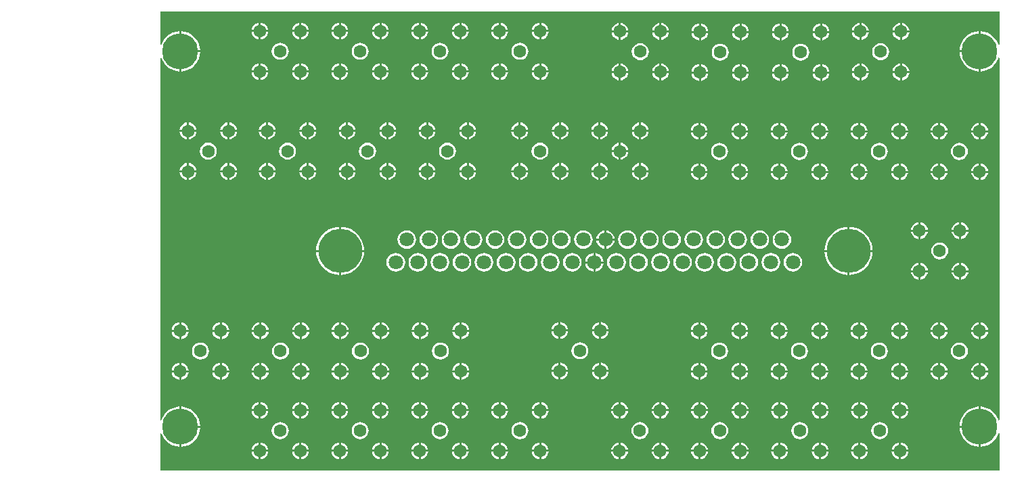
<source format=gbl>
G04*
G04 #@! TF.GenerationSoftware,Altium Limited,Altium Designer,19.1.5 (86)*
G04*
G04 Layer_Physical_Order=2*
G04 Layer_Color=16711680*
%FSLAX44Y44*%
%MOMM*%
G71*
G01*
G75*
%ADD16C,1.6000*%
%ADD17C,4.5000*%
%ADD18C,1.8000*%
%ADD19C,5.5000*%
G36*
X405000Y483750D02*
D01*
D02*
G37*
G36*
X1625000Y1008221D02*
X1623730Y1008033D01*
X1623246Y1009629D01*
X1620921Y1013979D01*
X1617792Y1017792D01*
X1613979Y1020921D01*
X1609629Y1023246D01*
X1604909Y1024678D01*
X1601270Y1025036D01*
Y1000000D01*
Y974964D01*
X1604909Y975322D01*
X1609629Y976754D01*
X1613979Y979079D01*
X1617792Y982208D01*
X1620921Y986021D01*
X1623246Y990371D01*
X1623730Y991967D01*
X1625000Y991779D01*
Y538221D01*
X1623730Y538033D01*
X1623246Y539629D01*
X1620921Y543979D01*
X1617792Y547792D01*
X1613979Y550921D01*
X1609629Y553246D01*
X1604909Y554678D01*
X1601270Y555036D01*
Y530000D01*
Y504964D01*
X1604909Y505322D01*
X1609629Y506754D01*
X1613979Y509079D01*
X1617792Y512208D01*
X1620921Y516021D01*
X1623246Y520371D01*
X1623730Y521967D01*
X1625000Y521779D01*
Y475000D01*
X575000D01*
Y521779D01*
X576270Y521967D01*
X576754Y520371D01*
X579079Y516021D01*
X582208Y512208D01*
X586021Y509079D01*
X590371Y506754D01*
X595091Y505322D01*
X598730Y504964D01*
Y530000D01*
Y555036D01*
X595091Y554678D01*
X590371Y553246D01*
X586021Y550921D01*
X582208Y547792D01*
X579079Y543979D01*
X576754Y539629D01*
X576270Y538033D01*
X575000Y538221D01*
Y991779D01*
X576270Y991967D01*
X576754Y990371D01*
X579079Y986021D01*
X582208Y982208D01*
X586021Y979079D01*
X590371Y976754D01*
X595091Y975322D01*
X598730Y974964D01*
Y1000000D01*
Y1025036D01*
X595091Y1024678D01*
X590371Y1023246D01*
X586021Y1020921D01*
X582208Y1017792D01*
X579079Y1013979D01*
X576754Y1009629D01*
X576270Y1008033D01*
X575000Y1008221D01*
Y1050000D01*
X1625000D01*
Y1008221D01*
D02*
G37*
%LPC*%
G36*
X1051670Y1035864D02*
Y1026670D01*
X1060864D01*
X1060669Y1028151D01*
X1059607Y1030715D01*
X1057917Y1032917D01*
X1055716Y1034607D01*
X1053152Y1035669D01*
X1051670Y1035864D01*
D02*
G37*
G36*
X1049130D02*
X1047649Y1035669D01*
X1045085Y1034607D01*
X1042883Y1032917D01*
X1041193Y1030715D01*
X1040131Y1028151D01*
X1039936Y1026670D01*
X1049130D01*
Y1035864D01*
D02*
G37*
G36*
X1000870D02*
Y1026670D01*
X1010064D01*
X1009869Y1028151D01*
X1008807Y1030715D01*
X1007117Y1032917D01*
X1004916Y1034607D01*
X1002352Y1035669D01*
X1000870Y1035864D01*
D02*
G37*
G36*
X998330D02*
X996849Y1035669D01*
X994285Y1034607D01*
X992083Y1032917D01*
X990394Y1030715D01*
X989331Y1028151D01*
X989136Y1026670D01*
X998330D01*
Y1035864D01*
D02*
G37*
G36*
X951670D02*
Y1026670D01*
X960864D01*
X960669Y1028151D01*
X959607Y1030715D01*
X957917Y1032917D01*
X955716Y1034607D01*
X953152Y1035669D01*
X951670Y1035864D01*
D02*
G37*
G36*
X949130D02*
X947649Y1035669D01*
X945085Y1034607D01*
X942883Y1032917D01*
X941194Y1030715D01*
X940132Y1028151D01*
X939937Y1026670D01*
X949130D01*
Y1035864D01*
D02*
G37*
G36*
X900870D02*
Y1026670D01*
X910064D01*
X909869Y1028151D01*
X908807Y1030715D01*
X907117Y1032917D01*
X904916Y1034607D01*
X902352Y1035669D01*
X900870Y1035864D01*
D02*
G37*
G36*
X898330D02*
X896849Y1035669D01*
X894285Y1034607D01*
X892083Y1032917D01*
X890394Y1030715D01*
X889332Y1028151D01*
X889137Y1026670D01*
X898330D01*
Y1035864D01*
D02*
G37*
G36*
X851671D02*
Y1026670D01*
X860864D01*
X860669Y1028151D01*
X859607Y1030715D01*
X857918Y1032917D01*
X855716Y1034607D01*
X853152Y1035669D01*
X851671Y1035864D01*
D02*
G37*
G36*
X849130D02*
X847649Y1035669D01*
X845085Y1034607D01*
X842883Y1032917D01*
X841194Y1030715D01*
X840132Y1028151D01*
X839937Y1026670D01*
X849130D01*
Y1035864D01*
D02*
G37*
G36*
X800871D02*
Y1026670D01*
X810064D01*
X809869Y1028151D01*
X808807Y1030715D01*
X807118Y1032917D01*
X804916Y1034607D01*
X802352Y1035669D01*
X800871Y1035864D01*
D02*
G37*
G36*
X798331D02*
X796849Y1035669D01*
X794285Y1034607D01*
X792083Y1032917D01*
X790394Y1030715D01*
X789332Y1028151D01*
X789137Y1026670D01*
X798331D01*
Y1035864D01*
D02*
G37*
G36*
X751670D02*
Y1026670D01*
X760864D01*
X760669Y1028151D01*
X759607Y1030715D01*
X757917Y1032917D01*
X755716Y1034607D01*
X753152Y1035669D01*
X751670Y1035864D01*
D02*
G37*
G36*
X749130D02*
X747649Y1035669D01*
X745085Y1034607D01*
X742883Y1032917D01*
X741194Y1030715D01*
X740132Y1028151D01*
X739937Y1026670D01*
X749130D01*
Y1035864D01*
D02*
G37*
G36*
X700870D02*
Y1026670D01*
X710064D01*
X709869Y1028151D01*
X708807Y1030715D01*
X707117Y1032917D01*
X704916Y1034607D01*
X702352Y1035669D01*
X700870Y1035864D01*
D02*
G37*
G36*
X698330D02*
X696849Y1035669D01*
X694285Y1034607D01*
X692083Y1032917D01*
X690394Y1030715D01*
X689332Y1028151D01*
X689137Y1026670D01*
X698330D01*
Y1035864D01*
D02*
G37*
G36*
X1502870Y1035464D02*
Y1026270D01*
X1512064D01*
X1511869Y1027752D01*
X1510807Y1030316D01*
X1509117Y1032517D01*
X1506916Y1034207D01*
X1504352Y1035269D01*
X1502870Y1035464D01*
D02*
G37*
G36*
X1500330D02*
X1498849Y1035269D01*
X1496285Y1034207D01*
X1494083Y1032517D01*
X1492394Y1030316D01*
X1491331Y1027752D01*
X1491136Y1026270D01*
X1500330D01*
Y1035464D01*
D02*
G37*
G36*
X1452070D02*
Y1026270D01*
X1461264D01*
X1461069Y1027752D01*
X1460007Y1030316D01*
X1458318Y1032517D01*
X1456116Y1034207D01*
X1453552Y1035269D01*
X1452070Y1035464D01*
D02*
G37*
G36*
X1449530D02*
X1448049Y1035269D01*
X1445485Y1034207D01*
X1443283Y1032517D01*
X1441594Y1030316D01*
X1440531Y1027752D01*
X1440336Y1026270D01*
X1449530D01*
Y1035464D01*
D02*
G37*
G36*
X1202070D02*
Y1026270D01*
X1211264D01*
X1211069Y1027752D01*
X1210007Y1030316D01*
X1208317Y1032517D01*
X1206116Y1034207D01*
X1203552Y1035269D01*
X1202070Y1035464D01*
D02*
G37*
G36*
X1199530D02*
X1198049Y1035269D01*
X1195485Y1034207D01*
X1193283Y1032517D01*
X1191594Y1030316D01*
X1190531Y1027752D01*
X1190337Y1026270D01*
X1199530D01*
Y1035464D01*
D02*
G37*
G36*
X1151270D02*
Y1026270D01*
X1160464D01*
X1160269Y1027752D01*
X1159207Y1030316D01*
X1157517Y1032517D01*
X1155316Y1034207D01*
X1152752Y1035269D01*
X1151270Y1035464D01*
D02*
G37*
G36*
X1148730D02*
X1147249Y1035269D01*
X1144685Y1034207D01*
X1142483Y1032517D01*
X1140794Y1030316D01*
X1139732Y1027752D01*
X1139537Y1026270D01*
X1148730D01*
Y1035464D01*
D02*
G37*
G36*
X1402870Y1034664D02*
Y1025470D01*
X1412064D01*
X1411869Y1026952D01*
X1410807Y1029516D01*
X1409118Y1031717D01*
X1406916Y1033407D01*
X1404352Y1034469D01*
X1402870Y1034664D01*
D02*
G37*
G36*
X1400330D02*
X1398849Y1034469D01*
X1396285Y1033407D01*
X1394083Y1031717D01*
X1392394Y1029516D01*
X1391332Y1026952D01*
X1391137Y1025470D01*
X1400330D01*
Y1034664D01*
D02*
G37*
G36*
X1352070D02*
Y1025470D01*
X1361264D01*
X1361069Y1026952D01*
X1360007Y1029516D01*
X1358318Y1031717D01*
X1356116Y1033407D01*
X1353552Y1034469D01*
X1352070Y1034664D01*
D02*
G37*
G36*
X1349530D02*
X1348049Y1034469D01*
X1345485Y1033407D01*
X1343283Y1031717D01*
X1341594Y1029516D01*
X1340532Y1026952D01*
X1340337Y1025470D01*
X1349530D01*
Y1034664D01*
D02*
G37*
G36*
X1302070D02*
Y1025470D01*
X1311264D01*
X1311069Y1026952D01*
X1310007Y1029516D01*
X1308317Y1031717D01*
X1306116Y1033407D01*
X1303551Y1034469D01*
X1302070Y1034664D01*
D02*
G37*
G36*
X1299530D02*
X1298049Y1034469D01*
X1295485Y1033407D01*
X1293283Y1031717D01*
X1291593Y1029516D01*
X1290531Y1026952D01*
X1290336Y1025470D01*
X1299530D01*
Y1034664D01*
D02*
G37*
G36*
X1251270D02*
Y1025470D01*
X1260464D01*
X1260269Y1026952D01*
X1259207Y1029516D01*
X1257517Y1031717D01*
X1255315Y1033407D01*
X1252751Y1034469D01*
X1251270Y1034664D01*
D02*
G37*
G36*
X1248730D02*
X1247249Y1034469D01*
X1244685Y1033407D01*
X1242483Y1031717D01*
X1240793Y1029516D01*
X1239731Y1026952D01*
X1239536Y1025470D01*
X1248730D01*
Y1034664D01*
D02*
G37*
G36*
X1060864Y1024130D02*
X1051670D01*
Y1014936D01*
X1053152Y1015131D01*
X1055716Y1016193D01*
X1057917Y1017883D01*
X1059607Y1020085D01*
X1060669Y1022649D01*
X1060864Y1024130D01*
D02*
G37*
G36*
X1049130D02*
X1039936D01*
X1040131Y1022649D01*
X1041193Y1020085D01*
X1042883Y1017883D01*
X1045085Y1016193D01*
X1047649Y1015131D01*
X1049130Y1014936D01*
Y1024130D01*
D02*
G37*
G36*
X1010064D02*
X1000870D01*
Y1014936D01*
X1002352Y1015131D01*
X1004916Y1016193D01*
X1007117Y1017883D01*
X1008807Y1020085D01*
X1009869Y1022649D01*
X1010064Y1024130D01*
D02*
G37*
G36*
X998330D02*
X989136D01*
X989331Y1022649D01*
X990394Y1020085D01*
X992083Y1017883D01*
X994285Y1016193D01*
X996849Y1015131D01*
X998330Y1014936D01*
Y1024130D01*
D02*
G37*
G36*
X960864D02*
X951670D01*
Y1014936D01*
X953152Y1015131D01*
X955716Y1016193D01*
X957917Y1017883D01*
X959607Y1020085D01*
X960669Y1022649D01*
X960864Y1024130D01*
D02*
G37*
G36*
X949130D02*
X939937D01*
X940132Y1022649D01*
X941194Y1020085D01*
X942883Y1017883D01*
X945085Y1016193D01*
X947649Y1015131D01*
X949130Y1014936D01*
Y1024130D01*
D02*
G37*
G36*
X910064D02*
X900870D01*
Y1014936D01*
X902352Y1015131D01*
X904916Y1016193D01*
X907117Y1017883D01*
X908807Y1020085D01*
X909869Y1022649D01*
X910064Y1024130D01*
D02*
G37*
G36*
X898330D02*
X889137D01*
X889332Y1022649D01*
X890394Y1020085D01*
X892083Y1017883D01*
X894285Y1016193D01*
X896849Y1015131D01*
X898330Y1014936D01*
Y1024130D01*
D02*
G37*
G36*
X860864D02*
X851671D01*
Y1014936D01*
X853152Y1015131D01*
X855716Y1016193D01*
X857918Y1017883D01*
X859607Y1020085D01*
X860669Y1022649D01*
X860864Y1024130D01*
D02*
G37*
G36*
X849130D02*
X839937D01*
X840132Y1022649D01*
X841194Y1020085D01*
X842883Y1017883D01*
X845085Y1016193D01*
X847649Y1015131D01*
X849130Y1014936D01*
Y1024130D01*
D02*
G37*
G36*
X810064D02*
X800871D01*
Y1014936D01*
X802352Y1015131D01*
X804916Y1016193D01*
X807118Y1017883D01*
X808807Y1020085D01*
X809869Y1022649D01*
X810064Y1024130D01*
D02*
G37*
G36*
X798331D02*
X789137D01*
X789332Y1022649D01*
X790394Y1020085D01*
X792083Y1017883D01*
X794285Y1016193D01*
X796849Y1015131D01*
X798331Y1014936D01*
Y1024130D01*
D02*
G37*
G36*
X760864D02*
X751670D01*
Y1014936D01*
X753152Y1015131D01*
X755716Y1016193D01*
X757917Y1017883D01*
X759607Y1020085D01*
X760669Y1022649D01*
X760864Y1024130D01*
D02*
G37*
G36*
X749130D02*
X739937D01*
X740132Y1022649D01*
X741194Y1020085D01*
X742883Y1017883D01*
X745085Y1016193D01*
X747649Y1015131D01*
X749130Y1014936D01*
Y1024130D01*
D02*
G37*
G36*
X710064D02*
X700870D01*
Y1014936D01*
X702352Y1015131D01*
X704916Y1016193D01*
X707117Y1017883D01*
X708807Y1020085D01*
X709869Y1022649D01*
X710064Y1024130D01*
D02*
G37*
G36*
X698330D02*
X689137D01*
X689332Y1022649D01*
X690394Y1020085D01*
X692083Y1017883D01*
X694285Y1016193D01*
X696849Y1015131D01*
X698330Y1014936D01*
Y1024130D01*
D02*
G37*
G36*
X1512064Y1023730D02*
X1502870D01*
Y1014537D01*
X1504352Y1014732D01*
X1506916Y1015794D01*
X1509117Y1017483D01*
X1510807Y1019685D01*
X1511869Y1022249D01*
X1512064Y1023730D01*
D02*
G37*
G36*
X1500330D02*
X1491136D01*
X1491331Y1022249D01*
X1492394Y1019685D01*
X1494083Y1017483D01*
X1496285Y1015794D01*
X1498849Y1014732D01*
X1500330Y1014537D01*
Y1023730D01*
D02*
G37*
G36*
X1461264D02*
X1452070D01*
Y1014537D01*
X1453552Y1014732D01*
X1456116Y1015794D01*
X1458318Y1017483D01*
X1460007Y1019685D01*
X1461069Y1022249D01*
X1461264Y1023730D01*
D02*
G37*
G36*
X1449530D02*
X1440336D01*
X1440531Y1022249D01*
X1441594Y1019685D01*
X1443283Y1017483D01*
X1445485Y1015794D01*
X1448049Y1014732D01*
X1449530Y1014537D01*
Y1023730D01*
D02*
G37*
G36*
X1211264D02*
X1202070D01*
Y1014537D01*
X1203552Y1014732D01*
X1206116Y1015794D01*
X1208317Y1017483D01*
X1210007Y1019685D01*
X1211069Y1022249D01*
X1211264Y1023730D01*
D02*
G37*
G36*
X1199530D02*
X1190337D01*
X1190531Y1022249D01*
X1191594Y1019685D01*
X1193283Y1017483D01*
X1195485Y1015794D01*
X1198049Y1014732D01*
X1199530Y1014537D01*
Y1023730D01*
D02*
G37*
G36*
X1160464D02*
X1151270D01*
Y1014537D01*
X1152752Y1014732D01*
X1155316Y1015794D01*
X1157517Y1017483D01*
X1159207Y1019685D01*
X1160269Y1022249D01*
X1160464Y1023730D01*
D02*
G37*
G36*
X1148730D02*
X1139537D01*
X1139732Y1022249D01*
X1140794Y1019685D01*
X1142483Y1017483D01*
X1144685Y1015794D01*
X1147249Y1014732D01*
X1148730Y1014537D01*
Y1023730D01*
D02*
G37*
G36*
X1412064Y1022930D02*
X1402870D01*
Y1013736D01*
X1404352Y1013931D01*
X1406916Y1014994D01*
X1409118Y1016683D01*
X1410807Y1018885D01*
X1411869Y1021449D01*
X1412064Y1022930D01*
D02*
G37*
G36*
X1400330D02*
X1391137D01*
X1391332Y1021449D01*
X1392394Y1018885D01*
X1394083Y1016683D01*
X1396285Y1014994D01*
X1398849Y1013931D01*
X1400330Y1013736D01*
Y1022930D01*
D02*
G37*
G36*
X1361264D02*
X1352070D01*
Y1013736D01*
X1353552Y1013931D01*
X1356116Y1014994D01*
X1358318Y1016683D01*
X1360007Y1018885D01*
X1361069Y1021449D01*
X1361264Y1022930D01*
D02*
G37*
G36*
X1349530D02*
X1340337D01*
X1340532Y1021449D01*
X1341594Y1018885D01*
X1343283Y1016683D01*
X1345485Y1014994D01*
X1348049Y1013931D01*
X1349530Y1013736D01*
Y1022930D01*
D02*
G37*
G36*
X1311264D02*
X1302070D01*
Y1013736D01*
X1303551Y1013931D01*
X1306116Y1014994D01*
X1308317Y1016683D01*
X1310007Y1018885D01*
X1311069Y1021449D01*
X1311264Y1022930D01*
D02*
G37*
G36*
X1299530D02*
X1290336D01*
X1290531Y1021449D01*
X1291593Y1018885D01*
X1293283Y1016683D01*
X1295485Y1014994D01*
X1298049Y1013931D01*
X1299530Y1013736D01*
Y1022930D01*
D02*
G37*
G36*
X1260464D02*
X1251270D01*
Y1013736D01*
X1252751Y1013931D01*
X1255315Y1014994D01*
X1257517Y1016683D01*
X1259207Y1018885D01*
X1260269Y1021449D01*
X1260464Y1022930D01*
D02*
G37*
G36*
X1248730D02*
X1239536D01*
X1239731Y1021449D01*
X1240793Y1018885D01*
X1242483Y1016683D01*
X1244685Y1014994D01*
X1247249Y1013931D01*
X1248730Y1013736D01*
Y1022930D01*
D02*
G37*
G36*
X1598730Y1025036D02*
X1595091Y1024678D01*
X1590371Y1023246D01*
X1586021Y1020921D01*
X1582208Y1017792D01*
X1579079Y1013979D01*
X1576754Y1009629D01*
X1575322Y1004909D01*
X1574964Y1001270D01*
X1598730D01*
Y1025036D01*
D02*
G37*
G36*
X601270D02*
Y1001270D01*
X625036D01*
X624678Y1004909D01*
X623246Y1009629D01*
X620921Y1013979D01*
X617792Y1017792D01*
X613979Y1020921D01*
X609629Y1023246D01*
X604909Y1024678D01*
X601270Y1025036D01*
D02*
G37*
G36*
X1025000Y1010631D02*
X1022249Y1010269D01*
X1019685Y1009207D01*
X1017483Y1007517D01*
X1015794Y1005315D01*
X1014731Y1002751D01*
X1014369Y1000000D01*
X1014731Y997249D01*
X1015794Y994685D01*
X1017483Y992483D01*
X1019685Y990793D01*
X1022249Y989731D01*
X1025000Y989369D01*
X1027752Y989731D01*
X1030316Y990793D01*
X1032517Y992483D01*
X1034207Y994685D01*
X1035269Y997249D01*
X1035631Y1000000D01*
X1035269Y1002751D01*
X1034207Y1005315D01*
X1032517Y1007517D01*
X1030316Y1009207D01*
X1027752Y1010269D01*
X1025000Y1010631D01*
D02*
G37*
G36*
X925000D02*
X922249Y1010269D01*
X919685Y1009207D01*
X917483Y1007517D01*
X915794Y1005315D01*
X914732Y1002751D01*
X914369Y1000000D01*
X914732Y997249D01*
X915794Y994685D01*
X917483Y992483D01*
X919685Y990793D01*
X922249Y989731D01*
X925000Y989369D01*
X927752Y989731D01*
X930316Y990793D01*
X932517Y992483D01*
X934207Y994685D01*
X935269Y997249D01*
X935631Y1000000D01*
X935269Y1002751D01*
X934207Y1005315D01*
X932517Y1007517D01*
X930316Y1009207D01*
X927752Y1010269D01*
X925000Y1010631D01*
D02*
G37*
G36*
X825001D02*
X822249Y1010269D01*
X819685Y1009207D01*
X817483Y1007517D01*
X815794Y1005315D01*
X814732Y1002751D01*
X814370Y1000000D01*
X814732Y997249D01*
X815794Y994685D01*
X817483Y992483D01*
X819685Y990793D01*
X822249Y989731D01*
X825001Y989369D01*
X827752Y989731D01*
X830316Y990793D01*
X832518Y992483D01*
X834207Y994685D01*
X835269Y997249D01*
X835631Y1000000D01*
X835269Y1002751D01*
X834207Y1005315D01*
X832518Y1007517D01*
X830316Y1009207D01*
X827752Y1010269D01*
X825001Y1010631D01*
D02*
G37*
G36*
X725000D02*
X722249Y1010269D01*
X719685Y1009207D01*
X717483Y1007517D01*
X715794Y1005315D01*
X714732Y1002751D01*
X714369Y1000000D01*
X714732Y997249D01*
X715794Y994685D01*
X717483Y992483D01*
X719685Y990793D01*
X722249Y989731D01*
X725000Y989369D01*
X727752Y989731D01*
X730316Y990793D01*
X732517Y992483D01*
X734207Y994685D01*
X735269Y997249D01*
X735631Y1000000D01*
X735269Y1002751D01*
X734207Y1005315D01*
X732517Y1007517D01*
X730316Y1009207D01*
X727752Y1010269D01*
X725000Y1010631D01*
D02*
G37*
G36*
X1476200Y1010231D02*
X1473449Y1009869D01*
X1470885Y1008807D01*
X1468683Y1007117D01*
X1466994Y1004916D01*
X1465932Y1002352D01*
X1465569Y999600D01*
X1465932Y996849D01*
X1466994Y994285D01*
X1468683Y992083D01*
X1470885Y990394D01*
X1473449Y989332D01*
X1476200Y988969D01*
X1478952Y989332D01*
X1481516Y990394D01*
X1483717Y992083D01*
X1485407Y994285D01*
X1486469Y996849D01*
X1486831Y999600D01*
X1486469Y1002352D01*
X1485407Y1004916D01*
X1483717Y1007117D01*
X1481516Y1008807D01*
X1478952Y1009869D01*
X1476200Y1010231D01*
D02*
G37*
G36*
X1175400D02*
X1172649Y1009869D01*
X1170085Y1008807D01*
X1167883Y1007117D01*
X1166194Y1004916D01*
X1165132Y1002352D01*
X1164769Y999600D01*
X1165132Y996849D01*
X1166194Y994285D01*
X1167883Y992083D01*
X1170085Y990394D01*
X1172649Y989332D01*
X1175400Y988969D01*
X1178152Y989332D01*
X1180716Y990394D01*
X1182917Y992083D01*
X1184607Y994285D01*
X1185669Y996849D01*
X1186031Y999600D01*
X1185669Y1002352D01*
X1184607Y1004916D01*
X1182917Y1007117D01*
X1180716Y1008807D01*
X1178152Y1009869D01*
X1175400Y1010231D01*
D02*
G37*
G36*
X1376200Y1009431D02*
X1373449Y1009069D01*
X1370885Y1008007D01*
X1368683Y1006317D01*
X1366994Y1004116D01*
X1365932Y1001552D01*
X1365569Y998800D01*
X1365932Y996049D01*
X1366994Y993485D01*
X1368683Y991283D01*
X1370885Y989594D01*
X1373449Y988531D01*
X1376200Y988169D01*
X1378952Y988531D01*
X1381516Y989594D01*
X1383718Y991283D01*
X1385407Y993485D01*
X1386469Y996049D01*
X1386831Y998800D01*
X1386469Y1001552D01*
X1385407Y1004116D01*
X1383718Y1006317D01*
X1381516Y1008007D01*
X1378952Y1009069D01*
X1376200Y1009431D01*
D02*
G37*
G36*
X1275400D02*
X1272649Y1009069D01*
X1270085Y1008007D01*
X1267883Y1006317D01*
X1266193Y1004116D01*
X1265131Y1001552D01*
X1264769Y998800D01*
X1265131Y996049D01*
X1266193Y993485D01*
X1267883Y991283D01*
X1270085Y989594D01*
X1272649Y988531D01*
X1275400Y988169D01*
X1278151Y988531D01*
X1280715Y989594D01*
X1282917Y991283D01*
X1284607Y993485D01*
X1285669Y996049D01*
X1286031Y998800D01*
X1285669Y1001552D01*
X1284607Y1004116D01*
X1282917Y1006317D01*
X1280715Y1008007D01*
X1278151Y1009069D01*
X1275400Y1009431D01*
D02*
G37*
G36*
X1051670Y985064D02*
Y975870D01*
X1060864D01*
X1060669Y977352D01*
X1059607Y979915D01*
X1057917Y982117D01*
X1055716Y983807D01*
X1053152Y984869D01*
X1051670Y985064D01*
D02*
G37*
G36*
X1049130D02*
X1047649Y984869D01*
X1045085Y983807D01*
X1042883Y982117D01*
X1041193Y979915D01*
X1040131Y977352D01*
X1039936Y975870D01*
X1049130D01*
Y985064D01*
D02*
G37*
G36*
X1000870D02*
Y975870D01*
X1010064D01*
X1009869Y977352D01*
X1008807Y979915D01*
X1007117Y982117D01*
X1004916Y983807D01*
X1002352Y984869D01*
X1000870Y985064D01*
D02*
G37*
G36*
X998330D02*
X996849Y984869D01*
X994285Y983807D01*
X992083Y982117D01*
X990394Y979915D01*
X989331Y977352D01*
X989136Y975870D01*
X998330D01*
Y985064D01*
D02*
G37*
G36*
X951670D02*
Y975870D01*
X960864D01*
X960669Y977352D01*
X959607Y979915D01*
X957917Y982117D01*
X955716Y983807D01*
X953152Y984869D01*
X951670Y985064D01*
D02*
G37*
G36*
X949130D02*
X947649Y984869D01*
X945085Y983807D01*
X942883Y982117D01*
X941194Y979915D01*
X940132Y977352D01*
X939937Y975870D01*
X949130D01*
Y985064D01*
D02*
G37*
G36*
X900870D02*
Y975870D01*
X910064D01*
X909869Y977352D01*
X908807Y979915D01*
X907117Y982117D01*
X904916Y983807D01*
X902352Y984869D01*
X900870Y985064D01*
D02*
G37*
G36*
X898330D02*
X896849Y984869D01*
X894285Y983807D01*
X892083Y982117D01*
X890394Y979915D01*
X889332Y977352D01*
X889137Y975870D01*
X898330D01*
Y985064D01*
D02*
G37*
G36*
X851671D02*
Y975870D01*
X860864D01*
X860669Y977352D01*
X859607Y979915D01*
X857918Y982117D01*
X855716Y983807D01*
X853152Y984869D01*
X851671Y985064D01*
D02*
G37*
G36*
X849130D02*
X847649Y984869D01*
X845085Y983807D01*
X842883Y982117D01*
X841194Y979915D01*
X840132Y977352D01*
X839937Y975870D01*
X849130D01*
Y985064D01*
D02*
G37*
G36*
X800871D02*
Y975870D01*
X810064D01*
X809869Y977352D01*
X808807Y979915D01*
X807118Y982117D01*
X804916Y983807D01*
X802352Y984869D01*
X800871Y985064D01*
D02*
G37*
G36*
X798331D02*
X796849Y984869D01*
X794285Y983807D01*
X792083Y982117D01*
X790394Y979915D01*
X789332Y977352D01*
X789137Y975870D01*
X798331D01*
Y985064D01*
D02*
G37*
G36*
X751670D02*
Y975870D01*
X760864D01*
X760669Y977352D01*
X759607Y979915D01*
X757917Y982117D01*
X755716Y983807D01*
X753152Y984869D01*
X751670Y985064D01*
D02*
G37*
G36*
X749130D02*
X747649Y984869D01*
X745085Y983807D01*
X742883Y982117D01*
X741194Y979915D01*
X740132Y977352D01*
X739937Y975870D01*
X749130D01*
Y985064D01*
D02*
G37*
G36*
X700870D02*
Y975870D01*
X710064D01*
X709869Y977352D01*
X708807Y979915D01*
X707117Y982117D01*
X704916Y983807D01*
X702352Y984869D01*
X700870Y985064D01*
D02*
G37*
G36*
X698330D02*
X696849Y984869D01*
X694285Y983807D01*
X692083Y982117D01*
X690394Y979915D01*
X689332Y977352D01*
X689137Y975870D01*
X698330D01*
Y985064D01*
D02*
G37*
G36*
X1502870Y984664D02*
Y975470D01*
X1512064D01*
X1511869Y976952D01*
X1510807Y979516D01*
X1509117Y981717D01*
X1506916Y983407D01*
X1504352Y984469D01*
X1502870Y984664D01*
D02*
G37*
G36*
X1500330D02*
X1498849Y984469D01*
X1496285Y983407D01*
X1494083Y981717D01*
X1492394Y979516D01*
X1491331Y976952D01*
X1491136Y975470D01*
X1500330D01*
Y984664D01*
D02*
G37*
G36*
X1452070D02*
Y975470D01*
X1461264D01*
X1461069Y976952D01*
X1460007Y979516D01*
X1458318Y981717D01*
X1456116Y983407D01*
X1453552Y984469D01*
X1452070Y984664D01*
D02*
G37*
G36*
X1449530D02*
X1448049Y984469D01*
X1445485Y983407D01*
X1443283Y981717D01*
X1441594Y979516D01*
X1440531Y976952D01*
X1440336Y975470D01*
X1449530D01*
Y984664D01*
D02*
G37*
G36*
X1202070D02*
Y975470D01*
X1211264D01*
X1211069Y976952D01*
X1210007Y979516D01*
X1208317Y981717D01*
X1206116Y983407D01*
X1203552Y984469D01*
X1202070Y984664D01*
D02*
G37*
G36*
X1199530D02*
X1198049Y984469D01*
X1195485Y983407D01*
X1193283Y981717D01*
X1191594Y979516D01*
X1190531Y976952D01*
X1190337Y975470D01*
X1199530D01*
Y984664D01*
D02*
G37*
G36*
X1151270D02*
Y975470D01*
X1160464D01*
X1160269Y976952D01*
X1159207Y979516D01*
X1157517Y981717D01*
X1155316Y983407D01*
X1152752Y984469D01*
X1151270Y984664D01*
D02*
G37*
G36*
X1148730D02*
X1147249Y984469D01*
X1144685Y983407D01*
X1142483Y981717D01*
X1140794Y979516D01*
X1139732Y976952D01*
X1139537Y975470D01*
X1148730D01*
Y984664D01*
D02*
G37*
G36*
X1598730Y998730D02*
X1574964D01*
X1575322Y995091D01*
X1576754Y990371D01*
X1579079Y986021D01*
X1582208Y982208D01*
X1586021Y979079D01*
X1590371Y976754D01*
X1595091Y975322D01*
X1598730Y974964D01*
Y998730D01*
D02*
G37*
G36*
X625036D02*
X601270D01*
Y974964D01*
X604909Y975322D01*
X609629Y976754D01*
X613979Y979079D01*
X617792Y982208D01*
X620921Y986021D01*
X623246Y990371D01*
X624678Y995091D01*
X625036Y998730D01*
D02*
G37*
G36*
X1402870Y983864D02*
Y974670D01*
X1412064D01*
X1411869Y976152D01*
X1410807Y978716D01*
X1409118Y980917D01*
X1406916Y982607D01*
X1404352Y983669D01*
X1402870Y983864D01*
D02*
G37*
G36*
X1400330D02*
X1398849Y983669D01*
X1396285Y982607D01*
X1394083Y980917D01*
X1392394Y978716D01*
X1391332Y976152D01*
X1391137Y974670D01*
X1400330D01*
Y983864D01*
D02*
G37*
G36*
X1352070D02*
Y974670D01*
X1361264D01*
X1361069Y976152D01*
X1360007Y978716D01*
X1358318Y980917D01*
X1356116Y982607D01*
X1353552Y983669D01*
X1352070Y983864D01*
D02*
G37*
G36*
X1349530D02*
X1348049Y983669D01*
X1345485Y982607D01*
X1343283Y980917D01*
X1341594Y978716D01*
X1340532Y976152D01*
X1340337Y974670D01*
X1349530D01*
Y983864D01*
D02*
G37*
G36*
X1302070D02*
Y974670D01*
X1311264D01*
X1311069Y976152D01*
X1310007Y978716D01*
X1308317Y980917D01*
X1306116Y982607D01*
X1303551Y983669D01*
X1302070Y983864D01*
D02*
G37*
G36*
X1299530D02*
X1298049Y983669D01*
X1295485Y982607D01*
X1293283Y980917D01*
X1291593Y978716D01*
X1290531Y976152D01*
X1290336Y974670D01*
X1299530D01*
Y983864D01*
D02*
G37*
G36*
X1251270D02*
Y974670D01*
X1260464D01*
X1260269Y976152D01*
X1259207Y978716D01*
X1257517Y980917D01*
X1255315Y982607D01*
X1252751Y983669D01*
X1251270Y983864D01*
D02*
G37*
G36*
X1248730D02*
X1247249Y983669D01*
X1244685Y982607D01*
X1242483Y980917D01*
X1240793Y978716D01*
X1239731Y976152D01*
X1239536Y974670D01*
X1248730D01*
Y983864D01*
D02*
G37*
G36*
X1060864Y973330D02*
X1051670D01*
Y964136D01*
X1053152Y964331D01*
X1055716Y965393D01*
X1057917Y967083D01*
X1059607Y969285D01*
X1060669Y971849D01*
X1060864Y973330D01*
D02*
G37*
G36*
X1049130D02*
X1039936D01*
X1040131Y971849D01*
X1041193Y969285D01*
X1042883Y967083D01*
X1045085Y965393D01*
X1047649Y964331D01*
X1049130Y964136D01*
Y973330D01*
D02*
G37*
G36*
X1010064D02*
X1000870D01*
Y964136D01*
X1002352Y964331D01*
X1004916Y965393D01*
X1007117Y967083D01*
X1008807Y969285D01*
X1009869Y971849D01*
X1010064Y973330D01*
D02*
G37*
G36*
X998330D02*
X989136D01*
X989331Y971849D01*
X990394Y969285D01*
X992083Y967083D01*
X994285Y965393D01*
X996849Y964331D01*
X998330Y964136D01*
Y973330D01*
D02*
G37*
G36*
X960864D02*
X951670D01*
Y964136D01*
X953152Y964331D01*
X955716Y965393D01*
X957917Y967083D01*
X959607Y969285D01*
X960669Y971849D01*
X960864Y973330D01*
D02*
G37*
G36*
X949130D02*
X939937D01*
X940132Y971849D01*
X941194Y969285D01*
X942883Y967083D01*
X945085Y965393D01*
X947649Y964331D01*
X949130Y964136D01*
Y973330D01*
D02*
G37*
G36*
X910064D02*
X900870D01*
Y964136D01*
X902352Y964331D01*
X904916Y965393D01*
X907117Y967083D01*
X908807Y969285D01*
X909869Y971849D01*
X910064Y973330D01*
D02*
G37*
G36*
X898330D02*
X889137D01*
X889332Y971849D01*
X890394Y969285D01*
X892083Y967083D01*
X894285Y965393D01*
X896849Y964331D01*
X898330Y964136D01*
Y973330D01*
D02*
G37*
G36*
X860864D02*
X851671D01*
Y964136D01*
X853152Y964331D01*
X855716Y965393D01*
X857918Y967083D01*
X859607Y969285D01*
X860669Y971849D01*
X860864Y973330D01*
D02*
G37*
G36*
X849130D02*
X839937D01*
X840132Y971849D01*
X841194Y969285D01*
X842883Y967083D01*
X845085Y965393D01*
X847649Y964331D01*
X849130Y964136D01*
Y973330D01*
D02*
G37*
G36*
X810064D02*
X800871D01*
Y964136D01*
X802352Y964331D01*
X804916Y965393D01*
X807118Y967083D01*
X808807Y969285D01*
X809869Y971849D01*
X810064Y973330D01*
D02*
G37*
G36*
X798331D02*
X789137D01*
X789332Y971849D01*
X790394Y969285D01*
X792083Y967083D01*
X794285Y965393D01*
X796849Y964331D01*
X798331Y964136D01*
Y973330D01*
D02*
G37*
G36*
X760864D02*
X751670D01*
Y964136D01*
X753152Y964331D01*
X755716Y965393D01*
X757917Y967083D01*
X759607Y969285D01*
X760669Y971849D01*
X760864Y973330D01*
D02*
G37*
G36*
X749130D02*
X739937D01*
X740132Y971849D01*
X741194Y969285D01*
X742883Y967083D01*
X745085Y965393D01*
X747649Y964331D01*
X749130Y964136D01*
Y973330D01*
D02*
G37*
G36*
X710064D02*
X700870D01*
Y964136D01*
X702352Y964331D01*
X704916Y965393D01*
X707117Y967083D01*
X708807Y969285D01*
X709869Y971849D01*
X710064Y973330D01*
D02*
G37*
G36*
X698330D02*
X689137D01*
X689332Y971849D01*
X690394Y969285D01*
X692083Y967083D01*
X694285Y965393D01*
X696849Y964331D01*
X698330Y964136D01*
Y973330D01*
D02*
G37*
G36*
X1512064Y972930D02*
X1502870D01*
Y963736D01*
X1504352Y963932D01*
X1506916Y964994D01*
X1509117Y966683D01*
X1510807Y968885D01*
X1511869Y971449D01*
X1512064Y972930D01*
D02*
G37*
G36*
X1500330D02*
X1491136D01*
X1491331Y971449D01*
X1492394Y968885D01*
X1494083Y966683D01*
X1496285Y964994D01*
X1498849Y963932D01*
X1500330Y963736D01*
Y972930D01*
D02*
G37*
G36*
X1461264D02*
X1452070D01*
Y963736D01*
X1453552Y963932D01*
X1456116Y964994D01*
X1458318Y966683D01*
X1460007Y968885D01*
X1461069Y971449D01*
X1461264Y972930D01*
D02*
G37*
G36*
X1449530D02*
X1440336D01*
X1440531Y971449D01*
X1441594Y968885D01*
X1443283Y966683D01*
X1445485Y964994D01*
X1448049Y963932D01*
X1449530Y963736D01*
Y972930D01*
D02*
G37*
G36*
X1211264D02*
X1202070D01*
Y963736D01*
X1203552Y963932D01*
X1206116Y964994D01*
X1208317Y966683D01*
X1210007Y968885D01*
X1211069Y971449D01*
X1211264Y972930D01*
D02*
G37*
G36*
X1199530D02*
X1190337D01*
X1190531Y971449D01*
X1191594Y968885D01*
X1193283Y966683D01*
X1195485Y964994D01*
X1198049Y963932D01*
X1199530Y963736D01*
Y972930D01*
D02*
G37*
G36*
X1160464D02*
X1151270D01*
Y963736D01*
X1152752Y963932D01*
X1155316Y964994D01*
X1157517Y966683D01*
X1159207Y968885D01*
X1160269Y971449D01*
X1160464Y972930D01*
D02*
G37*
G36*
X1148730D02*
X1139537D01*
X1139732Y971449D01*
X1140794Y968885D01*
X1142483Y966683D01*
X1144685Y964994D01*
X1147249Y963932D01*
X1148730Y963736D01*
Y972930D01*
D02*
G37*
G36*
X1412064Y972130D02*
X1402870D01*
Y962936D01*
X1404352Y963131D01*
X1406916Y964193D01*
X1409118Y965883D01*
X1410807Y968085D01*
X1411869Y970649D01*
X1412064Y972130D01*
D02*
G37*
G36*
X1400330D02*
X1391137D01*
X1391332Y970649D01*
X1392394Y968085D01*
X1394083Y965883D01*
X1396285Y964193D01*
X1398849Y963131D01*
X1400330Y962936D01*
Y972130D01*
D02*
G37*
G36*
X1361264D02*
X1352070D01*
Y962936D01*
X1353552Y963131D01*
X1356116Y964193D01*
X1358318Y965883D01*
X1360007Y968085D01*
X1361069Y970649D01*
X1361264Y972130D01*
D02*
G37*
G36*
X1349530D02*
X1340337D01*
X1340532Y970649D01*
X1341594Y968085D01*
X1343283Y965883D01*
X1345485Y964193D01*
X1348049Y963131D01*
X1349530Y962936D01*
Y972130D01*
D02*
G37*
G36*
X1311264D02*
X1302070D01*
Y962936D01*
X1303551Y963131D01*
X1306116Y964193D01*
X1308317Y965883D01*
X1310007Y968085D01*
X1311069Y970649D01*
X1311264Y972130D01*
D02*
G37*
G36*
X1299530D02*
X1290336D01*
X1290531Y970649D01*
X1291593Y968085D01*
X1293283Y965883D01*
X1295485Y964193D01*
X1298049Y963131D01*
X1299530Y962936D01*
Y972130D01*
D02*
G37*
G36*
X1260464D02*
X1251270D01*
Y962936D01*
X1252751Y963131D01*
X1255315Y964193D01*
X1257517Y965883D01*
X1259207Y968085D01*
X1260269Y970649D01*
X1260464Y972130D01*
D02*
G37*
G36*
X1248730D02*
X1239536D01*
X1239731Y970649D01*
X1240793Y968085D01*
X1242483Y965883D01*
X1244685Y964193D01*
X1247249Y963131D01*
X1248730Y962936D01*
Y972130D01*
D02*
G37*
G36*
X960870Y910864D02*
Y901670D01*
X970064D01*
X969869Y903151D01*
X968807Y905715D01*
X967117Y907917D01*
X964915Y909607D01*
X962351Y910669D01*
X960870Y910864D01*
D02*
G37*
G36*
X958330D02*
X956848Y910669D01*
X954285Y909607D01*
X952083Y907917D01*
X950393Y905715D01*
X949331Y903151D01*
X949136Y901670D01*
X958330D01*
Y910864D01*
D02*
G37*
G36*
X910070D02*
Y901670D01*
X919264D01*
X919069Y903151D01*
X918007Y905715D01*
X916317Y907917D01*
X914115Y909607D01*
X911551Y910669D01*
X910070Y910864D01*
D02*
G37*
G36*
X907530D02*
X906048Y910669D01*
X903484Y909607D01*
X901283Y907917D01*
X899593Y905715D01*
X898531Y903151D01*
X898336Y901670D01*
X907530D01*
Y910864D01*
D02*
G37*
G36*
X860870D02*
Y901670D01*
X870064D01*
X869869Y903151D01*
X868807Y905715D01*
X867117Y907917D01*
X864916Y909607D01*
X862352Y910669D01*
X860870Y910864D01*
D02*
G37*
G36*
X858330D02*
X856849Y910669D01*
X854285Y909607D01*
X852083Y907917D01*
X850393Y905715D01*
X849331Y903151D01*
X849136Y901670D01*
X858330D01*
Y910864D01*
D02*
G37*
G36*
X810070D02*
Y901670D01*
X819264D01*
X819069Y903151D01*
X818007Y905715D01*
X816317Y907917D01*
X814116Y909607D01*
X811552Y910669D01*
X810070Y910864D01*
D02*
G37*
G36*
X807530D02*
X806049Y910669D01*
X803485Y909607D01*
X801283Y907917D01*
X799593Y905715D01*
X798531Y903151D01*
X798336Y901670D01*
X807530D01*
Y910864D01*
D02*
G37*
G36*
X760870D02*
Y901670D01*
X770064D01*
X769868Y903151D01*
X768807Y905715D01*
X767117Y907917D01*
X764915Y909607D01*
X762351Y910669D01*
X760870Y910864D01*
D02*
G37*
G36*
X758330D02*
X756848Y910669D01*
X754284Y909607D01*
X752083Y907917D01*
X750393Y905715D01*
X749331Y903151D01*
X749136Y901670D01*
X758330D01*
Y910864D01*
D02*
G37*
G36*
X710070D02*
Y901670D01*
X719264D01*
X719069Y903151D01*
X718007Y905715D01*
X716317Y907917D01*
X714115Y909607D01*
X711551Y910669D01*
X710070Y910864D01*
D02*
G37*
G36*
X707530D02*
X706048Y910669D01*
X703484Y909607D01*
X701283Y907917D01*
X699593Y905715D01*
X698531Y903151D01*
X698336Y901670D01*
X707530D01*
Y910864D01*
D02*
G37*
G36*
X661670D02*
Y901670D01*
X670864D01*
X670669Y903151D01*
X669607Y905715D01*
X667917Y907917D01*
X665716Y909607D01*
X663152Y910669D01*
X661670Y910864D01*
D02*
G37*
G36*
X659130D02*
X657649Y910669D01*
X655085Y909607D01*
X652883Y907917D01*
X651193Y905715D01*
X650131Y903151D01*
X649936Y901670D01*
X659130D01*
Y910864D01*
D02*
G37*
G36*
X610870D02*
Y901670D01*
X620064D01*
X619869Y903151D01*
X618807Y905715D01*
X617117Y907917D01*
X614916Y909607D01*
X612352Y910669D01*
X610870Y910864D01*
D02*
G37*
G36*
X608330D02*
X606849Y910669D01*
X604285Y909607D01*
X602083Y907917D01*
X600393Y905715D01*
X599331Y903151D01*
X599136Y901670D01*
X608330D01*
Y910864D01*
D02*
G37*
G36*
X1176670Y910864D02*
Y901670D01*
X1185864D01*
X1185669Y903151D01*
X1184607Y905715D01*
X1182917Y907917D01*
X1180715Y909607D01*
X1178151Y910669D01*
X1176670Y910864D01*
D02*
G37*
G36*
X1174130D02*
X1172648Y910669D01*
X1170085Y909607D01*
X1167883Y907917D01*
X1166193Y905715D01*
X1165131Y903151D01*
X1164936Y901670D01*
X1174130D01*
Y910864D01*
D02*
G37*
G36*
X1125870D02*
Y901670D01*
X1135064D01*
X1134869Y903151D01*
X1133807Y905715D01*
X1132117Y907917D01*
X1129915Y909607D01*
X1127352Y910669D01*
X1125870Y910864D01*
D02*
G37*
G36*
X1123330D02*
X1121849Y910669D01*
X1119285Y909607D01*
X1117083Y907917D01*
X1115393Y905715D01*
X1114331Y903151D01*
X1114136Y901670D01*
X1123330D01*
Y910864D01*
D02*
G37*
G36*
X1076670D02*
Y901670D01*
X1085864D01*
X1085669Y903151D01*
X1084607Y905715D01*
X1082917Y907917D01*
X1080715Y909607D01*
X1078151Y910669D01*
X1076670Y910864D01*
D02*
G37*
G36*
X1074130D02*
X1072648Y910669D01*
X1070085Y909607D01*
X1067883Y907917D01*
X1066193Y905715D01*
X1065131Y903151D01*
X1064936Y901670D01*
X1074130D01*
Y910864D01*
D02*
G37*
G36*
X1025870D02*
Y901670D01*
X1035064D01*
X1034869Y903151D01*
X1033807Y905715D01*
X1032117Y907917D01*
X1029915Y909607D01*
X1027352Y910669D01*
X1025870Y910864D01*
D02*
G37*
G36*
X1023330D02*
X1021849Y910669D01*
X1019285Y909607D01*
X1017083Y907917D01*
X1015393Y905715D01*
X1014331Y903151D01*
X1014136Y901670D01*
X1023330D01*
Y910864D01*
D02*
G37*
G36*
X1601270Y910464D02*
Y901270D01*
X1610464D01*
X1610269Y902751D01*
X1609207Y905315D01*
X1607517Y907517D01*
X1605316Y909207D01*
X1602751Y910269D01*
X1601270Y910464D01*
D02*
G37*
G36*
X1598730D02*
X1597249Y910269D01*
X1594684Y909207D01*
X1592483Y907517D01*
X1590793Y905315D01*
X1589731Y902751D01*
X1589536Y901270D01*
X1598730D01*
Y910464D01*
D02*
G37*
G36*
X1550470D02*
Y901270D01*
X1559664D01*
X1559469Y902751D01*
X1558407Y905315D01*
X1556717Y907517D01*
X1554516Y909207D01*
X1551951Y910269D01*
X1550470Y910464D01*
D02*
G37*
G36*
X1547930D02*
X1546449Y910269D01*
X1543884Y909207D01*
X1541683Y907517D01*
X1539993Y905315D01*
X1538931Y902751D01*
X1538736Y901270D01*
X1547930D01*
Y910464D01*
D02*
G37*
G36*
X1501270D02*
Y901270D01*
X1510464D01*
X1510268Y902751D01*
X1509206Y905315D01*
X1507517Y907517D01*
X1505315Y909207D01*
X1502751Y910269D01*
X1501270Y910464D01*
D02*
G37*
G36*
X1498730D02*
X1497248Y910269D01*
X1494684Y909207D01*
X1492482Y907517D01*
X1490793Y905315D01*
X1489731Y902751D01*
X1489536Y901270D01*
X1498730D01*
Y910464D01*
D02*
G37*
G36*
X1450470D02*
Y901270D01*
X1459664D01*
X1459468Y902751D01*
X1458406Y905315D01*
X1456717Y907517D01*
X1454515Y909207D01*
X1451951Y910269D01*
X1450470Y910464D01*
D02*
G37*
G36*
X1447930D02*
X1446448Y910269D01*
X1443884Y909207D01*
X1441682Y907517D01*
X1439993Y905315D01*
X1438931Y902751D01*
X1438736Y901270D01*
X1447930D01*
Y910464D01*
D02*
G37*
G36*
X1401270D02*
Y901270D01*
X1410464D01*
X1410269Y902751D01*
X1409207Y905315D01*
X1407517Y907517D01*
X1405315Y909207D01*
X1402751Y910269D01*
X1401270Y910464D01*
D02*
G37*
G36*
X1398730D02*
X1397248Y910269D01*
X1394684Y909207D01*
X1392483Y907517D01*
X1390793Y905315D01*
X1389731Y902751D01*
X1389536Y901270D01*
X1398730D01*
Y910464D01*
D02*
G37*
G36*
X1350470D02*
Y901270D01*
X1359664D01*
X1359469Y902751D01*
X1358407Y905315D01*
X1356717Y907517D01*
X1354515Y909207D01*
X1351951Y910269D01*
X1350470Y910464D01*
D02*
G37*
G36*
X1347930D02*
X1346448Y910269D01*
X1343884Y909207D01*
X1341683Y907517D01*
X1339993Y905315D01*
X1338931Y902751D01*
X1338736Y901270D01*
X1347930D01*
Y910464D01*
D02*
G37*
G36*
X1301270D02*
Y901270D01*
X1310463D01*
X1310268Y902751D01*
X1309206Y905315D01*
X1307517Y907517D01*
X1305315Y909207D01*
X1302751Y910269D01*
X1301270Y910464D01*
D02*
G37*
G36*
X1298730D02*
X1297248Y910269D01*
X1294684Y909207D01*
X1292482Y907517D01*
X1290793Y905315D01*
X1289731Y902751D01*
X1289536Y901270D01*
X1298730D01*
Y910464D01*
D02*
G37*
G36*
X1250470D02*
Y901270D01*
X1259663D01*
X1259468Y902751D01*
X1258406Y905315D01*
X1256717Y907517D01*
X1254515Y909207D01*
X1251951Y910269D01*
X1250470Y910464D01*
D02*
G37*
G36*
X1247930D02*
X1246448Y910269D01*
X1243884Y909207D01*
X1241682Y907517D01*
X1239993Y905315D01*
X1238931Y902751D01*
X1238736Y901270D01*
X1247930D01*
Y910464D01*
D02*
G37*
G36*
X970064Y899130D02*
X960870D01*
Y889936D01*
X962351Y890131D01*
X964915Y891193D01*
X967117Y892883D01*
X968807Y895085D01*
X969869Y897648D01*
X970064Y899130D01*
D02*
G37*
G36*
X958330D02*
X949136D01*
X949331Y897648D01*
X950393Y895085D01*
X952083Y892883D01*
X954285Y891193D01*
X956848Y890131D01*
X958330Y889936D01*
Y899130D01*
D02*
G37*
G36*
X919264D02*
X910070D01*
Y889936D01*
X911551Y890131D01*
X914115Y891193D01*
X916317Y892883D01*
X918007Y895085D01*
X919069Y897648D01*
X919264Y899130D01*
D02*
G37*
G36*
X907530D02*
X898336D01*
X898531Y897648D01*
X899593Y895085D01*
X901283Y892883D01*
X903484Y891193D01*
X906048Y890131D01*
X907530Y889936D01*
Y899130D01*
D02*
G37*
G36*
X870064D02*
X860870D01*
Y889936D01*
X862352Y890131D01*
X864916Y891193D01*
X867117Y892883D01*
X868807Y895085D01*
X869869Y897648D01*
X870064Y899130D01*
D02*
G37*
G36*
X858330D02*
X849136D01*
X849331Y897648D01*
X850393Y895085D01*
X852083Y892883D01*
X854285Y891193D01*
X856849Y890131D01*
X858330Y889936D01*
Y899130D01*
D02*
G37*
G36*
X819264D02*
X810070D01*
Y889936D01*
X811552Y890131D01*
X814116Y891193D01*
X816317Y892883D01*
X818007Y895085D01*
X819069Y897648D01*
X819264Y899130D01*
D02*
G37*
G36*
X807530D02*
X798336D01*
X798531Y897648D01*
X799593Y895085D01*
X801283Y892883D01*
X803485Y891193D01*
X806049Y890131D01*
X807530Y889936D01*
Y899130D01*
D02*
G37*
G36*
X770064D02*
X760870D01*
Y889936D01*
X762351Y890131D01*
X764915Y891193D01*
X767117Y892883D01*
X768807Y895085D01*
X769868Y897648D01*
X770064Y899130D01*
D02*
G37*
G36*
X758330D02*
X749136D01*
X749331Y897648D01*
X750393Y895085D01*
X752083Y892883D01*
X754284Y891193D01*
X756848Y890131D01*
X758330Y889936D01*
Y899130D01*
D02*
G37*
G36*
X719264D02*
X710070D01*
Y889936D01*
X711551Y890131D01*
X714115Y891193D01*
X716317Y892883D01*
X718007Y895085D01*
X719069Y897648D01*
X719264Y899130D01*
D02*
G37*
G36*
X707530D02*
X698336D01*
X698531Y897648D01*
X699593Y895085D01*
X701283Y892883D01*
X703484Y891193D01*
X706048Y890131D01*
X707530Y889936D01*
Y899130D01*
D02*
G37*
G36*
X670864D02*
X661670D01*
Y889936D01*
X663152Y890131D01*
X665716Y891193D01*
X667917Y892883D01*
X669607Y895085D01*
X670669Y897648D01*
X670864Y899130D01*
D02*
G37*
G36*
X659130D02*
X649936D01*
X650131Y897648D01*
X651193Y895085D01*
X652883Y892883D01*
X655085Y891193D01*
X657649Y890131D01*
X659130Y889936D01*
Y899130D01*
D02*
G37*
G36*
X620064D02*
X610870D01*
Y889936D01*
X612352Y890131D01*
X614916Y891193D01*
X617117Y892883D01*
X618807Y895085D01*
X619869Y897648D01*
X620064Y899130D01*
D02*
G37*
G36*
X608330D02*
X599136D01*
X599331Y897648D01*
X600393Y895085D01*
X602083Y892883D01*
X604285Y891193D01*
X606849Y890131D01*
X608330Y889936D01*
Y899130D01*
D02*
G37*
G36*
X1185864Y899130D02*
X1176670D01*
Y889936D01*
X1178151Y890131D01*
X1180715Y891193D01*
X1182917Y892883D01*
X1184607Y895085D01*
X1185669Y897648D01*
X1185864Y899130D01*
D02*
G37*
G36*
X1174130D02*
X1164936D01*
X1165131Y897648D01*
X1166193Y895085D01*
X1167883Y892883D01*
X1170085Y891193D01*
X1172648Y890131D01*
X1174130Y889936D01*
Y899130D01*
D02*
G37*
G36*
X1135064D02*
X1125870D01*
Y889936D01*
X1127352Y890131D01*
X1129915Y891193D01*
X1132117Y892883D01*
X1133807Y895085D01*
X1134869Y897648D01*
X1135064Y899130D01*
D02*
G37*
G36*
X1123330D02*
X1114136D01*
X1114331Y897648D01*
X1115393Y895085D01*
X1117083Y892883D01*
X1119285Y891193D01*
X1121849Y890131D01*
X1123330Y889936D01*
Y899130D01*
D02*
G37*
G36*
X1085864D02*
X1076670D01*
Y889936D01*
X1078151Y890131D01*
X1080715Y891193D01*
X1082917Y892883D01*
X1084607Y895085D01*
X1085669Y897648D01*
X1085864Y899130D01*
D02*
G37*
G36*
X1074130D02*
X1064936D01*
X1065131Y897648D01*
X1066193Y895085D01*
X1067883Y892883D01*
X1070085Y891193D01*
X1072648Y890131D01*
X1074130Y889936D01*
Y899130D01*
D02*
G37*
G36*
X1035064D02*
X1025870D01*
Y889936D01*
X1027352Y890131D01*
X1029915Y891193D01*
X1032117Y892883D01*
X1033807Y895085D01*
X1034869Y897648D01*
X1035064Y899130D01*
D02*
G37*
G36*
X1023330D02*
X1014136D01*
X1014331Y897648D01*
X1015393Y895085D01*
X1017083Y892883D01*
X1019285Y891193D01*
X1021849Y890131D01*
X1023330Y889936D01*
Y899130D01*
D02*
G37*
G36*
X1610464Y898730D02*
X1601270D01*
Y889536D01*
X1602751Y889731D01*
X1605316Y890793D01*
X1607517Y892483D01*
X1609207Y894685D01*
X1610269Y897249D01*
X1610464Y898730D01*
D02*
G37*
G36*
X1598730D02*
X1589536D01*
X1589731Y897249D01*
X1590793Y894685D01*
X1592483Y892483D01*
X1594684Y890793D01*
X1597249Y889731D01*
X1598730Y889536D01*
Y898730D01*
D02*
G37*
G36*
X1559664D02*
X1550470D01*
Y889536D01*
X1551951Y889731D01*
X1554516Y890793D01*
X1556717Y892483D01*
X1558407Y894685D01*
X1559469Y897249D01*
X1559664Y898730D01*
D02*
G37*
G36*
X1547930D02*
X1538736D01*
X1538931Y897249D01*
X1539993Y894685D01*
X1541683Y892483D01*
X1543884Y890793D01*
X1546449Y889731D01*
X1547930Y889536D01*
Y898730D01*
D02*
G37*
G36*
X1510464D02*
X1501270D01*
Y889536D01*
X1502751Y889731D01*
X1505315Y890793D01*
X1507517Y892483D01*
X1509206Y894685D01*
X1510268Y897249D01*
X1510464Y898730D01*
D02*
G37*
G36*
X1498730D02*
X1489536D01*
X1489731Y897249D01*
X1490793Y894685D01*
X1492482Y892483D01*
X1494684Y890793D01*
X1497248Y889731D01*
X1498730Y889536D01*
Y898730D01*
D02*
G37*
G36*
X1459664D02*
X1450470D01*
Y889536D01*
X1451951Y889731D01*
X1454515Y890793D01*
X1456717Y892483D01*
X1458406Y894685D01*
X1459468Y897249D01*
X1459664Y898730D01*
D02*
G37*
G36*
X1447930D02*
X1438736D01*
X1438931Y897249D01*
X1439993Y894685D01*
X1441682Y892483D01*
X1443884Y890793D01*
X1446448Y889731D01*
X1447930Y889536D01*
Y898730D01*
D02*
G37*
G36*
X1410464D02*
X1401270D01*
Y889536D01*
X1402751Y889731D01*
X1405315Y890793D01*
X1407517Y892483D01*
X1409207Y894685D01*
X1410269Y897249D01*
X1410464Y898730D01*
D02*
G37*
G36*
X1398730D02*
X1389536D01*
X1389731Y897249D01*
X1390793Y894685D01*
X1392483Y892483D01*
X1394684Y890793D01*
X1397248Y889731D01*
X1398730Y889536D01*
Y898730D01*
D02*
G37*
G36*
X1359664D02*
X1350470D01*
Y889536D01*
X1351951Y889731D01*
X1354515Y890793D01*
X1356717Y892483D01*
X1358407Y894685D01*
X1359469Y897249D01*
X1359664Y898730D01*
D02*
G37*
G36*
X1347930D02*
X1338736D01*
X1338931Y897249D01*
X1339993Y894685D01*
X1341683Y892483D01*
X1343884Y890793D01*
X1346448Y889731D01*
X1347930Y889536D01*
Y898730D01*
D02*
G37*
G36*
X1310463D02*
X1301270D01*
Y889536D01*
X1302751Y889731D01*
X1305315Y890793D01*
X1307517Y892483D01*
X1309206Y894685D01*
X1310268Y897249D01*
X1310463Y898730D01*
D02*
G37*
G36*
X1298730D02*
X1289536D01*
X1289731Y897249D01*
X1290793Y894685D01*
X1292482Y892483D01*
X1294684Y890793D01*
X1297248Y889731D01*
X1298730Y889536D01*
Y898730D01*
D02*
G37*
G36*
X1259663D02*
X1250470D01*
Y889536D01*
X1251951Y889731D01*
X1254515Y890793D01*
X1256717Y892483D01*
X1258406Y894685D01*
X1259468Y897249D01*
X1259663Y898730D01*
D02*
G37*
G36*
X1247930D02*
X1238736D01*
X1238931Y897249D01*
X1239993Y894685D01*
X1241682Y892483D01*
X1243884Y890793D01*
X1246448Y889731D01*
X1247930Y889536D01*
Y898730D01*
D02*
G37*
G36*
X1151270Y885464D02*
Y876270D01*
X1160464D01*
X1160269Y877751D01*
X1159207Y880315D01*
X1157517Y882517D01*
X1155315Y884207D01*
X1152751Y885269D01*
X1151270Y885464D01*
D02*
G37*
G36*
X1148730D02*
X1147249Y885269D01*
X1144685Y884207D01*
X1142483Y882517D01*
X1140793Y880315D01*
X1139731Y877751D01*
X1139536Y876270D01*
X1148730D01*
Y885464D01*
D02*
G37*
G36*
X1160464Y873730D02*
X1151270D01*
Y864536D01*
X1152751Y864731D01*
X1155315Y865793D01*
X1157517Y867483D01*
X1159207Y869685D01*
X1160269Y872249D01*
X1160464Y873730D01*
D02*
G37*
G36*
X1148730D02*
X1139536D01*
X1139731Y872249D01*
X1140793Y869685D01*
X1142483Y867483D01*
X1144685Y865793D01*
X1147249Y864731D01*
X1148730Y864536D01*
Y873730D01*
D02*
G37*
G36*
X934200Y885631D02*
X931448Y885269D01*
X928885Y884207D01*
X926683Y882517D01*
X924993Y880315D01*
X923931Y877751D01*
X923569Y875000D01*
X923931Y872249D01*
X924993Y869685D01*
X926683Y867483D01*
X928885Y865793D01*
X931448Y864731D01*
X934200Y864369D01*
X936951Y864731D01*
X939515Y865793D01*
X941717Y867483D01*
X943407Y869685D01*
X944469Y872249D01*
X944831Y875000D01*
X944469Y877751D01*
X943407Y880315D01*
X941717Y882517D01*
X939515Y884207D01*
X936951Y885269D01*
X934200Y885631D01*
D02*
G37*
G36*
X834200D02*
X831449Y885269D01*
X828885Y884207D01*
X826683Y882517D01*
X824993Y880315D01*
X823931Y877751D01*
X823569Y875000D01*
X823931Y872249D01*
X824993Y869685D01*
X826683Y867483D01*
X828885Y865793D01*
X831449Y864731D01*
X834200Y864369D01*
X836952Y864731D01*
X839516Y865793D01*
X841717Y867483D01*
X843407Y869685D01*
X844469Y872249D01*
X844831Y875000D01*
X844469Y877751D01*
X843407Y880315D01*
X841717Y882517D01*
X839516Y884207D01*
X836952Y885269D01*
X834200Y885631D01*
D02*
G37*
G36*
X734200D02*
X731448Y885269D01*
X728884Y884207D01*
X726683Y882517D01*
X724993Y880315D01*
X723931Y877751D01*
X723569Y875000D01*
X723931Y872249D01*
X724993Y869685D01*
X726683Y867483D01*
X728884Y865793D01*
X731448Y864731D01*
X734200Y864369D01*
X736951Y864731D01*
X739515Y865793D01*
X741717Y867483D01*
X743407Y869685D01*
X744469Y872249D01*
X744831Y875000D01*
X744469Y877751D01*
X743407Y880315D01*
X741717Y882517D01*
X739515Y884207D01*
X736951Y885269D01*
X734200Y885631D01*
D02*
G37*
G36*
X635000D02*
X632249Y885269D01*
X629685Y884207D01*
X627483Y882517D01*
X625793Y880315D01*
X624731Y877751D01*
X624369Y875000D01*
X624731Y872249D01*
X625793Y869685D01*
X627483Y867483D01*
X629685Y865793D01*
X632249Y864731D01*
X635000Y864369D01*
X637752Y864731D01*
X640316Y865793D01*
X642517Y867483D01*
X644207Y869685D01*
X645269Y872249D01*
X645631Y875000D01*
X645269Y877751D01*
X644207Y880315D01*
X642517Y882517D01*
X640316Y884207D01*
X637752Y885269D01*
X635000Y885631D01*
D02*
G37*
G36*
X1050000Y885631D02*
X1047249Y885269D01*
X1044685Y884207D01*
X1042483Y882517D01*
X1040793Y880315D01*
X1039731Y877751D01*
X1039369Y875000D01*
X1039731Y872249D01*
X1040793Y869685D01*
X1042483Y867483D01*
X1044685Y865793D01*
X1047249Y864731D01*
X1050000Y864369D01*
X1052751Y864731D01*
X1055315Y865793D01*
X1057517Y867483D01*
X1059207Y869685D01*
X1060269Y872249D01*
X1060631Y875000D01*
X1060269Y877751D01*
X1059207Y880315D01*
X1057517Y882517D01*
X1055315Y884207D01*
X1052751Y885269D01*
X1050000Y885631D01*
D02*
G37*
G36*
X1574600Y885231D02*
X1571848Y884869D01*
X1569285Y883807D01*
X1567083Y882117D01*
X1565393Y879915D01*
X1564331Y877352D01*
X1563969Y874600D01*
X1564331Y871849D01*
X1565393Y869285D01*
X1567083Y867083D01*
X1569285Y865393D01*
X1571848Y864331D01*
X1574600Y863969D01*
X1577352Y864331D01*
X1579915Y865393D01*
X1582117Y867083D01*
X1583807Y869285D01*
X1584869Y871849D01*
X1585231Y874600D01*
X1584869Y877352D01*
X1583807Y879915D01*
X1582117Y882117D01*
X1579915Y883807D01*
X1577352Y884869D01*
X1574600Y885231D01*
D02*
G37*
G36*
X1474600D02*
X1471848Y884869D01*
X1469284Y883807D01*
X1467083Y882117D01*
X1465393Y879915D01*
X1464331Y877352D01*
X1463969Y874600D01*
X1464331Y871849D01*
X1465393Y869285D01*
X1467083Y867083D01*
X1469284Y865393D01*
X1471848Y864331D01*
X1474600Y863969D01*
X1477351Y864331D01*
X1479915Y865393D01*
X1482117Y867083D01*
X1483806Y869285D01*
X1484868Y871849D01*
X1485231Y874600D01*
X1484868Y877352D01*
X1483806Y879915D01*
X1482117Y882117D01*
X1479915Y883807D01*
X1477351Y884869D01*
X1474600Y885231D01*
D02*
G37*
G36*
X1374600D02*
X1371848Y884869D01*
X1369284Y883807D01*
X1367083Y882117D01*
X1365393Y879915D01*
X1364331Y877352D01*
X1363969Y874600D01*
X1364331Y871849D01*
X1365393Y869285D01*
X1367083Y867083D01*
X1369284Y865393D01*
X1371848Y864331D01*
X1374600Y863969D01*
X1377351Y864331D01*
X1379915Y865393D01*
X1382117Y867083D01*
X1383807Y869285D01*
X1384869Y871849D01*
X1385231Y874600D01*
X1384869Y877352D01*
X1383807Y879915D01*
X1382117Y882117D01*
X1379915Y883807D01*
X1377351Y884869D01*
X1374600Y885231D01*
D02*
G37*
G36*
X1274600D02*
X1271848Y884869D01*
X1269284Y883807D01*
X1267082Y882117D01*
X1265393Y879915D01*
X1264331Y877352D01*
X1263969Y874600D01*
X1264331Y871849D01*
X1265393Y869285D01*
X1267082Y867083D01*
X1269284Y865393D01*
X1271848Y864331D01*
X1274600Y863969D01*
X1277351Y864331D01*
X1279915Y865393D01*
X1282117Y867083D01*
X1283806Y869285D01*
X1284868Y871849D01*
X1285231Y874600D01*
X1284868Y877352D01*
X1283806Y879915D01*
X1282117Y882117D01*
X1279915Y883807D01*
X1277351Y884869D01*
X1274600Y885231D01*
D02*
G37*
G36*
X960870Y860064D02*
Y850870D01*
X970064D01*
X969869Y852352D01*
X968807Y854915D01*
X967117Y857117D01*
X964915Y858807D01*
X962351Y859869D01*
X960870Y860064D01*
D02*
G37*
G36*
X958330D02*
X956848Y859869D01*
X954285Y858807D01*
X952083Y857117D01*
X950393Y854915D01*
X949331Y852352D01*
X949136Y850870D01*
X958330D01*
Y860064D01*
D02*
G37*
G36*
X910070D02*
Y850870D01*
X919264D01*
X919069Y852352D01*
X918007Y854915D01*
X916317Y857117D01*
X914115Y858807D01*
X911551Y859869D01*
X910070Y860064D01*
D02*
G37*
G36*
X907530D02*
X906048Y859869D01*
X903484Y858807D01*
X901283Y857117D01*
X899593Y854915D01*
X898531Y852352D01*
X898336Y850870D01*
X907530D01*
Y860064D01*
D02*
G37*
G36*
X860870D02*
Y850870D01*
X870064D01*
X869869Y852352D01*
X868807Y854915D01*
X867117Y857117D01*
X864916Y858807D01*
X862352Y859869D01*
X860870Y860064D01*
D02*
G37*
G36*
X858330D02*
X856849Y859869D01*
X854285Y858807D01*
X852083Y857117D01*
X850393Y854915D01*
X849331Y852352D01*
X849136Y850870D01*
X858330D01*
Y860064D01*
D02*
G37*
G36*
X810070D02*
Y850870D01*
X819264D01*
X819069Y852352D01*
X818007Y854915D01*
X816317Y857117D01*
X814116Y858807D01*
X811552Y859869D01*
X810070Y860064D01*
D02*
G37*
G36*
X807530D02*
X806049Y859869D01*
X803485Y858807D01*
X801283Y857117D01*
X799593Y854915D01*
X798531Y852352D01*
X798336Y850870D01*
X807530D01*
Y860064D01*
D02*
G37*
G36*
X760870D02*
Y850870D01*
X770064D01*
X769868Y852352D01*
X768807Y854915D01*
X767117Y857117D01*
X764915Y858807D01*
X762351Y859869D01*
X760870Y860064D01*
D02*
G37*
G36*
X758330D02*
X756848Y859869D01*
X754284Y858807D01*
X752083Y857117D01*
X750393Y854915D01*
X749331Y852352D01*
X749136Y850870D01*
X758330D01*
Y860064D01*
D02*
G37*
G36*
X710070D02*
Y850870D01*
X719264D01*
X719069Y852352D01*
X718007Y854915D01*
X716317Y857117D01*
X714115Y858807D01*
X711551Y859869D01*
X710070Y860064D01*
D02*
G37*
G36*
X707530D02*
X706048Y859869D01*
X703484Y858807D01*
X701283Y857117D01*
X699593Y854915D01*
X698531Y852352D01*
X698336Y850870D01*
X707530D01*
Y860064D01*
D02*
G37*
G36*
X661670D02*
Y850870D01*
X670864D01*
X670669Y852352D01*
X669607Y854915D01*
X667917Y857117D01*
X665716Y858807D01*
X663152Y859869D01*
X661670Y860064D01*
D02*
G37*
G36*
X659130D02*
X657649Y859869D01*
X655085Y858807D01*
X652883Y857117D01*
X651193Y854915D01*
X650131Y852352D01*
X649936Y850870D01*
X659130D01*
Y860064D01*
D02*
G37*
G36*
X610870D02*
Y850870D01*
X620064D01*
X619869Y852352D01*
X618807Y854915D01*
X617117Y857117D01*
X614916Y858807D01*
X612352Y859869D01*
X610870Y860064D01*
D02*
G37*
G36*
X608330D02*
X606849Y859869D01*
X604285Y858807D01*
X602083Y857117D01*
X600393Y854915D01*
X599331Y852352D01*
X599136Y850870D01*
X608330D01*
Y860064D01*
D02*
G37*
G36*
X1176670Y860064D02*
Y850870D01*
X1185864D01*
X1185669Y852352D01*
X1184607Y854915D01*
X1182917Y857117D01*
X1180715Y858807D01*
X1178151Y859869D01*
X1176670Y860064D01*
D02*
G37*
G36*
X1174130D02*
X1172648Y859869D01*
X1170085Y858807D01*
X1167883Y857117D01*
X1166193Y854915D01*
X1165131Y852352D01*
X1164936Y850870D01*
X1174130D01*
Y860064D01*
D02*
G37*
G36*
X1125870D02*
Y850870D01*
X1135064D01*
X1134869Y852352D01*
X1133807Y854915D01*
X1132117Y857117D01*
X1129915Y858807D01*
X1127352Y859869D01*
X1125870Y860064D01*
D02*
G37*
G36*
X1123330D02*
X1121849Y859869D01*
X1119285Y858807D01*
X1117083Y857117D01*
X1115393Y854915D01*
X1114331Y852352D01*
X1114136Y850870D01*
X1123330D01*
Y860064D01*
D02*
G37*
G36*
X1076670D02*
Y850870D01*
X1085864D01*
X1085669Y852352D01*
X1084607Y854915D01*
X1082917Y857117D01*
X1080715Y858807D01*
X1078151Y859869D01*
X1076670Y860064D01*
D02*
G37*
G36*
X1074130D02*
X1072648Y859869D01*
X1070085Y858807D01*
X1067883Y857117D01*
X1066193Y854915D01*
X1065131Y852352D01*
X1064936Y850870D01*
X1074130D01*
Y860064D01*
D02*
G37*
G36*
X1025870D02*
Y850870D01*
X1035064D01*
X1034869Y852352D01*
X1033807Y854915D01*
X1032117Y857117D01*
X1029915Y858807D01*
X1027352Y859869D01*
X1025870Y860064D01*
D02*
G37*
G36*
X1023330D02*
X1021849Y859869D01*
X1019285Y858807D01*
X1017083Y857117D01*
X1015393Y854915D01*
X1014331Y852352D01*
X1014136Y850870D01*
X1023330D01*
Y860064D01*
D02*
G37*
G36*
X1601270Y859664D02*
Y850470D01*
X1610464D01*
X1610269Y851952D01*
X1609207Y854516D01*
X1607517Y856717D01*
X1605316Y858407D01*
X1602751Y859469D01*
X1601270Y859664D01*
D02*
G37*
G36*
X1598730D02*
X1597249Y859469D01*
X1594684Y858407D01*
X1592483Y856717D01*
X1590793Y854516D01*
X1589731Y851952D01*
X1589536Y850470D01*
X1598730D01*
Y859664D01*
D02*
G37*
G36*
X1550470D02*
Y850470D01*
X1559664D01*
X1559469Y851952D01*
X1558407Y854516D01*
X1556717Y856717D01*
X1554516Y858407D01*
X1551951Y859469D01*
X1550470Y859664D01*
D02*
G37*
G36*
X1547930D02*
X1546449Y859469D01*
X1543884Y858407D01*
X1541683Y856717D01*
X1539993Y854516D01*
X1538931Y851952D01*
X1538736Y850470D01*
X1547930D01*
Y859664D01*
D02*
G37*
G36*
X1501270D02*
Y850470D01*
X1510464D01*
X1510268Y851952D01*
X1509206Y854516D01*
X1507517Y856717D01*
X1505315Y858407D01*
X1502751Y859469D01*
X1501270Y859664D01*
D02*
G37*
G36*
X1498730D02*
X1497248Y859469D01*
X1494684Y858407D01*
X1492482Y856717D01*
X1490793Y854516D01*
X1489731Y851952D01*
X1489536Y850470D01*
X1498730D01*
Y859664D01*
D02*
G37*
G36*
X1450470D02*
Y850470D01*
X1459664D01*
X1459468Y851952D01*
X1458406Y854516D01*
X1456717Y856717D01*
X1454515Y858407D01*
X1451951Y859469D01*
X1450470Y859664D01*
D02*
G37*
G36*
X1447930D02*
X1446448Y859469D01*
X1443884Y858407D01*
X1441682Y856717D01*
X1439993Y854516D01*
X1438931Y851952D01*
X1438736Y850470D01*
X1447930D01*
Y859664D01*
D02*
G37*
G36*
X1401270D02*
Y850470D01*
X1410464D01*
X1410269Y851952D01*
X1409207Y854516D01*
X1407517Y856717D01*
X1405315Y858407D01*
X1402751Y859469D01*
X1401270Y859664D01*
D02*
G37*
G36*
X1398730D02*
X1397248Y859469D01*
X1394684Y858407D01*
X1392483Y856717D01*
X1390793Y854516D01*
X1389731Y851952D01*
X1389536Y850470D01*
X1398730D01*
Y859664D01*
D02*
G37*
G36*
X1350470D02*
Y850470D01*
X1359664D01*
X1359469Y851952D01*
X1358407Y854516D01*
X1356717Y856717D01*
X1354515Y858407D01*
X1351951Y859469D01*
X1350470Y859664D01*
D02*
G37*
G36*
X1347930D02*
X1346448Y859469D01*
X1343884Y858407D01*
X1341683Y856717D01*
X1339993Y854516D01*
X1338931Y851952D01*
X1338736Y850470D01*
X1347930D01*
Y859664D01*
D02*
G37*
G36*
X1301270D02*
Y850470D01*
X1310463D01*
X1310268Y851952D01*
X1309206Y854516D01*
X1307517Y856717D01*
X1305315Y858407D01*
X1302751Y859469D01*
X1301270Y859664D01*
D02*
G37*
G36*
X1298730D02*
X1297248Y859469D01*
X1294684Y858407D01*
X1292482Y856717D01*
X1290793Y854516D01*
X1289731Y851952D01*
X1289536Y850470D01*
X1298730D01*
Y859664D01*
D02*
G37*
G36*
X1250470D02*
Y850470D01*
X1259663D01*
X1259468Y851952D01*
X1258406Y854516D01*
X1256717Y856717D01*
X1254515Y858407D01*
X1251951Y859469D01*
X1250470Y859664D01*
D02*
G37*
G36*
X1247930D02*
X1246448Y859469D01*
X1243884Y858407D01*
X1241682Y856717D01*
X1239993Y854516D01*
X1238931Y851952D01*
X1238736Y850470D01*
X1247930D01*
Y859664D01*
D02*
G37*
G36*
X970064Y848330D02*
X960870D01*
Y839136D01*
X962351Y839331D01*
X964915Y840393D01*
X967117Y842083D01*
X968807Y844285D01*
X969869Y846849D01*
X970064Y848330D01*
D02*
G37*
G36*
X958330D02*
X949136D01*
X949331Y846849D01*
X950393Y844285D01*
X952083Y842083D01*
X954285Y840393D01*
X956848Y839331D01*
X958330Y839136D01*
Y848330D01*
D02*
G37*
G36*
X919264D02*
X910070D01*
Y839136D01*
X911551Y839331D01*
X914115Y840393D01*
X916317Y842083D01*
X918007Y844285D01*
X919069Y846849D01*
X919264Y848330D01*
D02*
G37*
G36*
X907530D02*
X898336D01*
X898531Y846849D01*
X899593Y844285D01*
X901283Y842083D01*
X903484Y840393D01*
X906048Y839331D01*
X907530Y839136D01*
Y848330D01*
D02*
G37*
G36*
X870064D02*
X860870D01*
Y839136D01*
X862352Y839331D01*
X864916Y840393D01*
X867117Y842083D01*
X868807Y844285D01*
X869869Y846849D01*
X870064Y848330D01*
D02*
G37*
G36*
X858330D02*
X849136D01*
X849331Y846849D01*
X850393Y844285D01*
X852083Y842083D01*
X854285Y840393D01*
X856849Y839331D01*
X858330Y839136D01*
Y848330D01*
D02*
G37*
G36*
X819264D02*
X810070D01*
Y839136D01*
X811552Y839331D01*
X814116Y840393D01*
X816317Y842083D01*
X818007Y844285D01*
X819069Y846849D01*
X819264Y848330D01*
D02*
G37*
G36*
X807530D02*
X798336D01*
X798531Y846849D01*
X799593Y844285D01*
X801283Y842083D01*
X803485Y840393D01*
X806049Y839331D01*
X807530Y839136D01*
Y848330D01*
D02*
G37*
G36*
X770064D02*
X760870D01*
Y839136D01*
X762351Y839331D01*
X764915Y840393D01*
X767117Y842083D01*
X768807Y844285D01*
X769868Y846849D01*
X770064Y848330D01*
D02*
G37*
G36*
X758330D02*
X749136D01*
X749331Y846849D01*
X750393Y844285D01*
X752083Y842083D01*
X754284Y840393D01*
X756848Y839331D01*
X758330Y839136D01*
Y848330D01*
D02*
G37*
G36*
X719264D02*
X710070D01*
Y839136D01*
X711551Y839331D01*
X714115Y840393D01*
X716317Y842083D01*
X718007Y844285D01*
X719069Y846849D01*
X719264Y848330D01*
D02*
G37*
G36*
X707530D02*
X698336D01*
X698531Y846849D01*
X699593Y844285D01*
X701283Y842083D01*
X703484Y840393D01*
X706048Y839331D01*
X707530Y839136D01*
Y848330D01*
D02*
G37*
G36*
X670864D02*
X661670D01*
Y839136D01*
X663152Y839331D01*
X665716Y840393D01*
X667917Y842083D01*
X669607Y844285D01*
X670669Y846849D01*
X670864Y848330D01*
D02*
G37*
G36*
X659130D02*
X649936D01*
X650131Y846849D01*
X651193Y844285D01*
X652883Y842083D01*
X655085Y840393D01*
X657649Y839331D01*
X659130Y839136D01*
Y848330D01*
D02*
G37*
G36*
X620064D02*
X610870D01*
Y839136D01*
X612352Y839331D01*
X614916Y840393D01*
X617117Y842083D01*
X618807Y844285D01*
X619869Y846849D01*
X620064Y848330D01*
D02*
G37*
G36*
X608330D02*
X599136D01*
X599331Y846849D01*
X600393Y844285D01*
X602083Y842083D01*
X604285Y840393D01*
X606849Y839331D01*
X608330Y839136D01*
Y848330D01*
D02*
G37*
G36*
X1185864Y848330D02*
X1176670D01*
Y839136D01*
X1178151Y839331D01*
X1180715Y840393D01*
X1182917Y842083D01*
X1184607Y844285D01*
X1185669Y846849D01*
X1185864Y848330D01*
D02*
G37*
G36*
X1174130D02*
X1164936D01*
X1165131Y846849D01*
X1166193Y844285D01*
X1167883Y842083D01*
X1170085Y840393D01*
X1172648Y839331D01*
X1174130Y839136D01*
Y848330D01*
D02*
G37*
G36*
X1135064D02*
X1125870D01*
Y839136D01*
X1127352Y839331D01*
X1129915Y840393D01*
X1132117Y842083D01*
X1133807Y844285D01*
X1134869Y846849D01*
X1135064Y848330D01*
D02*
G37*
G36*
X1123330D02*
X1114136D01*
X1114331Y846849D01*
X1115393Y844285D01*
X1117083Y842083D01*
X1119285Y840393D01*
X1121849Y839331D01*
X1123330Y839136D01*
Y848330D01*
D02*
G37*
G36*
X1085864D02*
X1076670D01*
Y839136D01*
X1078151Y839331D01*
X1080715Y840393D01*
X1082917Y842083D01*
X1084607Y844285D01*
X1085669Y846849D01*
X1085864Y848330D01*
D02*
G37*
G36*
X1074130D02*
X1064936D01*
X1065131Y846849D01*
X1066193Y844285D01*
X1067883Y842083D01*
X1070085Y840393D01*
X1072648Y839331D01*
X1074130Y839136D01*
Y848330D01*
D02*
G37*
G36*
X1035064D02*
X1025870D01*
Y839136D01*
X1027352Y839331D01*
X1029915Y840393D01*
X1032117Y842083D01*
X1033807Y844285D01*
X1034869Y846849D01*
X1035064Y848330D01*
D02*
G37*
G36*
X1023330D02*
X1014136D01*
X1014331Y846849D01*
X1015393Y844285D01*
X1017083Y842083D01*
X1019285Y840393D01*
X1021849Y839331D01*
X1023330Y839136D01*
Y848330D01*
D02*
G37*
G36*
X1610464Y847930D02*
X1601270D01*
Y838736D01*
X1602751Y838931D01*
X1605316Y839993D01*
X1607517Y841683D01*
X1609207Y843885D01*
X1610269Y846449D01*
X1610464Y847930D01*
D02*
G37*
G36*
X1598730D02*
X1589536D01*
X1589731Y846449D01*
X1590793Y843885D01*
X1592483Y841683D01*
X1594684Y839993D01*
X1597249Y838931D01*
X1598730Y838736D01*
Y847930D01*
D02*
G37*
G36*
X1559664D02*
X1550470D01*
Y838736D01*
X1551951Y838931D01*
X1554516Y839993D01*
X1556717Y841683D01*
X1558407Y843885D01*
X1559469Y846449D01*
X1559664Y847930D01*
D02*
G37*
G36*
X1547930D02*
X1538736D01*
X1538931Y846449D01*
X1539993Y843885D01*
X1541683Y841683D01*
X1543884Y839993D01*
X1546449Y838931D01*
X1547930Y838736D01*
Y847930D01*
D02*
G37*
G36*
X1510464D02*
X1501270D01*
Y838736D01*
X1502751Y838931D01*
X1505315Y839993D01*
X1507517Y841683D01*
X1509206Y843885D01*
X1510268Y846449D01*
X1510464Y847930D01*
D02*
G37*
G36*
X1498730D02*
X1489536D01*
X1489731Y846449D01*
X1490793Y843885D01*
X1492482Y841683D01*
X1494684Y839993D01*
X1497248Y838931D01*
X1498730Y838736D01*
Y847930D01*
D02*
G37*
G36*
X1459664D02*
X1450470D01*
Y838736D01*
X1451951Y838931D01*
X1454515Y839993D01*
X1456717Y841683D01*
X1458406Y843885D01*
X1459468Y846449D01*
X1459664Y847930D01*
D02*
G37*
G36*
X1447930D02*
X1438736D01*
X1438931Y846449D01*
X1439993Y843885D01*
X1441682Y841683D01*
X1443884Y839993D01*
X1446448Y838931D01*
X1447930Y838736D01*
Y847930D01*
D02*
G37*
G36*
X1410464D02*
X1401270D01*
Y838736D01*
X1402751Y838931D01*
X1405315Y839993D01*
X1407517Y841683D01*
X1409207Y843885D01*
X1410269Y846449D01*
X1410464Y847930D01*
D02*
G37*
G36*
X1398730D02*
X1389536D01*
X1389731Y846449D01*
X1390793Y843885D01*
X1392483Y841683D01*
X1394684Y839993D01*
X1397248Y838931D01*
X1398730Y838736D01*
Y847930D01*
D02*
G37*
G36*
X1359664D02*
X1350470D01*
Y838736D01*
X1351951Y838931D01*
X1354515Y839993D01*
X1356717Y841683D01*
X1358407Y843885D01*
X1359469Y846449D01*
X1359664Y847930D01*
D02*
G37*
G36*
X1347930D02*
X1338736D01*
X1338931Y846449D01*
X1339993Y843885D01*
X1341683Y841683D01*
X1343884Y839993D01*
X1346448Y838931D01*
X1347930Y838736D01*
Y847930D01*
D02*
G37*
G36*
X1310463D02*
X1301270D01*
Y838736D01*
X1302751Y838931D01*
X1305315Y839993D01*
X1307517Y841683D01*
X1309206Y843885D01*
X1310268Y846449D01*
X1310463Y847930D01*
D02*
G37*
G36*
X1298730D02*
X1289536D01*
X1289731Y846449D01*
X1290793Y843885D01*
X1292482Y841683D01*
X1294684Y839993D01*
X1297248Y838931D01*
X1298730Y838736D01*
Y847930D01*
D02*
G37*
G36*
X1259663D02*
X1250470D01*
Y838736D01*
X1251951Y838931D01*
X1254515Y839993D01*
X1256717Y841683D01*
X1258406Y843885D01*
X1259468Y846449D01*
X1259663Y847930D01*
D02*
G37*
G36*
X1247930D02*
X1238736D01*
X1238931Y846449D01*
X1239993Y843885D01*
X1241682Y841683D01*
X1243884Y839993D01*
X1246448Y838931D01*
X1247930Y838736D01*
Y847930D01*
D02*
G37*
G36*
X1576670Y785864D02*
Y776670D01*
X1585864D01*
X1585669Y778151D01*
X1584606Y780715D01*
X1582917Y782917D01*
X1580715Y784607D01*
X1578151Y785669D01*
X1576670Y785864D01*
D02*
G37*
G36*
X1574130D02*
X1572648Y785669D01*
X1570084Y784607D01*
X1567883Y782917D01*
X1566193Y780715D01*
X1565131Y778151D01*
X1564936Y776670D01*
X1574130D01*
Y785864D01*
D02*
G37*
G36*
X1525870D02*
Y776670D01*
X1535064D01*
X1534869Y778151D01*
X1533806Y780715D01*
X1532117Y782917D01*
X1529915Y784607D01*
X1527351Y785669D01*
X1525870Y785864D01*
D02*
G37*
G36*
X1523330D02*
X1521848Y785669D01*
X1519284Y784607D01*
X1517083Y782917D01*
X1515393Y780715D01*
X1514331Y778151D01*
X1514136Y776670D01*
X1523330D01*
Y785864D01*
D02*
G37*
G36*
X1133125Y775696D02*
Y765494D01*
X1143327D01*
X1143098Y767237D01*
X1141935Y770044D01*
X1140085Y772454D01*
X1137675Y774304D01*
X1134867Y775467D01*
X1133125Y775696D01*
D02*
G37*
G36*
X1130585D02*
X1128842Y775467D01*
X1126035Y774304D01*
X1123625Y772454D01*
X1121775Y770044D01*
X1120612Y767237D01*
X1120383Y765494D01*
X1130585D01*
Y775696D01*
D02*
G37*
G36*
X1585864Y774130D02*
X1576670D01*
Y764936D01*
X1578151Y765131D01*
X1580715Y766193D01*
X1582917Y767883D01*
X1584606Y770085D01*
X1585669Y772648D01*
X1585864Y774130D01*
D02*
G37*
G36*
X1574130D02*
X1564936D01*
X1565131Y772648D01*
X1566193Y770085D01*
X1567883Y767883D01*
X1570084Y766193D01*
X1572648Y765131D01*
X1574130Y764936D01*
Y774130D01*
D02*
G37*
G36*
X1535064D02*
X1525870D01*
Y764936D01*
X1527351Y765131D01*
X1529915Y766193D01*
X1532117Y767883D01*
X1533806Y770085D01*
X1534869Y772648D01*
X1535064Y774130D01*
D02*
G37*
G36*
X1523330D02*
X1514136D01*
X1514331Y772648D01*
X1515393Y770085D01*
X1517083Y767883D01*
X1519284Y766193D01*
X1521848Y765131D01*
X1523330Y764936D01*
Y774130D01*
D02*
G37*
G36*
X1143327Y762954D02*
X1133125D01*
Y752752D01*
X1134867Y752981D01*
X1137675Y754144D01*
X1140085Y755994D01*
X1141935Y758404D01*
X1143098Y761211D01*
X1143327Y762954D01*
D02*
G37*
G36*
X1130585D02*
X1120383D01*
X1120612Y761211D01*
X1121775Y758404D01*
X1123625Y755994D01*
X1126035Y754144D01*
X1128842Y752981D01*
X1130585Y752752D01*
Y762954D01*
D02*
G37*
G36*
X1352672Y775864D02*
X1349660Y775467D01*
X1346853Y774304D01*
X1344442Y772454D01*
X1342592Y770044D01*
X1341429Y767237D01*
X1341033Y764224D01*
X1341429Y761211D01*
X1342592Y758404D01*
X1344442Y755994D01*
X1346853Y754144D01*
X1349660Y752981D01*
X1352672Y752585D01*
X1355685Y752981D01*
X1358492Y754144D01*
X1360903Y755994D01*
X1362753Y758404D01*
X1363915Y761211D01*
X1364312Y764224D01*
X1363915Y767237D01*
X1362753Y770044D01*
X1360903Y772454D01*
X1358492Y774304D01*
X1355685Y775467D01*
X1352672Y775864D01*
D02*
G37*
G36*
X1325070D02*
X1322058Y775467D01*
X1319250Y774304D01*
X1316840Y772454D01*
X1314990Y770044D01*
X1313827Y767237D01*
X1313431Y764224D01*
X1313827Y761211D01*
X1314990Y758404D01*
X1316840Y755994D01*
X1319250Y754144D01*
X1322058Y752981D01*
X1325070Y752585D01*
X1328083Y752981D01*
X1330890Y754144D01*
X1333301Y755994D01*
X1335150Y758404D01*
X1336313Y761211D01*
X1336710Y764224D01*
X1336313Y767237D01*
X1335150Y770044D01*
X1333301Y772454D01*
X1330890Y774304D01*
X1328083Y775467D01*
X1325070Y775864D01*
D02*
G37*
G36*
X1297468D02*
X1294456Y775467D01*
X1291648Y774304D01*
X1289238Y772454D01*
X1287388Y770044D01*
X1286225Y767237D01*
X1285829Y764224D01*
X1286225Y761211D01*
X1287388Y758404D01*
X1289238Y755994D01*
X1291648Y754144D01*
X1294456Y752981D01*
X1297468Y752585D01*
X1300481Y752981D01*
X1303288Y754144D01*
X1305699Y755994D01*
X1307548Y758404D01*
X1308711Y761211D01*
X1309108Y764224D01*
X1308711Y767237D01*
X1307548Y770044D01*
X1305699Y772454D01*
X1303288Y774304D01*
X1300481Y775467D01*
X1297468Y775864D01*
D02*
G37*
G36*
X1269866D02*
X1266853Y775467D01*
X1264046Y774304D01*
X1261636Y772454D01*
X1259786Y770044D01*
X1258623Y767237D01*
X1258226Y764224D01*
X1258623Y761211D01*
X1259786Y758404D01*
X1261636Y755994D01*
X1264046Y754144D01*
X1266853Y752981D01*
X1269866Y752585D01*
X1272878Y752981D01*
X1275686Y754144D01*
X1278096Y755994D01*
X1279946Y758404D01*
X1281109Y761211D01*
X1281505Y764224D01*
X1281109Y767237D01*
X1279946Y770044D01*
X1278096Y772454D01*
X1275686Y774304D01*
X1272878Y775467D01*
X1269866Y775864D01*
D02*
G37*
G36*
X1242264D02*
X1239251Y775467D01*
X1236444Y774304D01*
X1234033Y772454D01*
X1232184Y770044D01*
X1231021Y767237D01*
X1230624Y764224D01*
X1231021Y761211D01*
X1232184Y758404D01*
X1234033Y755994D01*
X1236444Y754144D01*
X1239251Y752981D01*
X1242264Y752585D01*
X1245276Y752981D01*
X1248083Y754144D01*
X1250494Y755994D01*
X1252344Y758404D01*
X1253507Y761211D01*
X1253903Y764224D01*
X1253507Y767237D01*
X1252344Y770044D01*
X1250494Y772454D01*
X1248083Y774304D01*
X1245276Y775467D01*
X1242264Y775864D01*
D02*
G37*
G36*
X1214661D02*
X1211649Y775467D01*
X1208842Y774304D01*
X1206431Y772454D01*
X1204581Y770044D01*
X1203419Y767237D01*
X1203022Y764224D01*
X1203419Y761211D01*
X1204581Y758404D01*
X1206431Y755994D01*
X1208842Y754144D01*
X1211649Y752981D01*
X1214661Y752585D01*
X1217674Y752981D01*
X1220481Y754144D01*
X1222892Y755994D01*
X1224742Y758404D01*
X1225904Y761211D01*
X1226301Y764224D01*
X1225904Y767237D01*
X1224742Y770044D01*
X1222892Y772454D01*
X1220481Y774304D01*
X1217674Y775467D01*
X1214661Y775864D01*
D02*
G37*
G36*
X1187059D02*
X1184047Y775467D01*
X1181240Y774304D01*
X1178829Y772454D01*
X1176979Y770044D01*
X1175816Y767237D01*
X1175420Y764224D01*
X1175816Y761211D01*
X1176979Y758404D01*
X1178829Y755994D01*
X1181240Y754144D01*
X1184047Y752981D01*
X1187059Y752585D01*
X1190072Y752981D01*
X1192879Y754144D01*
X1195290Y755994D01*
X1197140Y758404D01*
X1198302Y761211D01*
X1198699Y764224D01*
X1198302Y767237D01*
X1197140Y770044D01*
X1195290Y772454D01*
X1192879Y774304D01*
X1190072Y775467D01*
X1187059Y775864D01*
D02*
G37*
G36*
X1159457D02*
X1156445Y775467D01*
X1153637Y774304D01*
X1151227Y772454D01*
X1149377Y770044D01*
X1148214Y767237D01*
X1147818Y764224D01*
X1148214Y761211D01*
X1149377Y758404D01*
X1151227Y755994D01*
X1153637Y754144D01*
X1156445Y752981D01*
X1159457Y752585D01*
X1162470Y752981D01*
X1165277Y754144D01*
X1167688Y755994D01*
X1169537Y758404D01*
X1170700Y761211D01*
X1171097Y764224D01*
X1170700Y767237D01*
X1169537Y770044D01*
X1167688Y772454D01*
X1165277Y774304D01*
X1162470Y775467D01*
X1159457Y775864D01*
D02*
G37*
G36*
X1104253D02*
X1101240Y775467D01*
X1098433Y774304D01*
X1096022Y772454D01*
X1094173Y770044D01*
X1093010Y767237D01*
X1092613Y764224D01*
X1093010Y761211D01*
X1094173Y758404D01*
X1096022Y755994D01*
X1098433Y754144D01*
X1101240Y752981D01*
X1104253Y752585D01*
X1107265Y752981D01*
X1110073Y754144D01*
X1112483Y755994D01*
X1114333Y758404D01*
X1115496Y761211D01*
X1115892Y764224D01*
X1115496Y767237D01*
X1114333Y770044D01*
X1112483Y772454D01*
X1110073Y774304D01*
X1107265Y775467D01*
X1104253Y775864D01*
D02*
G37*
G36*
X1076651D02*
X1073638Y775467D01*
X1070831Y774304D01*
X1068420Y772454D01*
X1066571Y770044D01*
X1065408Y767237D01*
X1065011Y764224D01*
X1065408Y761211D01*
X1066571Y758404D01*
X1068420Y755994D01*
X1070831Y754144D01*
X1073638Y752981D01*
X1076651Y752585D01*
X1079663Y752981D01*
X1082470Y754144D01*
X1084881Y755994D01*
X1086731Y758404D01*
X1087894Y761211D01*
X1088290Y764224D01*
X1087894Y767237D01*
X1086731Y770044D01*
X1084881Y772454D01*
X1082470Y774304D01*
X1079663Y775467D01*
X1076651Y775864D01*
D02*
G37*
G36*
X1049048D02*
X1046036Y775467D01*
X1043229Y774304D01*
X1040818Y772454D01*
X1038968Y770044D01*
X1037805Y767237D01*
X1037409Y764224D01*
X1037805Y761211D01*
X1038968Y758404D01*
X1040818Y755994D01*
X1043229Y754144D01*
X1046036Y752981D01*
X1049048Y752585D01*
X1052061Y752981D01*
X1054868Y754144D01*
X1057279Y755994D01*
X1059129Y758404D01*
X1060291Y761211D01*
X1060688Y764224D01*
X1060291Y767237D01*
X1059129Y770044D01*
X1057279Y772454D01*
X1054868Y774304D01*
X1052061Y775467D01*
X1049048Y775864D01*
D02*
G37*
G36*
X1021446D02*
X1018434Y775467D01*
X1015627Y774304D01*
X1013216Y772454D01*
X1011366Y770044D01*
X1010203Y767237D01*
X1009807Y764224D01*
X1010203Y761211D01*
X1011366Y758404D01*
X1013216Y755994D01*
X1015627Y754144D01*
X1018434Y752981D01*
X1021446Y752585D01*
X1024459Y752981D01*
X1027266Y754144D01*
X1029677Y755994D01*
X1031526Y758404D01*
X1032689Y761211D01*
X1033086Y764224D01*
X1032689Y767237D01*
X1031526Y770044D01*
X1029677Y772454D01*
X1027266Y774304D01*
X1024459Y775467D01*
X1021446Y775864D01*
D02*
G37*
G36*
X993844D02*
X990832Y775467D01*
X988024Y774304D01*
X985614Y772454D01*
X983764Y770044D01*
X982601Y767237D01*
X982205Y764224D01*
X982601Y761211D01*
X983764Y758404D01*
X985614Y755994D01*
X988024Y754144D01*
X990832Y752981D01*
X993844Y752585D01*
X996857Y752981D01*
X999664Y754144D01*
X1002075Y755994D01*
X1003924Y758404D01*
X1005087Y761211D01*
X1005484Y764224D01*
X1005087Y767237D01*
X1003924Y770044D01*
X1002075Y772454D01*
X999664Y774304D01*
X996857Y775467D01*
X993844Y775864D01*
D02*
G37*
G36*
X966242D02*
X963229Y775467D01*
X960422Y774304D01*
X958011Y772454D01*
X956162Y770044D01*
X954999Y767237D01*
X954602Y764224D01*
X954999Y761211D01*
X956162Y758404D01*
X958011Y755994D01*
X960422Y754144D01*
X963229Y752981D01*
X966242Y752585D01*
X969254Y752981D01*
X972062Y754144D01*
X974472Y755994D01*
X976322Y758404D01*
X977485Y761211D01*
X977881Y764224D01*
X977485Y767237D01*
X976322Y770044D01*
X974472Y772454D01*
X972062Y774304D01*
X969254Y775467D01*
X966242Y775864D01*
D02*
G37*
G36*
X938640D02*
X935627Y775467D01*
X932820Y774304D01*
X930409Y772454D01*
X928560Y770044D01*
X927397Y767237D01*
X927000Y764224D01*
X927397Y761211D01*
X928560Y758404D01*
X930409Y755994D01*
X932820Y754144D01*
X935627Y752981D01*
X938640Y752585D01*
X941652Y752981D01*
X944460Y754144D01*
X946870Y755994D01*
X948720Y758404D01*
X949883Y761211D01*
X950279Y764224D01*
X949883Y767237D01*
X948720Y770044D01*
X946870Y772454D01*
X944460Y774304D01*
X941652Y775467D01*
X938640Y775864D01*
D02*
G37*
G36*
X911038D02*
X908025Y775467D01*
X905218Y774304D01*
X902807Y772454D01*
X900957Y770044D01*
X899795Y767237D01*
X899398Y764224D01*
X899795Y761211D01*
X900957Y758404D01*
X902807Y755994D01*
X905218Y754144D01*
X908025Y752981D01*
X911038Y752585D01*
X914050Y752981D01*
X916857Y754144D01*
X919268Y755994D01*
X921118Y758404D01*
X922281Y761211D01*
X922677Y764224D01*
X922281Y767237D01*
X921118Y770044D01*
X919268Y772454D01*
X916857Y774304D01*
X914050Y775467D01*
X911038Y775864D01*
D02*
G37*
G36*
X883435D02*
X880423Y775467D01*
X877616Y774304D01*
X875205Y772454D01*
X873355Y770044D01*
X872192Y767237D01*
X871796Y764224D01*
X872192Y761211D01*
X873355Y758404D01*
X875205Y755994D01*
X877616Y754144D01*
X880423Y752981D01*
X883435Y752585D01*
X886448Y752981D01*
X889255Y754144D01*
X891666Y755994D01*
X893515Y758404D01*
X894678Y761211D01*
X895075Y764224D01*
X894678Y767237D01*
X893515Y770044D01*
X891666Y772454D01*
X889255Y774304D01*
X886448Y775467D01*
X883435Y775864D01*
D02*
G37*
G36*
X1437283Y780033D02*
Y751270D01*
X1466046D01*
X1465775Y754714D01*
X1464671Y759312D01*
X1462862Y763680D01*
X1460391Y767712D01*
X1457321Y771307D01*
X1453725Y774378D01*
X1449693Y776849D01*
X1445325Y778658D01*
X1440727Y779762D01*
X1437283Y780033D01*
D02*
G37*
G36*
X801270D02*
Y751270D01*
X830033D01*
X829762Y754714D01*
X828658Y759312D01*
X826849Y763680D01*
X824378Y767712D01*
X821307Y771307D01*
X817712Y774378D01*
X813680Y776849D01*
X809312Y778658D01*
X804714Y779762D01*
X801270Y780033D01*
D02*
G37*
G36*
X1434743D02*
X1431300Y779762D01*
X1426702Y778658D01*
X1422333Y776849D01*
X1418302Y774378D01*
X1414706Y771307D01*
X1411635Y767712D01*
X1409165Y763680D01*
X1407355Y759312D01*
X1406252Y754714D01*
X1405980Y751270D01*
X1434743D01*
Y780033D01*
D02*
G37*
G36*
X798730D02*
X795286Y779762D01*
X790688Y778658D01*
X786320Y776849D01*
X782288Y774378D01*
X778693Y771307D01*
X775622Y767712D01*
X773151Y763680D01*
X771342Y759312D01*
X770238Y754714D01*
X769967Y751270D01*
X798730D01*
Y780033D01*
D02*
G37*
G36*
X1550000Y760631D02*
X1547248Y760269D01*
X1544684Y759207D01*
X1542483Y757517D01*
X1540793Y755315D01*
X1539731Y752751D01*
X1539369Y750000D01*
X1539731Y747249D01*
X1540793Y744685D01*
X1542483Y742483D01*
X1544684Y740793D01*
X1547248Y739731D01*
X1550000Y739369D01*
X1552751Y739731D01*
X1555315Y740793D01*
X1557517Y742483D01*
X1559207Y744685D01*
X1560269Y747249D01*
X1560631Y750000D01*
X1560269Y752751D01*
X1559207Y755315D01*
X1557517Y757517D01*
X1555315Y759207D01*
X1552751Y760269D01*
X1550000Y760631D01*
D02*
G37*
G36*
X1119282Y747248D02*
Y737046D01*
X1129484D01*
X1129255Y738789D01*
X1128092Y741596D01*
X1126242Y744006D01*
X1123832Y745856D01*
X1121024Y747019D01*
X1119282Y747248D01*
D02*
G37*
G36*
X1116742D02*
X1114999Y747019D01*
X1112192Y745856D01*
X1109782Y744006D01*
X1107932Y741596D01*
X1106769Y738789D01*
X1106540Y737046D01*
X1116742D01*
Y747248D01*
D02*
G37*
G36*
X1576670Y735064D02*
Y725870D01*
X1585864D01*
X1585669Y727352D01*
X1584606Y729915D01*
X1582917Y732117D01*
X1580715Y733807D01*
X1578151Y734869D01*
X1576670Y735064D01*
D02*
G37*
G36*
X1574130D02*
X1572648Y734869D01*
X1570084Y733807D01*
X1567883Y732117D01*
X1566193Y729915D01*
X1565131Y727352D01*
X1564936Y725870D01*
X1574130D01*
Y735064D01*
D02*
G37*
G36*
X1525870D02*
Y725870D01*
X1535064D01*
X1534869Y727352D01*
X1533806Y729915D01*
X1532117Y732117D01*
X1529915Y733807D01*
X1527351Y734869D01*
X1525870Y735064D01*
D02*
G37*
G36*
X1523330D02*
X1521848Y734869D01*
X1519284Y733807D01*
X1517083Y732117D01*
X1515393Y729915D01*
X1514331Y727352D01*
X1514136Y725870D01*
X1523330D01*
Y735064D01*
D02*
G37*
G36*
X1129484Y734506D02*
X1119282D01*
Y724304D01*
X1121024Y724533D01*
X1123832Y725696D01*
X1126242Y727546D01*
X1128092Y729956D01*
X1129255Y732764D01*
X1129484Y734506D01*
D02*
G37*
G36*
X1116742D02*
X1106540D01*
X1106769Y732764D01*
X1107932Y729956D01*
X1109782Y727546D01*
X1112192Y725696D01*
X1114999Y724533D01*
X1116742Y724304D01*
Y734506D01*
D02*
G37*
G36*
X1366432Y747416D02*
X1363419Y747019D01*
X1360612Y745856D01*
X1358201Y744006D01*
X1356351Y741596D01*
X1355189Y738789D01*
X1354792Y735776D01*
X1355189Y732764D01*
X1356351Y729956D01*
X1358201Y727546D01*
X1360612Y725696D01*
X1363419Y724533D01*
X1366432Y724137D01*
X1369444Y724533D01*
X1372251Y725696D01*
X1374662Y727546D01*
X1376512Y729956D01*
X1377675Y732764D01*
X1378071Y735776D01*
X1377675Y738789D01*
X1376512Y741596D01*
X1374662Y744006D01*
X1372251Y745856D01*
X1369444Y747019D01*
X1366432Y747416D01*
D02*
G37*
G36*
X1338829D02*
X1335817Y747019D01*
X1333010Y745856D01*
X1330599Y744006D01*
X1328749Y741596D01*
X1327587Y738789D01*
X1327190Y735776D01*
X1327587Y732764D01*
X1328749Y729956D01*
X1330599Y727546D01*
X1333010Y725696D01*
X1335817Y724533D01*
X1338829Y724137D01*
X1341842Y724533D01*
X1344649Y725696D01*
X1347060Y727546D01*
X1348910Y729956D01*
X1350072Y732764D01*
X1350469Y735776D01*
X1350072Y738789D01*
X1348910Y741596D01*
X1347060Y744006D01*
X1344649Y745856D01*
X1341842Y747019D01*
X1338829Y747416D01*
D02*
G37*
G36*
X1311227D02*
X1308215Y747019D01*
X1305408Y745856D01*
X1302997Y744006D01*
X1301147Y741596D01*
X1299984Y738789D01*
X1299588Y735776D01*
X1299984Y732764D01*
X1301147Y729956D01*
X1302997Y727546D01*
X1305408Y725696D01*
X1308215Y724533D01*
X1311227Y724137D01*
X1314240Y724533D01*
X1317047Y725696D01*
X1319458Y727546D01*
X1321307Y729956D01*
X1322470Y732764D01*
X1322867Y735776D01*
X1322470Y738789D01*
X1321307Y741596D01*
X1319458Y744006D01*
X1317047Y745856D01*
X1314240Y747019D01*
X1311227Y747416D01*
D02*
G37*
G36*
X1283625D02*
X1280612Y747019D01*
X1277805Y745856D01*
X1275395Y744006D01*
X1273545Y741596D01*
X1272382Y738789D01*
X1271985Y735776D01*
X1272382Y732764D01*
X1273545Y729956D01*
X1275395Y727546D01*
X1277805Y725696D01*
X1280612Y724533D01*
X1283625Y724137D01*
X1286638Y724533D01*
X1289445Y725696D01*
X1291855Y727546D01*
X1293705Y729956D01*
X1294868Y732764D01*
X1295265Y735776D01*
X1294868Y738789D01*
X1293705Y741596D01*
X1291855Y744006D01*
X1289445Y745856D01*
X1286638Y747019D01*
X1283625Y747416D01*
D02*
G37*
G36*
X1256023D02*
X1253010Y747019D01*
X1250203Y745856D01*
X1247793Y744006D01*
X1245943Y741596D01*
X1244780Y738789D01*
X1244383Y735776D01*
X1244780Y732764D01*
X1245943Y729956D01*
X1247793Y727546D01*
X1250203Y725696D01*
X1253010Y724533D01*
X1256023Y724137D01*
X1259035Y724533D01*
X1261843Y725696D01*
X1264253Y727546D01*
X1266103Y729956D01*
X1267266Y732764D01*
X1267662Y735776D01*
X1267266Y738789D01*
X1266103Y741596D01*
X1264253Y744006D01*
X1261843Y745856D01*
X1259035Y747019D01*
X1256023Y747416D01*
D02*
G37*
G36*
X1228421D02*
X1225408Y747019D01*
X1222601Y745856D01*
X1220190Y744006D01*
X1218341Y741596D01*
X1217178Y738789D01*
X1216781Y735776D01*
X1217178Y732764D01*
X1218341Y729956D01*
X1220190Y727546D01*
X1222601Y725696D01*
X1225408Y724533D01*
X1228421Y724137D01*
X1231433Y724533D01*
X1234240Y725696D01*
X1236651Y727546D01*
X1238501Y729956D01*
X1239664Y732764D01*
X1240060Y735776D01*
X1239664Y738789D01*
X1238501Y741596D01*
X1236651Y744006D01*
X1234240Y745856D01*
X1231433Y747019D01*
X1228421Y747416D01*
D02*
G37*
G36*
X1200818D02*
X1197806Y747019D01*
X1194999Y745856D01*
X1192588Y744006D01*
X1190738Y741596D01*
X1189576Y738789D01*
X1189179Y735776D01*
X1189576Y732764D01*
X1190738Y729956D01*
X1192588Y727546D01*
X1194999Y725696D01*
X1197806Y724533D01*
X1200818Y724137D01*
X1203831Y724533D01*
X1206638Y725696D01*
X1209049Y727546D01*
X1210899Y729956D01*
X1212061Y732764D01*
X1212458Y735776D01*
X1212061Y738789D01*
X1210899Y741596D01*
X1209049Y744006D01*
X1206638Y745856D01*
X1203831Y747019D01*
X1200818Y747416D01*
D02*
G37*
G36*
X1173216D02*
X1170204Y747019D01*
X1167397Y745856D01*
X1164986Y744006D01*
X1163136Y741596D01*
X1161973Y738789D01*
X1161577Y735776D01*
X1161973Y732764D01*
X1163136Y729956D01*
X1164986Y727546D01*
X1167397Y725696D01*
X1170204Y724533D01*
X1173216Y724137D01*
X1176229Y724533D01*
X1179036Y725696D01*
X1181447Y727546D01*
X1183297Y729956D01*
X1184459Y732764D01*
X1184856Y735776D01*
X1184459Y738789D01*
X1183297Y741596D01*
X1181447Y744006D01*
X1179036Y745856D01*
X1176229Y747019D01*
X1173216Y747416D01*
D02*
G37*
G36*
X1145614D02*
X1142602Y747019D01*
X1139794Y745856D01*
X1137384Y744006D01*
X1135534Y741596D01*
X1134371Y738789D01*
X1133975Y735776D01*
X1134371Y732764D01*
X1135534Y729956D01*
X1137384Y727546D01*
X1139794Y725696D01*
X1142602Y724533D01*
X1145614Y724137D01*
X1148627Y724533D01*
X1151434Y725696D01*
X1153845Y727546D01*
X1155694Y729956D01*
X1156857Y732764D01*
X1157254Y735776D01*
X1156857Y738789D01*
X1155694Y741596D01*
X1153845Y744006D01*
X1151434Y745856D01*
X1148627Y747019D01*
X1145614Y747416D01*
D02*
G37*
G36*
X1090410D02*
X1087397Y747019D01*
X1084590Y745856D01*
X1082179Y744006D01*
X1080330Y741596D01*
X1079167Y738789D01*
X1078770Y735776D01*
X1079167Y732764D01*
X1080330Y729956D01*
X1082179Y727546D01*
X1084590Y725696D01*
X1087397Y724533D01*
X1090410Y724137D01*
X1093422Y724533D01*
X1096230Y725696D01*
X1098640Y727546D01*
X1100490Y729956D01*
X1101653Y732764D01*
X1102049Y735776D01*
X1101653Y738789D01*
X1100490Y741596D01*
X1098640Y744006D01*
X1096230Y745856D01*
X1093422Y747019D01*
X1090410Y747416D01*
D02*
G37*
G36*
X1062808D02*
X1059795Y747019D01*
X1056988Y745856D01*
X1054577Y744006D01*
X1052728Y741596D01*
X1051565Y738789D01*
X1051168Y735776D01*
X1051565Y732764D01*
X1052728Y729956D01*
X1054577Y727546D01*
X1056988Y725696D01*
X1059795Y724533D01*
X1062808Y724137D01*
X1065820Y724533D01*
X1068627Y725696D01*
X1071038Y727546D01*
X1072888Y729956D01*
X1074051Y732764D01*
X1074447Y735776D01*
X1074051Y738789D01*
X1072888Y741596D01*
X1071038Y744006D01*
X1068627Y745856D01*
X1065820Y747019D01*
X1062808Y747416D01*
D02*
G37*
G36*
X1035205D02*
X1032193Y747019D01*
X1029386Y745856D01*
X1026975Y744006D01*
X1025125Y741596D01*
X1023962Y738789D01*
X1023566Y735776D01*
X1023962Y732764D01*
X1025125Y729956D01*
X1026975Y727546D01*
X1029386Y725696D01*
X1032193Y724533D01*
X1035205Y724137D01*
X1038218Y724533D01*
X1041025Y725696D01*
X1043436Y727546D01*
X1045286Y729956D01*
X1046448Y732764D01*
X1046845Y735776D01*
X1046448Y738789D01*
X1045286Y741596D01*
X1043436Y744006D01*
X1041025Y745856D01*
X1038218Y747019D01*
X1035205Y747416D01*
D02*
G37*
G36*
X1007603D02*
X1004591Y747019D01*
X1001784Y745856D01*
X999373Y744006D01*
X997523Y741596D01*
X996360Y738789D01*
X995964Y735776D01*
X996360Y732764D01*
X997523Y729956D01*
X999373Y727546D01*
X1001784Y725696D01*
X1004591Y724533D01*
X1007603Y724137D01*
X1010616Y724533D01*
X1013423Y725696D01*
X1015834Y727546D01*
X1017683Y729956D01*
X1018846Y732764D01*
X1019243Y735776D01*
X1018846Y738789D01*
X1017683Y741596D01*
X1015834Y744006D01*
X1013423Y745856D01*
X1010616Y747019D01*
X1007603Y747416D01*
D02*
G37*
G36*
X980001D02*
X976989Y747019D01*
X974181Y745856D01*
X971771Y744006D01*
X969921Y741596D01*
X968758Y738789D01*
X968362Y735776D01*
X968758Y732764D01*
X969921Y729956D01*
X971771Y727546D01*
X974181Y725696D01*
X976989Y724533D01*
X980001Y724137D01*
X983014Y724533D01*
X985821Y725696D01*
X988232Y727546D01*
X990081Y729956D01*
X991244Y732764D01*
X991641Y735776D01*
X991244Y738789D01*
X990081Y741596D01*
X988232Y744006D01*
X985821Y745856D01*
X983014Y747019D01*
X980001Y747416D01*
D02*
G37*
G36*
X952399D02*
X949386Y747019D01*
X946579Y745856D01*
X944168Y744006D01*
X942319Y741596D01*
X941156Y738789D01*
X940759Y735776D01*
X941156Y732764D01*
X942319Y729956D01*
X944168Y727546D01*
X946579Y725696D01*
X949386Y724533D01*
X952399Y724137D01*
X955411Y724533D01*
X958219Y725696D01*
X960629Y727546D01*
X962479Y729956D01*
X963642Y732764D01*
X964038Y735776D01*
X963642Y738789D01*
X962479Y741596D01*
X960629Y744006D01*
X958219Y745856D01*
X955411Y747019D01*
X952399Y747416D01*
D02*
G37*
G36*
X924797D02*
X921784Y747019D01*
X918977Y745856D01*
X916566Y744006D01*
X914717Y741596D01*
X913554Y738789D01*
X913157Y735776D01*
X913554Y732764D01*
X914717Y729956D01*
X916566Y727546D01*
X918977Y725696D01*
X921784Y724533D01*
X924797Y724137D01*
X927809Y724533D01*
X930617Y725696D01*
X933027Y727546D01*
X934877Y729956D01*
X936040Y732764D01*
X936436Y735776D01*
X936040Y738789D01*
X934877Y741596D01*
X933027Y744006D01*
X930617Y745856D01*
X927809Y747019D01*
X924797Y747416D01*
D02*
G37*
G36*
X897195D02*
X894182Y747019D01*
X891375Y745856D01*
X888964Y744006D01*
X887114Y741596D01*
X885952Y738789D01*
X885555Y735776D01*
X885952Y732764D01*
X887114Y729956D01*
X888964Y727546D01*
X891375Y725696D01*
X894182Y724533D01*
X897195Y724137D01*
X900207Y724533D01*
X903014Y725696D01*
X905425Y727546D01*
X907275Y729956D01*
X908438Y732764D01*
X908834Y735776D01*
X908438Y738789D01*
X907275Y741596D01*
X905425Y744006D01*
X903014Y745856D01*
X900207Y747019D01*
X897195Y747416D01*
D02*
G37*
G36*
X869592D02*
X866580Y747019D01*
X863773Y745856D01*
X861362Y744006D01*
X859512Y741596D01*
X858349Y738789D01*
X857953Y735776D01*
X858349Y732764D01*
X859512Y729956D01*
X861362Y727546D01*
X863773Y725696D01*
X866580Y724533D01*
X869592Y724137D01*
X872605Y724533D01*
X875412Y725696D01*
X877823Y727546D01*
X879672Y729956D01*
X880835Y732764D01*
X881232Y735776D01*
X880835Y738789D01*
X879672Y741596D01*
X877823Y744006D01*
X875412Y745856D01*
X872605Y747019D01*
X869592Y747416D01*
D02*
G37*
G36*
X830033Y748730D02*
X801270D01*
Y719967D01*
X804714Y720238D01*
X809312Y721342D01*
X813680Y723151D01*
X817712Y725622D01*
X821307Y728693D01*
X824378Y732288D01*
X826849Y736320D01*
X828658Y740688D01*
X829762Y745286D01*
X830033Y748730D01*
D02*
G37*
G36*
X1466046D02*
X1437283D01*
Y719967D01*
X1440727Y720238D01*
X1445325Y721342D01*
X1449693Y723151D01*
X1453725Y725622D01*
X1457321Y728693D01*
X1460391Y732288D01*
X1462862Y736320D01*
X1464671Y740688D01*
X1465775Y745286D01*
X1466046Y748730D01*
D02*
G37*
G36*
X1434743D02*
X1405980D01*
X1406252Y745286D01*
X1407355Y740688D01*
X1409165Y736320D01*
X1411635Y732288D01*
X1414706Y728693D01*
X1418302Y725622D01*
X1422333Y723151D01*
X1426702Y721342D01*
X1431300Y720238D01*
X1434743Y719967D01*
Y748730D01*
D02*
G37*
G36*
X798730D02*
X769967D01*
X770238Y745286D01*
X771342Y740688D01*
X773151Y736320D01*
X775622Y732288D01*
X778693Y728693D01*
X782288Y725622D01*
X786320Y723151D01*
X790688Y721342D01*
X795286Y720238D01*
X798730Y719967D01*
Y748730D01*
D02*
G37*
G36*
X1585864Y723330D02*
X1576670D01*
Y714136D01*
X1578151Y714331D01*
X1580715Y715393D01*
X1582917Y717083D01*
X1584606Y719285D01*
X1585669Y721849D01*
X1585864Y723330D01*
D02*
G37*
G36*
X1574130D02*
X1564936D01*
X1565131Y721849D01*
X1566193Y719285D01*
X1567883Y717083D01*
X1570084Y715393D01*
X1572648Y714331D01*
X1574130Y714136D01*
Y723330D01*
D02*
G37*
G36*
X1535064D02*
X1525870D01*
Y714136D01*
X1527351Y714331D01*
X1529915Y715393D01*
X1532117Y717083D01*
X1533806Y719285D01*
X1534869Y721849D01*
X1535064Y723330D01*
D02*
G37*
G36*
X1523330D02*
X1514136D01*
X1514331Y721849D01*
X1515393Y719285D01*
X1517083Y717083D01*
X1519284Y715393D01*
X1521848Y714331D01*
X1523330Y714136D01*
Y723330D01*
D02*
G37*
G36*
X1126670Y660864D02*
Y651670D01*
X1135864D01*
X1135668Y653151D01*
X1134606Y655715D01*
X1132917Y657917D01*
X1130715Y659606D01*
X1128151Y660668D01*
X1126670Y660864D01*
D02*
G37*
G36*
X1124130D02*
X1122648Y660668D01*
X1120084Y659606D01*
X1117883Y657917D01*
X1116193Y655715D01*
X1115131Y653151D01*
X1114936Y651670D01*
X1124130D01*
Y660864D01*
D02*
G37*
G36*
X1075870D02*
Y651670D01*
X1085064D01*
X1084868Y653151D01*
X1083807Y655715D01*
X1082117Y657917D01*
X1079915Y659606D01*
X1077351Y660668D01*
X1075870Y660864D01*
D02*
G37*
G36*
X1073330D02*
X1071848Y660668D01*
X1069284Y659606D01*
X1067083Y657917D01*
X1065393Y655715D01*
X1064331Y653151D01*
X1064136Y651670D01*
X1073330D01*
Y660864D01*
D02*
G37*
G36*
X1601270Y660464D02*
Y651270D01*
X1610464D01*
X1610269Y652751D01*
X1609207Y655315D01*
X1607517Y657517D01*
X1605316Y659207D01*
X1602751Y660269D01*
X1601270Y660464D01*
D02*
G37*
G36*
X1598730D02*
X1597249Y660269D01*
X1594684Y659207D01*
X1592483Y657517D01*
X1590793Y655315D01*
X1589731Y652751D01*
X1589536Y651270D01*
X1598730D01*
Y660464D01*
D02*
G37*
G36*
X1550470D02*
Y651270D01*
X1559664D01*
X1559469Y652751D01*
X1558407Y655315D01*
X1556717Y657517D01*
X1554516Y659207D01*
X1551951Y660269D01*
X1550470Y660464D01*
D02*
G37*
G36*
X1547930D02*
X1546449Y660269D01*
X1543884Y659207D01*
X1541683Y657517D01*
X1539993Y655315D01*
X1538931Y652751D01*
X1538736Y651270D01*
X1547930D01*
Y660464D01*
D02*
G37*
G36*
X1501270D02*
Y651270D01*
X1510464D01*
X1510268Y652751D01*
X1509206Y655315D01*
X1507517Y657517D01*
X1505315Y659207D01*
X1502751Y660269D01*
X1501270Y660464D01*
D02*
G37*
G36*
X1498730D02*
X1497248Y660269D01*
X1494684Y659207D01*
X1492482Y657517D01*
X1490793Y655315D01*
X1489731Y652751D01*
X1489536Y651270D01*
X1498730D01*
Y660464D01*
D02*
G37*
G36*
X1450470D02*
Y651270D01*
X1459664D01*
X1459468Y652751D01*
X1458406Y655315D01*
X1456717Y657517D01*
X1454515Y659207D01*
X1451951Y660269D01*
X1450470Y660464D01*
D02*
G37*
G36*
X1447930D02*
X1446448Y660269D01*
X1443884Y659207D01*
X1441682Y657517D01*
X1439993Y655315D01*
X1438931Y652751D01*
X1438736Y651270D01*
X1447930D01*
Y660464D01*
D02*
G37*
G36*
X1401270D02*
Y651270D01*
X1410464D01*
X1410269Y652751D01*
X1409207Y655315D01*
X1407517Y657517D01*
X1405315Y659207D01*
X1402751Y660269D01*
X1401270Y660464D01*
D02*
G37*
G36*
X1398730D02*
X1397248Y660269D01*
X1394684Y659207D01*
X1392483Y657517D01*
X1390793Y655315D01*
X1389731Y652751D01*
X1389536Y651270D01*
X1398730D01*
Y660464D01*
D02*
G37*
G36*
X1350470D02*
Y651270D01*
X1359664D01*
X1359469Y652751D01*
X1358407Y655315D01*
X1356717Y657517D01*
X1354515Y659207D01*
X1351951Y660269D01*
X1350470Y660464D01*
D02*
G37*
G36*
X1347930D02*
X1346448Y660269D01*
X1343884Y659207D01*
X1341683Y657517D01*
X1339993Y655315D01*
X1338931Y652751D01*
X1338736Y651270D01*
X1347930D01*
Y660464D01*
D02*
G37*
G36*
X1301270D02*
Y651270D01*
X1310463D01*
X1310268Y652751D01*
X1309206Y655315D01*
X1307517Y657517D01*
X1305315Y659207D01*
X1302751Y660269D01*
X1301270Y660464D01*
D02*
G37*
G36*
X1298730D02*
X1297248Y660269D01*
X1294684Y659207D01*
X1292482Y657517D01*
X1290793Y655315D01*
X1289731Y652751D01*
X1289536Y651270D01*
X1298730D01*
Y660464D01*
D02*
G37*
G36*
X1250470D02*
Y651270D01*
X1259663D01*
X1259468Y652751D01*
X1258406Y655315D01*
X1256717Y657517D01*
X1254515Y659207D01*
X1251951Y660269D01*
X1250470Y660464D01*
D02*
G37*
G36*
X1247930D02*
X1246448Y660269D01*
X1243884Y659207D01*
X1241682Y657517D01*
X1239993Y655315D01*
X1238931Y652751D01*
X1238736Y651270D01*
X1247930D01*
Y660464D01*
D02*
G37*
G36*
X952070D02*
Y651270D01*
X961264D01*
X961069Y652751D01*
X960007Y655315D01*
X958317Y657517D01*
X956115Y659207D01*
X953551Y660269D01*
X952070Y660464D01*
D02*
G37*
G36*
X949530D02*
X948048Y660269D01*
X945484Y659207D01*
X943283Y657517D01*
X941593Y655315D01*
X940531Y652751D01*
X940336Y651270D01*
X949530D01*
Y660464D01*
D02*
G37*
G36*
X901270D02*
Y651270D01*
X910464D01*
X910269Y652751D01*
X909207Y655315D01*
X907517Y657517D01*
X905315Y659207D01*
X902751Y660269D01*
X901270Y660464D01*
D02*
G37*
G36*
X898730D02*
X897248Y660269D01*
X894684Y659207D01*
X892483Y657517D01*
X890793Y655315D01*
X889731Y652751D01*
X889536Y651270D01*
X898730D01*
Y660464D01*
D02*
G37*
G36*
X852070D02*
Y651270D01*
X861264D01*
X861069Y652751D01*
X860007Y655315D01*
X858317Y657517D01*
X856116Y659207D01*
X853552Y660269D01*
X852070Y660464D01*
D02*
G37*
G36*
X849530D02*
X848049Y660269D01*
X845485Y659207D01*
X843283Y657517D01*
X841593Y655315D01*
X840531Y652751D01*
X840336Y651270D01*
X849530D01*
Y660464D01*
D02*
G37*
G36*
X801270D02*
Y651270D01*
X810464D01*
X810269Y652751D01*
X809207Y655315D01*
X807517Y657517D01*
X805316Y659207D01*
X802752Y660269D01*
X801270Y660464D01*
D02*
G37*
G36*
X798730D02*
X797249Y660269D01*
X794685Y659207D01*
X792483Y657517D01*
X790793Y655315D01*
X789731Y652751D01*
X789536Y651270D01*
X798730D01*
Y660464D01*
D02*
G37*
G36*
X752070D02*
Y651270D01*
X761264D01*
X761069Y652751D01*
X760007Y655315D01*
X758317Y657517D01*
X756116Y659207D01*
X753552Y660269D01*
X752070Y660464D01*
D02*
G37*
G36*
X749530D02*
X748049Y660269D01*
X745485Y659207D01*
X743283Y657517D01*
X741594Y655315D01*
X740532Y652751D01*
X740337Y651270D01*
X749530D01*
Y660464D01*
D02*
G37*
G36*
X701270D02*
Y651270D01*
X710464D01*
X710269Y652751D01*
X709207Y655315D01*
X707517Y657517D01*
X705316Y659207D01*
X702752Y660269D01*
X701270Y660464D01*
D02*
G37*
G36*
X698730D02*
X697249Y660269D01*
X694685Y659207D01*
X692483Y657517D01*
X690794Y655315D01*
X689732Y652751D01*
X689537Y651270D01*
X698730D01*
Y660464D01*
D02*
G37*
G36*
X652070D02*
Y651270D01*
X661264D01*
X661069Y652751D01*
X660007Y655315D01*
X658317Y657517D01*
X656115Y659207D01*
X653551Y660269D01*
X652070Y660464D01*
D02*
G37*
G36*
X649530D02*
X648048Y660269D01*
X645484Y659207D01*
X643283Y657517D01*
X641593Y655315D01*
X640531Y652751D01*
X640336Y651270D01*
X649530D01*
Y660464D01*
D02*
G37*
G36*
X601270D02*
Y651270D01*
X610464D01*
X610269Y652751D01*
X609207Y655315D01*
X607517Y657517D01*
X605316Y659207D01*
X602752Y660269D01*
X601270Y660464D01*
D02*
G37*
G36*
X598730D02*
X597248Y660269D01*
X594684Y659207D01*
X592483Y657517D01*
X590793Y655315D01*
X589731Y652751D01*
X589536Y651270D01*
X598730D01*
Y660464D01*
D02*
G37*
G36*
X1135864Y649130D02*
X1126670D01*
Y639936D01*
X1128151Y640131D01*
X1130715Y641193D01*
X1132917Y642883D01*
X1134606Y645084D01*
X1135668Y647648D01*
X1135864Y649130D01*
D02*
G37*
G36*
X1124130D02*
X1114936D01*
X1115131Y647648D01*
X1116193Y645084D01*
X1117883Y642883D01*
X1120084Y641193D01*
X1122648Y640131D01*
X1124130Y639936D01*
Y649130D01*
D02*
G37*
G36*
X1085064D02*
X1075870D01*
Y639936D01*
X1077351Y640131D01*
X1079915Y641193D01*
X1082117Y642883D01*
X1083807Y645084D01*
X1084868Y647648D01*
X1085064Y649130D01*
D02*
G37*
G36*
X1073330D02*
X1064136D01*
X1064331Y647648D01*
X1065393Y645084D01*
X1067083Y642883D01*
X1069284Y641193D01*
X1071848Y640131D01*
X1073330Y639936D01*
Y649130D01*
D02*
G37*
G36*
X1610464Y648730D02*
X1601270D01*
Y639536D01*
X1602751Y639731D01*
X1605316Y640793D01*
X1607517Y642483D01*
X1609207Y644685D01*
X1610269Y647249D01*
X1610464Y648730D01*
D02*
G37*
G36*
X1598730D02*
X1589536D01*
X1589731Y647249D01*
X1590793Y644685D01*
X1592483Y642483D01*
X1594684Y640793D01*
X1597249Y639731D01*
X1598730Y639536D01*
Y648730D01*
D02*
G37*
G36*
X1559664D02*
X1550470D01*
Y639536D01*
X1551951Y639731D01*
X1554516Y640793D01*
X1556717Y642483D01*
X1558407Y644685D01*
X1559469Y647249D01*
X1559664Y648730D01*
D02*
G37*
G36*
X1547930D02*
X1538736D01*
X1538931Y647249D01*
X1539993Y644685D01*
X1541683Y642483D01*
X1543884Y640793D01*
X1546449Y639731D01*
X1547930Y639536D01*
Y648730D01*
D02*
G37*
G36*
X1510464D02*
X1501270D01*
Y639536D01*
X1502751Y639731D01*
X1505315Y640793D01*
X1507517Y642483D01*
X1509206Y644685D01*
X1510268Y647249D01*
X1510464Y648730D01*
D02*
G37*
G36*
X1498730D02*
X1489536D01*
X1489731Y647249D01*
X1490793Y644685D01*
X1492482Y642483D01*
X1494684Y640793D01*
X1497248Y639731D01*
X1498730Y639536D01*
Y648730D01*
D02*
G37*
G36*
X1459664D02*
X1450470D01*
Y639536D01*
X1451951Y639731D01*
X1454515Y640793D01*
X1456717Y642483D01*
X1458406Y644685D01*
X1459468Y647249D01*
X1459664Y648730D01*
D02*
G37*
G36*
X1447930D02*
X1438736D01*
X1438931Y647249D01*
X1439993Y644685D01*
X1441682Y642483D01*
X1443884Y640793D01*
X1446448Y639731D01*
X1447930Y639536D01*
Y648730D01*
D02*
G37*
G36*
X1410464D02*
X1401270D01*
Y639536D01*
X1402751Y639731D01*
X1405315Y640793D01*
X1407517Y642483D01*
X1409207Y644685D01*
X1410269Y647249D01*
X1410464Y648730D01*
D02*
G37*
G36*
X1398730D02*
X1389536D01*
X1389731Y647249D01*
X1390793Y644685D01*
X1392483Y642483D01*
X1394684Y640793D01*
X1397248Y639731D01*
X1398730Y639536D01*
Y648730D01*
D02*
G37*
G36*
X1359664D02*
X1350470D01*
Y639536D01*
X1351951Y639731D01*
X1354515Y640793D01*
X1356717Y642483D01*
X1358407Y644685D01*
X1359469Y647249D01*
X1359664Y648730D01*
D02*
G37*
G36*
X1347930D02*
X1338736D01*
X1338931Y647249D01*
X1339993Y644685D01*
X1341683Y642483D01*
X1343884Y640793D01*
X1346448Y639731D01*
X1347930Y639536D01*
Y648730D01*
D02*
G37*
G36*
X1310463D02*
X1301270D01*
Y639536D01*
X1302751Y639731D01*
X1305315Y640793D01*
X1307517Y642483D01*
X1309206Y644685D01*
X1310268Y647249D01*
X1310463Y648730D01*
D02*
G37*
G36*
X1298730D02*
X1289536D01*
X1289731Y647249D01*
X1290793Y644685D01*
X1292482Y642483D01*
X1294684Y640793D01*
X1297248Y639731D01*
X1298730Y639536D01*
Y648730D01*
D02*
G37*
G36*
X1259663D02*
X1250470D01*
Y639536D01*
X1251951Y639731D01*
X1254515Y640793D01*
X1256717Y642483D01*
X1258406Y644685D01*
X1259468Y647249D01*
X1259663Y648730D01*
D02*
G37*
G36*
X1247930D02*
X1238736D01*
X1238931Y647249D01*
X1239993Y644685D01*
X1241682Y642483D01*
X1243884Y640793D01*
X1246448Y639731D01*
X1247930Y639536D01*
Y648730D01*
D02*
G37*
G36*
X961264D02*
X952070D01*
Y639536D01*
X953551Y639731D01*
X956115Y640793D01*
X958317Y642483D01*
X960007Y644685D01*
X961069Y647249D01*
X961264Y648730D01*
D02*
G37*
G36*
X949530D02*
X940336D01*
X940531Y647249D01*
X941593Y644685D01*
X943283Y642483D01*
X945484Y640793D01*
X948048Y639731D01*
X949530Y639536D01*
Y648730D01*
D02*
G37*
G36*
X910464D02*
X901270D01*
Y639536D01*
X902751Y639731D01*
X905315Y640793D01*
X907517Y642483D01*
X909207Y644685D01*
X910269Y647249D01*
X910464Y648730D01*
D02*
G37*
G36*
X898730D02*
X889536D01*
X889731Y647249D01*
X890793Y644685D01*
X892483Y642483D01*
X894684Y640793D01*
X897248Y639731D01*
X898730Y639536D01*
Y648730D01*
D02*
G37*
G36*
X861264D02*
X852070D01*
Y639536D01*
X853552Y639731D01*
X856116Y640793D01*
X858317Y642483D01*
X860007Y644685D01*
X861069Y647249D01*
X861264Y648730D01*
D02*
G37*
G36*
X849530D02*
X840336D01*
X840531Y647249D01*
X841593Y644685D01*
X843283Y642483D01*
X845485Y640793D01*
X848049Y639731D01*
X849530Y639536D01*
Y648730D01*
D02*
G37*
G36*
X810464D02*
X801270D01*
Y639536D01*
X802752Y639731D01*
X805316Y640793D01*
X807517Y642483D01*
X809207Y644685D01*
X810269Y647249D01*
X810464Y648730D01*
D02*
G37*
G36*
X798730D02*
X789536D01*
X789731Y647249D01*
X790793Y644685D01*
X792483Y642483D01*
X794685Y640793D01*
X797249Y639731D01*
X798730Y639536D01*
Y648730D01*
D02*
G37*
G36*
X761264D02*
X752070D01*
Y639536D01*
X753552Y639731D01*
X756116Y640793D01*
X758317Y642483D01*
X760007Y644685D01*
X761069Y647249D01*
X761264Y648730D01*
D02*
G37*
G36*
X749530D02*
X740337D01*
X740532Y647249D01*
X741594Y644685D01*
X743283Y642483D01*
X745485Y640793D01*
X748049Y639731D01*
X749530Y639536D01*
Y648730D01*
D02*
G37*
G36*
X710464D02*
X701270D01*
Y639536D01*
X702752Y639731D01*
X705316Y640793D01*
X707517Y642483D01*
X709207Y644685D01*
X710269Y647249D01*
X710464Y648730D01*
D02*
G37*
G36*
X698730D02*
X689537D01*
X689732Y647249D01*
X690794Y644685D01*
X692483Y642483D01*
X694685Y640793D01*
X697249Y639731D01*
X698730Y639536D01*
Y648730D01*
D02*
G37*
G36*
X661264D02*
X652070D01*
Y639536D01*
X653551Y639731D01*
X656115Y640793D01*
X658317Y642483D01*
X660007Y644685D01*
X661069Y647249D01*
X661264Y648730D01*
D02*
G37*
G36*
X649530D02*
X640336D01*
X640531Y647249D01*
X641593Y644685D01*
X643283Y642483D01*
X645484Y640793D01*
X648048Y639731D01*
X649530Y639536D01*
Y648730D01*
D02*
G37*
G36*
X610464D02*
X601270D01*
Y639536D01*
X602752Y639731D01*
X605316Y640793D01*
X607517Y642483D01*
X609207Y644685D01*
X610269Y647249D01*
X610464Y648730D01*
D02*
G37*
G36*
X598730D02*
X589536D01*
X589731Y647249D01*
X590793Y644685D01*
X592483Y642483D01*
X594684Y640793D01*
X597248Y639731D01*
X598730Y639536D01*
Y648730D01*
D02*
G37*
G36*
X1100000Y635631D02*
X1097248Y635269D01*
X1094684Y634207D01*
X1092483Y632517D01*
X1090793Y630315D01*
X1089731Y627751D01*
X1089369Y625000D01*
X1089731Y622248D01*
X1090793Y619684D01*
X1092483Y617483D01*
X1094684Y615793D01*
X1097248Y614731D01*
X1100000Y614369D01*
X1102751Y614731D01*
X1105315Y615793D01*
X1107517Y617483D01*
X1109206Y619684D01*
X1110268Y622248D01*
X1110631Y625000D01*
X1110268Y627751D01*
X1109206Y630315D01*
X1107517Y632517D01*
X1105315Y634207D01*
X1102751Y635269D01*
X1100000Y635631D01*
D02*
G37*
G36*
X1574600Y635231D02*
X1571848Y634869D01*
X1569285Y633807D01*
X1567083Y632117D01*
X1565393Y629916D01*
X1564331Y627351D01*
X1563969Y624600D01*
X1564331Y621848D01*
X1565393Y619285D01*
X1567083Y617083D01*
X1569285Y615393D01*
X1571848Y614331D01*
X1574600Y613969D01*
X1577352Y614331D01*
X1579915Y615393D01*
X1582117Y617083D01*
X1583807Y619285D01*
X1584869Y621848D01*
X1585231Y624600D01*
X1584869Y627351D01*
X1583807Y629916D01*
X1582117Y632117D01*
X1579915Y633807D01*
X1577352Y634869D01*
X1574600Y635231D01*
D02*
G37*
G36*
X1474600D02*
X1471848Y634869D01*
X1469284Y633807D01*
X1467083Y632117D01*
X1465393Y629916D01*
X1464331Y627351D01*
X1463969Y624600D01*
X1464331Y621848D01*
X1465393Y619285D01*
X1467083Y617083D01*
X1469284Y615393D01*
X1471848Y614331D01*
X1474600Y613969D01*
X1477351Y614331D01*
X1479915Y615393D01*
X1482117Y617083D01*
X1483806Y619285D01*
X1484868Y621848D01*
X1485231Y624600D01*
X1484868Y627351D01*
X1483806Y629916D01*
X1482117Y632117D01*
X1479915Y633807D01*
X1477351Y634869D01*
X1474600Y635231D01*
D02*
G37*
G36*
X1374600D02*
X1371848Y634869D01*
X1369284Y633807D01*
X1367083Y632117D01*
X1365393Y629916D01*
X1364331Y627351D01*
X1363969Y624600D01*
X1364331Y621848D01*
X1365393Y619285D01*
X1367083Y617083D01*
X1369284Y615393D01*
X1371848Y614331D01*
X1374600Y613969D01*
X1377351Y614331D01*
X1379915Y615393D01*
X1382117Y617083D01*
X1383807Y619285D01*
X1384869Y621848D01*
X1385231Y624600D01*
X1384869Y627351D01*
X1383807Y629916D01*
X1382117Y632117D01*
X1379915Y633807D01*
X1377351Y634869D01*
X1374600Y635231D01*
D02*
G37*
G36*
X1274600D02*
X1271848Y634869D01*
X1269284Y633807D01*
X1267082Y632117D01*
X1265393Y629916D01*
X1264331Y627351D01*
X1263969Y624600D01*
X1264331Y621848D01*
X1265393Y619285D01*
X1267082Y617083D01*
X1269284Y615393D01*
X1271848Y614331D01*
X1274600Y613969D01*
X1277351Y614331D01*
X1279915Y615393D01*
X1282117Y617083D01*
X1283806Y619285D01*
X1284868Y621848D01*
X1285231Y624600D01*
X1284868Y627351D01*
X1283806Y629916D01*
X1282117Y632117D01*
X1279915Y633807D01*
X1277351Y634869D01*
X1274600Y635231D01*
D02*
G37*
G36*
X925400D02*
X922648Y634869D01*
X920084Y633807D01*
X917883Y632117D01*
X916193Y629916D01*
X915131Y627351D01*
X914769Y624600D01*
X915131Y621848D01*
X916193Y619285D01*
X917883Y617083D01*
X920084Y615393D01*
X922648Y614331D01*
X925400Y613969D01*
X928151Y614331D01*
X930715Y615393D01*
X932917Y617083D01*
X934607Y619285D01*
X935669Y621848D01*
X936031Y624600D01*
X935669Y627351D01*
X934607Y629916D01*
X932917Y632117D01*
X930715Y633807D01*
X928151Y634869D01*
X925400Y635231D01*
D02*
G37*
G36*
X825400D02*
X822649Y634869D01*
X820085Y633807D01*
X817883Y632117D01*
X816193Y629916D01*
X815131Y627351D01*
X814769Y624600D01*
X815131Y621848D01*
X816193Y619285D01*
X817883Y617083D01*
X820085Y615393D01*
X822649Y614331D01*
X825400Y613969D01*
X828152Y614331D01*
X830716Y615393D01*
X832917Y617083D01*
X834607Y619285D01*
X835669Y621848D01*
X836031Y624600D01*
X835669Y627351D01*
X834607Y629916D01*
X832917Y632117D01*
X830716Y633807D01*
X828152Y634869D01*
X825400Y635231D01*
D02*
G37*
G36*
X725400D02*
X722649Y634869D01*
X720085Y633807D01*
X717883Y632117D01*
X716194Y629916D01*
X715132Y627351D01*
X714769Y624600D01*
X715132Y621848D01*
X716194Y619285D01*
X717883Y617083D01*
X720085Y615393D01*
X722649Y614331D01*
X725400Y613969D01*
X728152Y614331D01*
X730716Y615393D01*
X732917Y617083D01*
X734607Y619285D01*
X735669Y621848D01*
X736031Y624600D01*
X735669Y627351D01*
X734607Y629916D01*
X732917Y632117D01*
X730716Y633807D01*
X728152Y634869D01*
X725400Y635231D01*
D02*
G37*
G36*
X625400D02*
X622649Y634869D01*
X620084Y633807D01*
X617883Y632117D01*
X616193Y629916D01*
X615131Y627351D01*
X614769Y624600D01*
X615131Y621848D01*
X616193Y619285D01*
X617883Y617083D01*
X620084Y615393D01*
X622649Y614331D01*
X625400Y613969D01*
X628152Y614331D01*
X630715Y615393D01*
X632917Y617083D01*
X634607Y619285D01*
X635669Y621848D01*
X636031Y624600D01*
X635669Y627351D01*
X634607Y629916D01*
X632917Y632117D01*
X630715Y633807D01*
X628152Y634869D01*
X625400Y635231D01*
D02*
G37*
G36*
X1126670Y610064D02*
Y600870D01*
X1135864D01*
X1135668Y602351D01*
X1134606Y604915D01*
X1132917Y607117D01*
X1130715Y608806D01*
X1128151Y609869D01*
X1126670Y610064D01*
D02*
G37*
G36*
X1124130D02*
X1122648Y609869D01*
X1120084Y608806D01*
X1117883Y607117D01*
X1116193Y604915D01*
X1115131Y602351D01*
X1114936Y600870D01*
X1124130D01*
Y610064D01*
D02*
G37*
G36*
X1075870D02*
Y600870D01*
X1085064D01*
X1084868Y602351D01*
X1083807Y604915D01*
X1082117Y607117D01*
X1079915Y608806D01*
X1077351Y609869D01*
X1075870Y610064D01*
D02*
G37*
G36*
X1073330D02*
X1071848Y609869D01*
X1069284Y608806D01*
X1067083Y607117D01*
X1065393Y604915D01*
X1064331Y602351D01*
X1064136Y600870D01*
X1073330D01*
Y610064D01*
D02*
G37*
G36*
X1601270Y609664D02*
Y600470D01*
X1610464D01*
X1610269Y601951D01*
X1609207Y604515D01*
X1607517Y606717D01*
X1605316Y608407D01*
X1602751Y609469D01*
X1601270Y609664D01*
D02*
G37*
G36*
X1598730D02*
X1597249Y609469D01*
X1594684Y608407D01*
X1592483Y606717D01*
X1590793Y604515D01*
X1589731Y601951D01*
X1589536Y600470D01*
X1598730D01*
Y609664D01*
D02*
G37*
G36*
X1550470D02*
Y600470D01*
X1559664D01*
X1559469Y601951D01*
X1558407Y604515D01*
X1556717Y606717D01*
X1554516Y608407D01*
X1551951Y609469D01*
X1550470Y609664D01*
D02*
G37*
G36*
X1547930D02*
X1546449Y609469D01*
X1543884Y608407D01*
X1541683Y606717D01*
X1539993Y604515D01*
X1538931Y601951D01*
X1538736Y600470D01*
X1547930D01*
Y609664D01*
D02*
G37*
G36*
X1501270D02*
Y600470D01*
X1510464D01*
X1510268Y601951D01*
X1509206Y604515D01*
X1507517Y606717D01*
X1505315Y608407D01*
X1502751Y609469D01*
X1501270Y609664D01*
D02*
G37*
G36*
X1498730D02*
X1497248Y609469D01*
X1494684Y608407D01*
X1492482Y606717D01*
X1490793Y604515D01*
X1489731Y601951D01*
X1489536Y600470D01*
X1498730D01*
Y609664D01*
D02*
G37*
G36*
X1450470D02*
Y600470D01*
X1459664D01*
X1459468Y601951D01*
X1458406Y604515D01*
X1456717Y606717D01*
X1454515Y608407D01*
X1451951Y609469D01*
X1450470Y609664D01*
D02*
G37*
G36*
X1447930D02*
X1446448Y609469D01*
X1443884Y608407D01*
X1441682Y606717D01*
X1439993Y604515D01*
X1438931Y601951D01*
X1438736Y600470D01*
X1447930D01*
Y609664D01*
D02*
G37*
G36*
X1401270D02*
Y600470D01*
X1410464D01*
X1410269Y601951D01*
X1409207Y604515D01*
X1407517Y606717D01*
X1405315Y608407D01*
X1402751Y609469D01*
X1401270Y609664D01*
D02*
G37*
G36*
X1398730D02*
X1397248Y609469D01*
X1394684Y608407D01*
X1392483Y606717D01*
X1390793Y604515D01*
X1389731Y601951D01*
X1389536Y600470D01*
X1398730D01*
Y609664D01*
D02*
G37*
G36*
X1350470D02*
Y600470D01*
X1359664D01*
X1359469Y601951D01*
X1358407Y604515D01*
X1356717Y606717D01*
X1354515Y608407D01*
X1351951Y609469D01*
X1350470Y609664D01*
D02*
G37*
G36*
X1347930D02*
X1346448Y609469D01*
X1343884Y608407D01*
X1341683Y606717D01*
X1339993Y604515D01*
X1338931Y601951D01*
X1338736Y600470D01*
X1347930D01*
Y609664D01*
D02*
G37*
G36*
X1301270D02*
Y600470D01*
X1310463D01*
X1310268Y601951D01*
X1309206Y604515D01*
X1307517Y606717D01*
X1305315Y608407D01*
X1302751Y609469D01*
X1301270Y609664D01*
D02*
G37*
G36*
X1298730D02*
X1297248Y609469D01*
X1294684Y608407D01*
X1292482Y606717D01*
X1290793Y604515D01*
X1289731Y601951D01*
X1289536Y600470D01*
X1298730D01*
Y609664D01*
D02*
G37*
G36*
X1250470D02*
Y600470D01*
X1259663D01*
X1259468Y601951D01*
X1258406Y604515D01*
X1256717Y606717D01*
X1254515Y608407D01*
X1251951Y609469D01*
X1250470Y609664D01*
D02*
G37*
G36*
X1247930D02*
X1246448Y609469D01*
X1243884Y608407D01*
X1241682Y606717D01*
X1239993Y604515D01*
X1238931Y601951D01*
X1238736Y600470D01*
X1247930D01*
Y609664D01*
D02*
G37*
G36*
X952070D02*
Y600470D01*
X961264D01*
X961069Y601951D01*
X960007Y604515D01*
X958317Y606717D01*
X956115Y608407D01*
X953551Y609469D01*
X952070Y609664D01*
D02*
G37*
G36*
X949530D02*
X948048Y609469D01*
X945484Y608407D01*
X943283Y606717D01*
X941593Y604515D01*
X940531Y601951D01*
X940336Y600470D01*
X949530D01*
Y609664D01*
D02*
G37*
G36*
X901270D02*
Y600470D01*
X910464D01*
X910269Y601951D01*
X909207Y604515D01*
X907517Y606717D01*
X905315Y608407D01*
X902751Y609469D01*
X901270Y609664D01*
D02*
G37*
G36*
X898730D02*
X897248Y609469D01*
X894684Y608407D01*
X892483Y606717D01*
X890793Y604515D01*
X889731Y601951D01*
X889536Y600470D01*
X898730D01*
Y609664D01*
D02*
G37*
G36*
X852070D02*
Y600470D01*
X861264D01*
X861069Y601951D01*
X860007Y604515D01*
X858317Y606717D01*
X856116Y608407D01*
X853552Y609469D01*
X852070Y609664D01*
D02*
G37*
G36*
X849530D02*
X848049Y609469D01*
X845485Y608407D01*
X843283Y606717D01*
X841593Y604515D01*
X840531Y601951D01*
X840336Y600470D01*
X849530D01*
Y609664D01*
D02*
G37*
G36*
X801270D02*
Y600470D01*
X810464D01*
X810269Y601951D01*
X809207Y604515D01*
X807517Y606717D01*
X805316Y608407D01*
X802752Y609469D01*
X801270Y609664D01*
D02*
G37*
G36*
X798730D02*
X797249Y609469D01*
X794685Y608407D01*
X792483Y606717D01*
X790793Y604515D01*
X789731Y601951D01*
X789536Y600470D01*
X798730D01*
Y609664D01*
D02*
G37*
G36*
X752070D02*
Y600470D01*
X761264D01*
X761069Y601951D01*
X760007Y604515D01*
X758317Y606717D01*
X756116Y608407D01*
X753552Y609469D01*
X752070Y609664D01*
D02*
G37*
G36*
X749530D02*
X748049Y609469D01*
X745485Y608407D01*
X743283Y606717D01*
X741594Y604515D01*
X740532Y601951D01*
X740337Y600470D01*
X749530D01*
Y609664D01*
D02*
G37*
G36*
X701270D02*
Y600470D01*
X710464D01*
X710269Y601951D01*
X709207Y604515D01*
X707517Y606717D01*
X705316Y608407D01*
X702752Y609469D01*
X701270Y609664D01*
D02*
G37*
G36*
X698730D02*
X697249Y609469D01*
X694685Y608407D01*
X692483Y606717D01*
X690794Y604515D01*
X689732Y601951D01*
X689537Y600470D01*
X698730D01*
Y609664D01*
D02*
G37*
G36*
X652070D02*
Y600470D01*
X661264D01*
X661069Y601951D01*
X660007Y604515D01*
X658317Y606717D01*
X656115Y608407D01*
X653551Y609469D01*
X652070Y609664D01*
D02*
G37*
G36*
X649530D02*
X648048Y609469D01*
X645484Y608407D01*
X643283Y606717D01*
X641593Y604515D01*
X640531Y601951D01*
X640336Y600470D01*
X649530D01*
Y609664D01*
D02*
G37*
G36*
X601270D02*
Y600470D01*
X610464D01*
X610269Y601951D01*
X609207Y604515D01*
X607517Y606717D01*
X605316Y608407D01*
X602752Y609469D01*
X601270Y609664D01*
D02*
G37*
G36*
X598730D02*
X597248Y609469D01*
X594684Y608407D01*
X592483Y606717D01*
X590793Y604515D01*
X589731Y601951D01*
X589536Y600470D01*
X598730D01*
Y609664D01*
D02*
G37*
G36*
X1135864Y598330D02*
X1126670D01*
Y589136D01*
X1128151Y589331D01*
X1130715Y590393D01*
X1132917Y592083D01*
X1134606Y594284D01*
X1135668Y596848D01*
X1135864Y598330D01*
D02*
G37*
G36*
X1124130D02*
X1114936D01*
X1115131Y596848D01*
X1116193Y594284D01*
X1117883Y592083D01*
X1120084Y590393D01*
X1122648Y589331D01*
X1124130Y589136D01*
Y598330D01*
D02*
G37*
G36*
X1085064D02*
X1075870D01*
Y589136D01*
X1077351Y589331D01*
X1079915Y590393D01*
X1082117Y592083D01*
X1083807Y594284D01*
X1084868Y596848D01*
X1085064Y598330D01*
D02*
G37*
G36*
X1073330D02*
X1064136D01*
X1064331Y596848D01*
X1065393Y594284D01*
X1067083Y592083D01*
X1069284Y590393D01*
X1071848Y589331D01*
X1073330Y589136D01*
Y598330D01*
D02*
G37*
G36*
X1610464Y597930D02*
X1601270D01*
Y588736D01*
X1602751Y588931D01*
X1605316Y589993D01*
X1607517Y591683D01*
X1609207Y593885D01*
X1610269Y596449D01*
X1610464Y597930D01*
D02*
G37*
G36*
X1598730D02*
X1589536D01*
X1589731Y596449D01*
X1590793Y593885D01*
X1592483Y591683D01*
X1594684Y589993D01*
X1597249Y588931D01*
X1598730Y588736D01*
Y597930D01*
D02*
G37*
G36*
X1559664D02*
X1550470D01*
Y588736D01*
X1551951Y588931D01*
X1554516Y589993D01*
X1556717Y591683D01*
X1558407Y593885D01*
X1559469Y596449D01*
X1559664Y597930D01*
D02*
G37*
G36*
X1547930D02*
X1538736D01*
X1538931Y596449D01*
X1539993Y593885D01*
X1541683Y591683D01*
X1543884Y589993D01*
X1546449Y588931D01*
X1547930Y588736D01*
Y597930D01*
D02*
G37*
G36*
X1510464D02*
X1501270D01*
Y588736D01*
X1502751Y588931D01*
X1505315Y589993D01*
X1507517Y591683D01*
X1509206Y593885D01*
X1510268Y596449D01*
X1510464Y597930D01*
D02*
G37*
G36*
X1498730D02*
X1489536D01*
X1489731Y596449D01*
X1490793Y593885D01*
X1492482Y591683D01*
X1494684Y589993D01*
X1497248Y588931D01*
X1498730Y588736D01*
Y597930D01*
D02*
G37*
G36*
X1459664D02*
X1450470D01*
Y588736D01*
X1451951Y588931D01*
X1454515Y589993D01*
X1456717Y591683D01*
X1458406Y593885D01*
X1459468Y596449D01*
X1459664Y597930D01*
D02*
G37*
G36*
X1447930D02*
X1438736D01*
X1438931Y596449D01*
X1439993Y593885D01*
X1441682Y591683D01*
X1443884Y589993D01*
X1446448Y588931D01*
X1447930Y588736D01*
Y597930D01*
D02*
G37*
G36*
X1410464D02*
X1401270D01*
Y588736D01*
X1402751Y588931D01*
X1405315Y589993D01*
X1407517Y591683D01*
X1409207Y593885D01*
X1410269Y596449D01*
X1410464Y597930D01*
D02*
G37*
G36*
X1398730D02*
X1389536D01*
X1389731Y596449D01*
X1390793Y593885D01*
X1392483Y591683D01*
X1394684Y589993D01*
X1397248Y588931D01*
X1398730Y588736D01*
Y597930D01*
D02*
G37*
G36*
X1359664D02*
X1350470D01*
Y588736D01*
X1351951Y588931D01*
X1354515Y589993D01*
X1356717Y591683D01*
X1358407Y593885D01*
X1359469Y596449D01*
X1359664Y597930D01*
D02*
G37*
G36*
X1347930D02*
X1338736D01*
X1338931Y596449D01*
X1339993Y593885D01*
X1341683Y591683D01*
X1343884Y589993D01*
X1346448Y588931D01*
X1347930Y588736D01*
Y597930D01*
D02*
G37*
G36*
X1310463D02*
X1301270D01*
Y588736D01*
X1302751Y588931D01*
X1305315Y589993D01*
X1307517Y591683D01*
X1309206Y593885D01*
X1310268Y596449D01*
X1310463Y597930D01*
D02*
G37*
G36*
X1298730D02*
X1289536D01*
X1289731Y596449D01*
X1290793Y593885D01*
X1292482Y591683D01*
X1294684Y589993D01*
X1297248Y588931D01*
X1298730Y588736D01*
Y597930D01*
D02*
G37*
G36*
X1259663D02*
X1250470D01*
Y588736D01*
X1251951Y588931D01*
X1254515Y589993D01*
X1256717Y591683D01*
X1258406Y593885D01*
X1259468Y596449D01*
X1259663Y597930D01*
D02*
G37*
G36*
X1247930D02*
X1238736D01*
X1238931Y596449D01*
X1239993Y593885D01*
X1241682Y591683D01*
X1243884Y589993D01*
X1246448Y588931D01*
X1247930Y588736D01*
Y597930D01*
D02*
G37*
G36*
X961264D02*
X952070D01*
Y588736D01*
X953551Y588931D01*
X956115Y589993D01*
X958317Y591683D01*
X960007Y593885D01*
X961069Y596449D01*
X961264Y597930D01*
D02*
G37*
G36*
X949530D02*
X940336D01*
X940531Y596449D01*
X941593Y593885D01*
X943283Y591683D01*
X945484Y589993D01*
X948048Y588931D01*
X949530Y588736D01*
Y597930D01*
D02*
G37*
G36*
X910464D02*
X901270D01*
Y588736D01*
X902751Y588931D01*
X905315Y589993D01*
X907517Y591683D01*
X909207Y593885D01*
X910269Y596449D01*
X910464Y597930D01*
D02*
G37*
G36*
X898730D02*
X889536D01*
X889731Y596449D01*
X890793Y593885D01*
X892483Y591683D01*
X894684Y589993D01*
X897248Y588931D01*
X898730Y588736D01*
Y597930D01*
D02*
G37*
G36*
X861264D02*
X852070D01*
Y588736D01*
X853552Y588931D01*
X856116Y589993D01*
X858317Y591683D01*
X860007Y593885D01*
X861069Y596449D01*
X861264Y597930D01*
D02*
G37*
G36*
X849530D02*
X840336D01*
X840531Y596449D01*
X841593Y593885D01*
X843283Y591683D01*
X845485Y589993D01*
X848049Y588931D01*
X849530Y588736D01*
Y597930D01*
D02*
G37*
G36*
X810464D02*
X801270D01*
Y588736D01*
X802752Y588931D01*
X805316Y589993D01*
X807517Y591683D01*
X809207Y593885D01*
X810269Y596449D01*
X810464Y597930D01*
D02*
G37*
G36*
X798730D02*
X789536D01*
X789731Y596449D01*
X790793Y593885D01*
X792483Y591683D01*
X794685Y589993D01*
X797249Y588931D01*
X798730Y588736D01*
Y597930D01*
D02*
G37*
G36*
X761264D02*
X752070D01*
Y588736D01*
X753552Y588931D01*
X756116Y589993D01*
X758317Y591683D01*
X760007Y593885D01*
X761069Y596449D01*
X761264Y597930D01*
D02*
G37*
G36*
X749530D02*
X740337D01*
X740532Y596449D01*
X741594Y593885D01*
X743283Y591683D01*
X745485Y589993D01*
X748049Y588931D01*
X749530Y588736D01*
Y597930D01*
D02*
G37*
G36*
X710464D02*
X701270D01*
Y588736D01*
X702752Y588931D01*
X705316Y589993D01*
X707517Y591683D01*
X709207Y593885D01*
X710269Y596449D01*
X710464Y597930D01*
D02*
G37*
G36*
X698730D02*
X689537D01*
X689732Y596449D01*
X690794Y593885D01*
X692483Y591683D01*
X694685Y589993D01*
X697249Y588931D01*
X698730Y588736D01*
Y597930D01*
D02*
G37*
G36*
X661264D02*
X652070D01*
Y588736D01*
X653551Y588931D01*
X656115Y589993D01*
X658317Y591683D01*
X660007Y593885D01*
X661069Y596449D01*
X661264Y597930D01*
D02*
G37*
G36*
X649530D02*
X640336D01*
X640531Y596449D01*
X641593Y593885D01*
X643283Y591683D01*
X645484Y589993D01*
X648048Y588931D01*
X649530Y588736D01*
Y597930D01*
D02*
G37*
G36*
X610464D02*
X601270D01*
Y588736D01*
X602752Y588931D01*
X605316Y589993D01*
X607517Y591683D01*
X609207Y593885D01*
X610269Y596449D01*
X610464Y597930D01*
D02*
G37*
G36*
X598730D02*
X589536D01*
X589731Y596449D01*
X590793Y593885D01*
X592483Y591683D01*
X594684Y589993D01*
X597248Y588931D01*
X598730Y588736D01*
Y597930D01*
D02*
G37*
G36*
X1501670Y560864D02*
Y551670D01*
X1510864D01*
X1510669Y553152D01*
X1509606Y555716D01*
X1507917Y557917D01*
X1505715Y559607D01*
X1503151Y560669D01*
X1501670Y560864D01*
D02*
G37*
G36*
X1499130D02*
X1497648Y560669D01*
X1495084Y559607D01*
X1492883Y557917D01*
X1491193Y555716D01*
X1490131Y553152D01*
X1489936Y551670D01*
X1499130D01*
Y560864D01*
D02*
G37*
G36*
X1450870D02*
Y551670D01*
X1460064D01*
X1459869Y553152D01*
X1458806Y555716D01*
X1457117Y557917D01*
X1454915Y559607D01*
X1452351Y560669D01*
X1450870Y560864D01*
D02*
G37*
G36*
X1448330D02*
X1446848Y560669D01*
X1444284Y559607D01*
X1442083Y557917D01*
X1440393Y555716D01*
X1439331Y553152D01*
X1439136Y551670D01*
X1448330D01*
Y560864D01*
D02*
G37*
G36*
X1401670D02*
Y551670D01*
X1410864D01*
X1410669Y553152D01*
X1409607Y555716D01*
X1407917Y557917D01*
X1405715Y559607D01*
X1403152Y560669D01*
X1401670Y560864D01*
D02*
G37*
G36*
X1399130D02*
X1397649Y560669D01*
X1395085Y559607D01*
X1392883Y557917D01*
X1391193Y555716D01*
X1390131Y553152D01*
X1389936Y551670D01*
X1399130D01*
Y560864D01*
D02*
G37*
G36*
X1350870D02*
Y551670D01*
X1360064D01*
X1359869Y553152D01*
X1358807Y555716D01*
X1357117Y557917D01*
X1354915Y559607D01*
X1352352Y560669D01*
X1350870Y560864D01*
D02*
G37*
G36*
X1348330D02*
X1346849Y560669D01*
X1344285Y559607D01*
X1342083Y557917D01*
X1340393Y555716D01*
X1339331Y553152D01*
X1339136Y551670D01*
X1348330D01*
Y560864D01*
D02*
G37*
G36*
X1301670D02*
Y551670D01*
X1310863D01*
X1310668Y553152D01*
X1309606Y555716D01*
X1307917Y557917D01*
X1305715Y559607D01*
X1303151Y560669D01*
X1301670Y560864D01*
D02*
G37*
G36*
X1299130D02*
X1297648Y560669D01*
X1295084Y559607D01*
X1292883Y557917D01*
X1291193Y555716D01*
X1290131Y553152D01*
X1289936Y551670D01*
X1299130D01*
Y560864D01*
D02*
G37*
G36*
X1250870D02*
Y551670D01*
X1260063D01*
X1259868Y553152D01*
X1258806Y555716D01*
X1257117Y557917D01*
X1254915Y559607D01*
X1252351Y560669D01*
X1250870Y560864D01*
D02*
G37*
G36*
X1248330D02*
X1246848Y560669D01*
X1244284Y559607D01*
X1242083Y557917D01*
X1240393Y555716D01*
X1239331Y553152D01*
X1239136Y551670D01*
X1248330D01*
Y560864D01*
D02*
G37*
G36*
X1201670D02*
Y551670D01*
X1210864D01*
X1210669Y553152D01*
X1209607Y555716D01*
X1207917Y557917D01*
X1205715Y559607D01*
X1203151Y560669D01*
X1201670Y560864D01*
D02*
G37*
G36*
X1199130D02*
X1197648Y560669D01*
X1195085Y559607D01*
X1192883Y557917D01*
X1191193Y555716D01*
X1190131Y553152D01*
X1189936Y551670D01*
X1199130D01*
Y560864D01*
D02*
G37*
G36*
X1150870D02*
Y551670D01*
X1160064D01*
X1159869Y553152D01*
X1158807Y555716D01*
X1157117Y557917D01*
X1154915Y559607D01*
X1152351Y560669D01*
X1150870Y560864D01*
D02*
G37*
G36*
X1148330D02*
X1146849Y560669D01*
X1144285Y559607D01*
X1142083Y557917D01*
X1140393Y555716D01*
X1139331Y553152D01*
X1139136Y551670D01*
X1148330D01*
Y560864D01*
D02*
G37*
G36*
X1051670D02*
Y551670D01*
X1060864D01*
X1060669Y553152D01*
X1059607Y555716D01*
X1057917Y557917D01*
X1055716Y559607D01*
X1053152Y560669D01*
X1051670Y560864D01*
D02*
G37*
G36*
X1049130D02*
X1047649Y560669D01*
X1045085Y559607D01*
X1042883Y557917D01*
X1041193Y555716D01*
X1040131Y553152D01*
X1039936Y551670D01*
X1049130D01*
Y560864D01*
D02*
G37*
G36*
X1000870D02*
Y551670D01*
X1010064D01*
X1009869Y553152D01*
X1008807Y555716D01*
X1007117Y557917D01*
X1004916Y559607D01*
X1002352Y560669D01*
X1000870Y560864D01*
D02*
G37*
G36*
X998330D02*
X996849Y560669D01*
X994285Y559607D01*
X992083Y557917D01*
X990394Y555716D01*
X989331Y553152D01*
X989136Y551670D01*
X998330D01*
Y560864D01*
D02*
G37*
G36*
X951670D02*
Y551670D01*
X960864D01*
X960669Y553152D01*
X959607Y555716D01*
X957917Y557917D01*
X955716Y559607D01*
X953152Y560669D01*
X951670Y560864D01*
D02*
G37*
G36*
X949130D02*
X947649Y560669D01*
X945085Y559607D01*
X942883Y557917D01*
X941194Y555716D01*
X940132Y553152D01*
X939937Y551670D01*
X949130D01*
Y560864D01*
D02*
G37*
G36*
X900870D02*
Y551670D01*
X910064D01*
X909869Y553152D01*
X908807Y555716D01*
X907117Y557917D01*
X904916Y559607D01*
X902352Y560669D01*
X900870Y560864D01*
D02*
G37*
G36*
X898330D02*
X896849Y560669D01*
X894285Y559607D01*
X892083Y557917D01*
X890394Y555716D01*
X889332Y553152D01*
X889137Y551670D01*
X898330D01*
Y560864D01*
D02*
G37*
G36*
X851670D02*
Y551670D01*
X860864D01*
X860669Y553152D01*
X859607Y555716D01*
X857917Y557917D01*
X855715Y559607D01*
X853151Y560669D01*
X851670Y560864D01*
D02*
G37*
G36*
X849130D02*
X847648Y560669D01*
X845085Y559607D01*
X842883Y557917D01*
X841193Y555716D01*
X840131Y553152D01*
X839936Y551670D01*
X849130D01*
Y560864D01*
D02*
G37*
G36*
X800870D02*
Y551670D01*
X810064D01*
X809869Y553152D01*
X808807Y555716D01*
X807117Y557917D01*
X804915Y559607D01*
X802352Y560669D01*
X800870Y560864D01*
D02*
G37*
G36*
X798330D02*
X796849Y560669D01*
X794285Y559607D01*
X792083Y557917D01*
X790393Y555716D01*
X789331Y553152D01*
X789136Y551670D01*
X798330D01*
Y560864D01*
D02*
G37*
G36*
X751670D02*
Y551670D01*
X760864D01*
X760669Y553152D01*
X759607Y555716D01*
X757917Y557917D01*
X755716Y559607D01*
X753152Y560669D01*
X751670Y560864D01*
D02*
G37*
G36*
X749130D02*
X747649Y560669D01*
X745085Y559607D01*
X742883Y557917D01*
X741194Y555716D01*
X740132Y553152D01*
X739937Y551670D01*
X749130D01*
Y560864D01*
D02*
G37*
G36*
X700870D02*
Y551670D01*
X710064D01*
X709869Y553152D01*
X708807Y555716D01*
X707117Y557917D01*
X704916Y559607D01*
X702352Y560669D01*
X700870Y560864D01*
D02*
G37*
G36*
X698330D02*
X696849Y560669D01*
X694285Y559607D01*
X692083Y557917D01*
X690394Y555716D01*
X689332Y553152D01*
X689137Y551670D01*
X698330D01*
Y560864D01*
D02*
G37*
G36*
X1510864Y549130D02*
X1501670D01*
Y539936D01*
X1503151Y540131D01*
X1505715Y541194D01*
X1507917Y542883D01*
X1509606Y545085D01*
X1510669Y547649D01*
X1510864Y549130D01*
D02*
G37*
G36*
X1499130D02*
X1489936D01*
X1490131Y547649D01*
X1491193Y545085D01*
X1492883Y542883D01*
X1495084Y541194D01*
X1497648Y540131D01*
X1499130Y539936D01*
Y549130D01*
D02*
G37*
G36*
X1460064D02*
X1450870D01*
Y539936D01*
X1452351Y540131D01*
X1454915Y541194D01*
X1457117Y542883D01*
X1458806Y545085D01*
X1459869Y547649D01*
X1460064Y549130D01*
D02*
G37*
G36*
X1448330D02*
X1439136D01*
X1439331Y547649D01*
X1440393Y545085D01*
X1442083Y542883D01*
X1444284Y541194D01*
X1446848Y540131D01*
X1448330Y539936D01*
Y549130D01*
D02*
G37*
G36*
X1410864D02*
X1401670D01*
Y539936D01*
X1403152Y540131D01*
X1405715Y541194D01*
X1407917Y542883D01*
X1409607Y545085D01*
X1410669Y547649D01*
X1410864Y549130D01*
D02*
G37*
G36*
X1399130D02*
X1389936D01*
X1390131Y547649D01*
X1391193Y545085D01*
X1392883Y542883D01*
X1395085Y541194D01*
X1397649Y540131D01*
X1399130Y539936D01*
Y549130D01*
D02*
G37*
G36*
X1360064D02*
X1350870D01*
Y539936D01*
X1352352Y540131D01*
X1354915Y541194D01*
X1357117Y542883D01*
X1358807Y545085D01*
X1359869Y547649D01*
X1360064Y549130D01*
D02*
G37*
G36*
X1348330D02*
X1339136D01*
X1339331Y547649D01*
X1340393Y545085D01*
X1342083Y542883D01*
X1344285Y541194D01*
X1346849Y540131D01*
X1348330Y539936D01*
Y549130D01*
D02*
G37*
G36*
X1310863D02*
X1301670D01*
Y539936D01*
X1303151Y540131D01*
X1305715Y541194D01*
X1307917Y542883D01*
X1309606Y545085D01*
X1310668Y547649D01*
X1310863Y549130D01*
D02*
G37*
G36*
X1299130D02*
X1289936D01*
X1290131Y547649D01*
X1291193Y545085D01*
X1292883Y542883D01*
X1295084Y541194D01*
X1297648Y540131D01*
X1299130Y539936D01*
Y549130D01*
D02*
G37*
G36*
X1260063D02*
X1250870D01*
Y539936D01*
X1252351Y540131D01*
X1254915Y541194D01*
X1257117Y542883D01*
X1258806Y545085D01*
X1259868Y547649D01*
X1260063Y549130D01*
D02*
G37*
G36*
X1248330D02*
X1239136D01*
X1239331Y547649D01*
X1240393Y545085D01*
X1242083Y542883D01*
X1244284Y541194D01*
X1246848Y540131D01*
X1248330Y539936D01*
Y549130D01*
D02*
G37*
G36*
X1210864D02*
X1201670D01*
Y539936D01*
X1203151Y540131D01*
X1205715Y541194D01*
X1207917Y542883D01*
X1209607Y545085D01*
X1210669Y547649D01*
X1210864Y549130D01*
D02*
G37*
G36*
X1199130D02*
X1189936D01*
X1190131Y547649D01*
X1191193Y545085D01*
X1192883Y542883D01*
X1195085Y541194D01*
X1197648Y540131D01*
X1199130Y539936D01*
Y549130D01*
D02*
G37*
G36*
X1160064D02*
X1150870D01*
Y539936D01*
X1152351Y540131D01*
X1154915Y541194D01*
X1157117Y542883D01*
X1158807Y545085D01*
X1159869Y547649D01*
X1160064Y549130D01*
D02*
G37*
G36*
X1148330D02*
X1139136D01*
X1139331Y547649D01*
X1140393Y545085D01*
X1142083Y542883D01*
X1144285Y541194D01*
X1146849Y540131D01*
X1148330Y539936D01*
Y549130D01*
D02*
G37*
G36*
X1060864D02*
X1051670D01*
Y539936D01*
X1053152Y540131D01*
X1055716Y541194D01*
X1057917Y542883D01*
X1059607Y545085D01*
X1060669Y547649D01*
X1060864Y549130D01*
D02*
G37*
G36*
X1049130D02*
X1039936D01*
X1040131Y547649D01*
X1041193Y545085D01*
X1042883Y542883D01*
X1045085Y541194D01*
X1047649Y540131D01*
X1049130Y539936D01*
Y549130D01*
D02*
G37*
G36*
X1010064D02*
X1000870D01*
Y539936D01*
X1002352Y540131D01*
X1004916Y541194D01*
X1007117Y542883D01*
X1008807Y545085D01*
X1009869Y547649D01*
X1010064Y549130D01*
D02*
G37*
G36*
X998330D02*
X989136D01*
X989331Y547649D01*
X990394Y545085D01*
X992083Y542883D01*
X994285Y541194D01*
X996849Y540131D01*
X998330Y539936D01*
Y549130D01*
D02*
G37*
G36*
X960864D02*
X951670D01*
Y539936D01*
X953152Y540131D01*
X955716Y541194D01*
X957917Y542883D01*
X959607Y545085D01*
X960669Y547649D01*
X960864Y549130D01*
D02*
G37*
G36*
X949130D02*
X939937D01*
X940132Y547649D01*
X941194Y545085D01*
X942883Y542883D01*
X945085Y541194D01*
X947649Y540131D01*
X949130Y539936D01*
Y549130D01*
D02*
G37*
G36*
X910064D02*
X900870D01*
Y539936D01*
X902352Y540131D01*
X904916Y541194D01*
X907117Y542883D01*
X908807Y545085D01*
X909869Y547649D01*
X910064Y549130D01*
D02*
G37*
G36*
X898330D02*
X889137D01*
X889332Y547649D01*
X890394Y545085D01*
X892083Y542883D01*
X894285Y541194D01*
X896849Y540131D01*
X898330Y539936D01*
Y549130D01*
D02*
G37*
G36*
X860864D02*
X851670D01*
Y539936D01*
X853151Y540131D01*
X855715Y541194D01*
X857917Y542883D01*
X859607Y545085D01*
X860669Y547649D01*
X860864Y549130D01*
D02*
G37*
G36*
X849130D02*
X839936D01*
X840131Y547649D01*
X841193Y545085D01*
X842883Y542883D01*
X845085Y541194D01*
X847648Y540131D01*
X849130Y539936D01*
Y549130D01*
D02*
G37*
G36*
X810064D02*
X800870D01*
Y539936D01*
X802352Y540131D01*
X804915Y541194D01*
X807117Y542883D01*
X808807Y545085D01*
X809869Y547649D01*
X810064Y549130D01*
D02*
G37*
G36*
X798330D02*
X789136D01*
X789331Y547649D01*
X790393Y545085D01*
X792083Y542883D01*
X794285Y541194D01*
X796849Y540131D01*
X798330Y539936D01*
Y549130D01*
D02*
G37*
G36*
X760864D02*
X751670D01*
Y539936D01*
X753152Y540131D01*
X755716Y541194D01*
X757917Y542883D01*
X759607Y545085D01*
X760669Y547649D01*
X760864Y549130D01*
D02*
G37*
G36*
X749130D02*
X739937D01*
X740132Y547649D01*
X741194Y545085D01*
X742883Y542883D01*
X745085Y541194D01*
X747649Y540131D01*
X749130Y539936D01*
Y549130D01*
D02*
G37*
G36*
X710064D02*
X700870D01*
Y539936D01*
X702352Y540131D01*
X704916Y541194D01*
X707117Y542883D01*
X708807Y545085D01*
X709869Y547649D01*
X710064Y549130D01*
D02*
G37*
G36*
X698330D02*
X689137D01*
X689332Y547649D01*
X690394Y545085D01*
X692083Y542883D01*
X694285Y541194D01*
X696849Y540131D01*
X698330Y539936D01*
Y549130D01*
D02*
G37*
G36*
X1598730Y555036D02*
X1595091Y554678D01*
X1590371Y553246D01*
X1586021Y550921D01*
X1582208Y547792D01*
X1579079Y543979D01*
X1576754Y539629D01*
X1575322Y534909D01*
X1574964Y531270D01*
X1598730D01*
Y555036D01*
D02*
G37*
G36*
X601270D02*
Y531270D01*
X625036D01*
X624678Y534909D01*
X623246Y539629D01*
X620921Y543979D01*
X617792Y547792D01*
X613979Y550921D01*
X609629Y553246D01*
X604909Y554678D01*
X601270Y555036D01*
D02*
G37*
G36*
X1475000Y535631D02*
X1472248Y535269D01*
X1469684Y534207D01*
X1467483Y532517D01*
X1465793Y530316D01*
X1464731Y527752D01*
X1464369Y525000D01*
X1464731Y522249D01*
X1465793Y519685D01*
X1467483Y517483D01*
X1469684Y515794D01*
X1472248Y514731D01*
X1475000Y514369D01*
X1477751Y514731D01*
X1480315Y515794D01*
X1482517Y517483D01*
X1484207Y519685D01*
X1485269Y522249D01*
X1485631Y525000D01*
X1485269Y527752D01*
X1484207Y530316D01*
X1482517Y532517D01*
X1480315Y534207D01*
X1477751Y535269D01*
X1475000Y535631D01*
D02*
G37*
G36*
X1375000D02*
X1372249Y535269D01*
X1369685Y534207D01*
X1367483Y532517D01*
X1365793Y530316D01*
X1364731Y527752D01*
X1364369Y525000D01*
X1364731Y522249D01*
X1365793Y519685D01*
X1367483Y517483D01*
X1369685Y515794D01*
X1372249Y514731D01*
X1375000Y514369D01*
X1377751Y514731D01*
X1380316Y515794D01*
X1382517Y517483D01*
X1384207Y519685D01*
X1385269Y522249D01*
X1385631Y525000D01*
X1385269Y527752D01*
X1384207Y530316D01*
X1382517Y532517D01*
X1380316Y534207D01*
X1377751Y535269D01*
X1375000Y535631D01*
D02*
G37*
G36*
X1275000D02*
X1272248Y535269D01*
X1269684Y534207D01*
X1267483Y532517D01*
X1265793Y530316D01*
X1264731Y527752D01*
X1264369Y525000D01*
X1264731Y522249D01*
X1265793Y519685D01*
X1267483Y517483D01*
X1269684Y515794D01*
X1272248Y514731D01*
X1275000Y514369D01*
X1277751Y514731D01*
X1280315Y515794D01*
X1282517Y517483D01*
X1284206Y519685D01*
X1285268Y522249D01*
X1285631Y525000D01*
X1285268Y527752D01*
X1284206Y530316D01*
X1282517Y532517D01*
X1280315Y534207D01*
X1277751Y535269D01*
X1275000Y535631D01*
D02*
G37*
G36*
X1175000D02*
X1172249Y535269D01*
X1169685Y534207D01*
X1167483Y532517D01*
X1165793Y530316D01*
X1164731Y527752D01*
X1164369Y525000D01*
X1164731Y522249D01*
X1165793Y519685D01*
X1167483Y517483D01*
X1169685Y515794D01*
X1172249Y514731D01*
X1175000Y514369D01*
X1177751Y514731D01*
X1180315Y515794D01*
X1182517Y517483D01*
X1184207Y519685D01*
X1185269Y522249D01*
X1185631Y525000D01*
X1185269Y527752D01*
X1184207Y530316D01*
X1182517Y532517D01*
X1180315Y534207D01*
X1177751Y535269D01*
X1175000Y535631D01*
D02*
G37*
G36*
X1025000D02*
X1022249Y535269D01*
X1019685Y534207D01*
X1017483Y532517D01*
X1015794Y530316D01*
X1014731Y527752D01*
X1014369Y525000D01*
X1014731Y522249D01*
X1015794Y519685D01*
X1017483Y517483D01*
X1019685Y515794D01*
X1022249Y514731D01*
X1025000Y514369D01*
X1027752Y514731D01*
X1030316Y515794D01*
X1032517Y517483D01*
X1034207Y519685D01*
X1035269Y522249D01*
X1035631Y525000D01*
X1035269Y527752D01*
X1034207Y530316D01*
X1032517Y532517D01*
X1030316Y534207D01*
X1027752Y535269D01*
X1025000Y535631D01*
D02*
G37*
G36*
X925000D02*
X922249Y535269D01*
X919685Y534207D01*
X917483Y532517D01*
X915794Y530316D01*
X914732Y527752D01*
X914369Y525000D01*
X914732Y522249D01*
X915794Y519685D01*
X917483Y517483D01*
X919685Y515794D01*
X922249Y514731D01*
X925000Y514369D01*
X927752Y514731D01*
X930316Y515794D01*
X932517Y517483D01*
X934207Y519685D01*
X935269Y522249D01*
X935631Y525000D01*
X935269Y527752D01*
X934207Y530316D01*
X932517Y532517D01*
X930316Y534207D01*
X927752Y535269D01*
X925000Y535631D01*
D02*
G37*
G36*
X825000D02*
X822249Y535269D01*
X819685Y534207D01*
X817483Y532517D01*
X815793Y530316D01*
X814731Y527752D01*
X814369Y525000D01*
X814731Y522249D01*
X815793Y519685D01*
X817483Y517483D01*
X819685Y515794D01*
X822249Y514731D01*
X825000Y514369D01*
X827751Y514731D01*
X830315Y515794D01*
X832517Y517483D01*
X834207Y519685D01*
X835269Y522249D01*
X835631Y525000D01*
X835269Y527752D01*
X834207Y530316D01*
X832517Y532517D01*
X830315Y534207D01*
X827751Y535269D01*
X825000Y535631D01*
D02*
G37*
G36*
X725000D02*
X722249Y535269D01*
X719685Y534207D01*
X717483Y532517D01*
X715794Y530316D01*
X714732Y527752D01*
X714369Y525000D01*
X714732Y522249D01*
X715794Y519685D01*
X717483Y517483D01*
X719685Y515794D01*
X722249Y514731D01*
X725000Y514369D01*
X727752Y514731D01*
X730316Y515794D01*
X732517Y517483D01*
X734207Y519685D01*
X735269Y522249D01*
X735631Y525000D01*
X735269Y527752D01*
X734207Y530316D01*
X732517Y532517D01*
X730316Y534207D01*
X727752Y535269D01*
X725000Y535631D01*
D02*
G37*
G36*
X1598730Y528730D02*
X1574964D01*
X1575322Y525091D01*
X1576754Y520371D01*
X1579079Y516021D01*
X1582208Y512208D01*
X1586021Y509079D01*
X1590371Y506754D01*
X1595091Y505322D01*
X1598730Y504964D01*
Y528730D01*
D02*
G37*
G36*
X625036D02*
X601270D01*
Y504964D01*
X604909Y505322D01*
X609629Y506754D01*
X613979Y509079D01*
X617792Y512208D01*
X620921Y516021D01*
X623246Y520371D01*
X624678Y525091D01*
X625036Y528730D01*
D02*
G37*
G36*
X1501670Y510064D02*
Y500870D01*
X1510864D01*
X1510669Y502352D01*
X1509606Y504916D01*
X1507917Y507117D01*
X1505715Y508807D01*
X1503151Y509869D01*
X1501670Y510064D01*
D02*
G37*
G36*
X1499130D02*
X1497648Y509869D01*
X1495084Y508807D01*
X1492883Y507117D01*
X1491193Y504916D01*
X1490131Y502352D01*
X1489936Y500870D01*
X1499130D01*
Y510064D01*
D02*
G37*
G36*
X1450870D02*
Y500870D01*
X1460064D01*
X1459869Y502352D01*
X1458806Y504916D01*
X1457117Y507117D01*
X1454915Y508807D01*
X1452351Y509869D01*
X1450870Y510064D01*
D02*
G37*
G36*
X1448330D02*
X1446848Y509869D01*
X1444284Y508807D01*
X1442083Y507117D01*
X1440393Y504916D01*
X1439331Y502352D01*
X1439136Y500870D01*
X1448330D01*
Y510064D01*
D02*
G37*
G36*
X1401670D02*
Y500870D01*
X1410864D01*
X1410669Y502352D01*
X1409607Y504916D01*
X1407917Y507117D01*
X1405715Y508807D01*
X1403152Y509869D01*
X1401670Y510064D01*
D02*
G37*
G36*
X1399130D02*
X1397649Y509869D01*
X1395085Y508807D01*
X1392883Y507117D01*
X1391193Y504916D01*
X1390131Y502352D01*
X1389936Y500870D01*
X1399130D01*
Y510064D01*
D02*
G37*
G36*
X1350870D02*
Y500870D01*
X1360064D01*
X1359869Y502352D01*
X1358807Y504916D01*
X1357117Y507117D01*
X1354915Y508807D01*
X1352352Y509869D01*
X1350870Y510064D01*
D02*
G37*
G36*
X1348330D02*
X1346849Y509869D01*
X1344285Y508807D01*
X1342083Y507117D01*
X1340393Y504916D01*
X1339331Y502352D01*
X1339136Y500870D01*
X1348330D01*
Y510064D01*
D02*
G37*
G36*
X1301670D02*
Y500870D01*
X1310863D01*
X1310668Y502352D01*
X1309606Y504916D01*
X1307917Y507117D01*
X1305715Y508807D01*
X1303151Y509869D01*
X1301670Y510064D01*
D02*
G37*
G36*
X1299130D02*
X1297648Y509869D01*
X1295084Y508807D01*
X1292883Y507117D01*
X1291193Y504916D01*
X1290131Y502352D01*
X1289936Y500870D01*
X1299130D01*
Y510064D01*
D02*
G37*
G36*
X1250870D02*
Y500870D01*
X1260063D01*
X1259868Y502352D01*
X1258806Y504916D01*
X1257117Y507117D01*
X1254915Y508807D01*
X1252351Y509869D01*
X1250870Y510064D01*
D02*
G37*
G36*
X1248330D02*
X1246848Y509869D01*
X1244284Y508807D01*
X1242083Y507117D01*
X1240393Y504916D01*
X1239331Y502352D01*
X1239136Y500870D01*
X1248330D01*
Y510064D01*
D02*
G37*
G36*
X1201670D02*
Y500870D01*
X1210864D01*
X1210669Y502352D01*
X1209607Y504916D01*
X1207917Y507117D01*
X1205715Y508807D01*
X1203151Y509869D01*
X1201670Y510064D01*
D02*
G37*
G36*
X1199130D02*
X1197648Y509869D01*
X1195085Y508807D01*
X1192883Y507117D01*
X1191193Y504916D01*
X1190131Y502352D01*
X1189936Y500870D01*
X1199130D01*
Y510064D01*
D02*
G37*
G36*
X1150870D02*
Y500870D01*
X1160064D01*
X1159869Y502352D01*
X1158807Y504916D01*
X1157117Y507117D01*
X1154915Y508807D01*
X1152351Y509869D01*
X1150870Y510064D01*
D02*
G37*
G36*
X1148330D02*
X1146849Y509869D01*
X1144285Y508807D01*
X1142083Y507117D01*
X1140393Y504916D01*
X1139331Y502352D01*
X1139136Y500870D01*
X1148330D01*
Y510064D01*
D02*
G37*
G36*
X1051670D02*
Y500870D01*
X1060864D01*
X1060669Y502352D01*
X1059607Y504916D01*
X1057917Y507117D01*
X1055716Y508807D01*
X1053152Y509869D01*
X1051670Y510064D01*
D02*
G37*
G36*
X1049130D02*
X1047649Y509869D01*
X1045085Y508807D01*
X1042883Y507117D01*
X1041193Y504916D01*
X1040131Y502352D01*
X1039936Y500870D01*
X1049130D01*
Y510064D01*
D02*
G37*
G36*
X1000870D02*
Y500870D01*
X1010064D01*
X1009869Y502352D01*
X1008807Y504916D01*
X1007117Y507117D01*
X1004916Y508807D01*
X1002352Y509869D01*
X1000870Y510064D01*
D02*
G37*
G36*
X998330D02*
X996849Y509869D01*
X994285Y508807D01*
X992083Y507117D01*
X990394Y504916D01*
X989331Y502352D01*
X989136Y500870D01*
X998330D01*
Y510064D01*
D02*
G37*
G36*
X951670D02*
Y500870D01*
X960864D01*
X960669Y502352D01*
X959607Y504916D01*
X957917Y507117D01*
X955716Y508807D01*
X953152Y509869D01*
X951670Y510064D01*
D02*
G37*
G36*
X949130D02*
X947649Y509869D01*
X945085Y508807D01*
X942883Y507117D01*
X941194Y504916D01*
X940132Y502352D01*
X939937Y500870D01*
X949130D01*
Y510064D01*
D02*
G37*
G36*
X900870D02*
Y500870D01*
X910064D01*
X909869Y502352D01*
X908807Y504916D01*
X907117Y507117D01*
X904916Y508807D01*
X902352Y509869D01*
X900870Y510064D01*
D02*
G37*
G36*
X898330D02*
X896849Y509869D01*
X894285Y508807D01*
X892083Y507117D01*
X890394Y504916D01*
X889332Y502352D01*
X889137Y500870D01*
X898330D01*
Y510064D01*
D02*
G37*
G36*
X851670D02*
Y500870D01*
X860864D01*
X860669Y502352D01*
X859607Y504916D01*
X857917Y507117D01*
X855715Y508807D01*
X853151Y509869D01*
X851670Y510064D01*
D02*
G37*
G36*
X849130D02*
X847648Y509869D01*
X845085Y508807D01*
X842883Y507117D01*
X841193Y504916D01*
X840131Y502352D01*
X839936Y500870D01*
X849130D01*
Y510064D01*
D02*
G37*
G36*
X800870D02*
Y500870D01*
X810064D01*
X809869Y502352D01*
X808807Y504916D01*
X807117Y507117D01*
X804915Y508807D01*
X802352Y509869D01*
X800870Y510064D01*
D02*
G37*
G36*
X798330D02*
X796849Y509869D01*
X794285Y508807D01*
X792083Y507117D01*
X790393Y504916D01*
X789331Y502352D01*
X789136Y500870D01*
X798330D01*
Y510064D01*
D02*
G37*
G36*
X751670D02*
Y500870D01*
X760864D01*
X760669Y502352D01*
X759607Y504916D01*
X757917Y507117D01*
X755716Y508807D01*
X753152Y509869D01*
X751670Y510064D01*
D02*
G37*
G36*
X749130D02*
X747649Y509869D01*
X745085Y508807D01*
X742883Y507117D01*
X741194Y504916D01*
X740132Y502352D01*
X739937Y500870D01*
X749130D01*
Y510064D01*
D02*
G37*
G36*
X700870D02*
Y500870D01*
X710064D01*
X709869Y502352D01*
X708807Y504916D01*
X707117Y507117D01*
X704916Y508807D01*
X702352Y509869D01*
X700870Y510064D01*
D02*
G37*
G36*
X698330D02*
X696849Y509869D01*
X694285Y508807D01*
X692083Y507117D01*
X690394Y504916D01*
X689332Y502352D01*
X689137Y500870D01*
X698330D01*
Y510064D01*
D02*
G37*
G36*
X1510864Y498330D02*
X1501670D01*
Y489137D01*
X1503151Y489332D01*
X1505715Y490394D01*
X1507917Y492083D01*
X1509606Y494285D01*
X1510669Y496849D01*
X1510864Y498330D01*
D02*
G37*
G36*
X1499130D02*
X1489936D01*
X1490131Y496849D01*
X1491193Y494285D01*
X1492883Y492083D01*
X1495084Y490394D01*
X1497648Y489332D01*
X1499130Y489137D01*
Y498330D01*
D02*
G37*
G36*
X1460064D02*
X1450870D01*
Y489137D01*
X1452351Y489332D01*
X1454915Y490394D01*
X1457117Y492083D01*
X1458806Y494285D01*
X1459869Y496849D01*
X1460064Y498330D01*
D02*
G37*
G36*
X1448330D02*
X1439136D01*
X1439331Y496849D01*
X1440393Y494285D01*
X1442083Y492083D01*
X1444284Y490394D01*
X1446848Y489332D01*
X1448330Y489137D01*
Y498330D01*
D02*
G37*
G36*
X1410864D02*
X1401670D01*
Y489137D01*
X1403152Y489332D01*
X1405715Y490394D01*
X1407917Y492083D01*
X1409607Y494285D01*
X1410669Y496849D01*
X1410864Y498330D01*
D02*
G37*
G36*
X1399130D02*
X1389936D01*
X1390131Y496849D01*
X1391193Y494285D01*
X1392883Y492083D01*
X1395085Y490394D01*
X1397649Y489332D01*
X1399130Y489137D01*
Y498330D01*
D02*
G37*
G36*
X1360064D02*
X1350870D01*
Y489137D01*
X1352352Y489332D01*
X1354915Y490394D01*
X1357117Y492083D01*
X1358807Y494285D01*
X1359869Y496849D01*
X1360064Y498330D01*
D02*
G37*
G36*
X1348330D02*
X1339136D01*
X1339331Y496849D01*
X1340393Y494285D01*
X1342083Y492083D01*
X1344285Y490394D01*
X1346849Y489332D01*
X1348330Y489137D01*
Y498330D01*
D02*
G37*
G36*
X1310863D02*
X1301670D01*
Y489137D01*
X1303151Y489332D01*
X1305715Y490394D01*
X1307917Y492083D01*
X1309606Y494285D01*
X1310668Y496849D01*
X1310863Y498330D01*
D02*
G37*
G36*
X1299130D02*
X1289936D01*
X1290131Y496849D01*
X1291193Y494285D01*
X1292883Y492083D01*
X1295084Y490394D01*
X1297648Y489332D01*
X1299130Y489137D01*
Y498330D01*
D02*
G37*
G36*
X1260063D02*
X1250870D01*
Y489137D01*
X1252351Y489332D01*
X1254915Y490394D01*
X1257117Y492083D01*
X1258806Y494285D01*
X1259868Y496849D01*
X1260063Y498330D01*
D02*
G37*
G36*
X1248330D02*
X1239136D01*
X1239331Y496849D01*
X1240393Y494285D01*
X1242083Y492083D01*
X1244284Y490394D01*
X1246848Y489332D01*
X1248330Y489137D01*
Y498330D01*
D02*
G37*
G36*
X1210864D02*
X1201670D01*
Y489137D01*
X1203151Y489332D01*
X1205715Y490394D01*
X1207917Y492083D01*
X1209607Y494285D01*
X1210669Y496849D01*
X1210864Y498330D01*
D02*
G37*
G36*
X1199130D02*
X1189936D01*
X1190131Y496849D01*
X1191193Y494285D01*
X1192883Y492083D01*
X1195085Y490394D01*
X1197648Y489332D01*
X1199130Y489137D01*
Y498330D01*
D02*
G37*
G36*
X1160064D02*
X1150870D01*
Y489137D01*
X1152351Y489332D01*
X1154915Y490394D01*
X1157117Y492083D01*
X1158807Y494285D01*
X1159869Y496849D01*
X1160064Y498330D01*
D02*
G37*
G36*
X1148330D02*
X1139136D01*
X1139331Y496849D01*
X1140393Y494285D01*
X1142083Y492083D01*
X1144285Y490394D01*
X1146849Y489332D01*
X1148330Y489137D01*
Y498330D01*
D02*
G37*
G36*
X1060864D02*
X1051670D01*
Y489137D01*
X1053152Y489332D01*
X1055716Y490394D01*
X1057917Y492083D01*
X1059607Y494285D01*
X1060669Y496849D01*
X1060864Y498330D01*
D02*
G37*
G36*
X1049130D02*
X1039936D01*
X1040131Y496849D01*
X1041193Y494285D01*
X1042883Y492083D01*
X1045085Y490394D01*
X1047649Y489332D01*
X1049130Y489137D01*
Y498330D01*
D02*
G37*
G36*
X1010064D02*
X1000870D01*
Y489137D01*
X1002352Y489332D01*
X1004916Y490394D01*
X1007117Y492083D01*
X1008807Y494285D01*
X1009869Y496849D01*
X1010064Y498330D01*
D02*
G37*
G36*
X998330D02*
X989136D01*
X989331Y496849D01*
X990394Y494285D01*
X992083Y492083D01*
X994285Y490394D01*
X996849Y489332D01*
X998330Y489137D01*
Y498330D01*
D02*
G37*
G36*
X960864D02*
X951670D01*
Y489137D01*
X953152Y489332D01*
X955716Y490394D01*
X957917Y492083D01*
X959607Y494285D01*
X960669Y496849D01*
X960864Y498330D01*
D02*
G37*
G36*
X949130D02*
X939937D01*
X940132Y496849D01*
X941194Y494285D01*
X942883Y492083D01*
X945085Y490394D01*
X947649Y489332D01*
X949130Y489137D01*
Y498330D01*
D02*
G37*
G36*
X910064D02*
X900870D01*
Y489137D01*
X902352Y489332D01*
X904916Y490394D01*
X907117Y492083D01*
X908807Y494285D01*
X909869Y496849D01*
X910064Y498330D01*
D02*
G37*
G36*
X898330D02*
X889137D01*
X889332Y496849D01*
X890394Y494285D01*
X892083Y492083D01*
X894285Y490394D01*
X896849Y489332D01*
X898330Y489137D01*
Y498330D01*
D02*
G37*
G36*
X860864D02*
X851670D01*
Y489137D01*
X853151Y489332D01*
X855715Y490394D01*
X857917Y492083D01*
X859607Y494285D01*
X860669Y496849D01*
X860864Y498330D01*
D02*
G37*
G36*
X849130D02*
X839936D01*
X840131Y496849D01*
X841193Y494285D01*
X842883Y492083D01*
X845085Y490394D01*
X847648Y489332D01*
X849130Y489137D01*
Y498330D01*
D02*
G37*
G36*
X810064D02*
X800870D01*
Y489137D01*
X802352Y489332D01*
X804915Y490394D01*
X807117Y492083D01*
X808807Y494285D01*
X809869Y496849D01*
X810064Y498330D01*
D02*
G37*
G36*
X798330D02*
X789136D01*
X789331Y496849D01*
X790393Y494285D01*
X792083Y492083D01*
X794285Y490394D01*
X796849Y489332D01*
X798330Y489137D01*
Y498330D01*
D02*
G37*
G36*
X760864D02*
X751670D01*
Y489137D01*
X753152Y489332D01*
X755716Y490394D01*
X757917Y492083D01*
X759607Y494285D01*
X760669Y496849D01*
X760864Y498330D01*
D02*
G37*
G36*
X749130D02*
X739937D01*
X740132Y496849D01*
X741194Y494285D01*
X742883Y492083D01*
X745085Y490394D01*
X747649Y489332D01*
X749130Y489137D01*
Y498330D01*
D02*
G37*
G36*
X710064D02*
X700870D01*
Y489137D01*
X702352Y489332D01*
X704916Y490394D01*
X707117Y492083D01*
X708807Y494285D01*
X709869Y496849D01*
X710064Y498330D01*
D02*
G37*
G36*
X698330D02*
X689137D01*
X689332Y496849D01*
X690394Y494285D01*
X692083Y492083D01*
X694285Y490394D01*
X696849Y489332D01*
X698330Y489137D01*
Y498330D01*
D02*
G37*
%LPD*%
D16*
X1476200Y999600D02*
D03*
X1450800Y1025000D02*
D03*
Y974200D02*
D03*
X1501600D02*
D03*
Y1025000D02*
D03*
X1475000Y525000D02*
D03*
X1449600Y550400D02*
D03*
Y499600D02*
D03*
X1500400D02*
D03*
Y550400D02*
D03*
X1375000Y525000D02*
D03*
X1349600Y550400D02*
D03*
Y499600D02*
D03*
X1400400D02*
D03*
Y550400D02*
D03*
X1275000Y525000D02*
D03*
X1249600Y550400D02*
D03*
Y499600D02*
D03*
X1300400D02*
D03*
Y550400D02*
D03*
X1175000Y525000D02*
D03*
X1149600Y550400D02*
D03*
Y499600D02*
D03*
X1200400D02*
D03*
Y550400D02*
D03*
X1025000Y525000D02*
D03*
X999600Y550400D02*
D03*
Y499600D02*
D03*
X1050400D02*
D03*
Y550400D02*
D03*
X925000Y525000D02*
D03*
X899600Y550400D02*
D03*
Y499600D02*
D03*
X950400D02*
D03*
Y550400D02*
D03*
X825000Y525000D02*
D03*
X799600Y550400D02*
D03*
Y499600D02*
D03*
X850400D02*
D03*
Y550400D02*
D03*
X725000Y525000D02*
D03*
X699600Y550400D02*
D03*
Y499600D02*
D03*
X750400D02*
D03*
Y550400D02*
D03*
X1025000Y1000000D02*
D03*
X999600Y1025400D02*
D03*
Y974600D02*
D03*
X1050400D02*
D03*
Y1025400D02*
D03*
X925000Y1000000D02*
D03*
X899600Y1025400D02*
D03*
Y974600D02*
D03*
X950400D02*
D03*
Y1025400D02*
D03*
X950800Y650000D02*
D03*
Y599200D02*
D03*
X900000D02*
D03*
Y650000D02*
D03*
X925400Y624600D02*
D03*
X850800Y650000D02*
D03*
Y599200D02*
D03*
X800000D02*
D03*
Y650000D02*
D03*
X825400Y624600D02*
D03*
X750800Y650000D02*
D03*
Y599200D02*
D03*
X700000D02*
D03*
Y650000D02*
D03*
X725400Y624600D02*
D03*
X650800Y650000D02*
D03*
Y599200D02*
D03*
X600000D02*
D03*
Y650000D02*
D03*
X625400Y624600D02*
D03*
X959600Y900400D02*
D03*
Y849600D02*
D03*
X908800D02*
D03*
Y900400D02*
D03*
X934200Y875000D02*
D03*
X859600Y900400D02*
D03*
Y849600D02*
D03*
X808800D02*
D03*
Y900400D02*
D03*
X834200Y875000D02*
D03*
X759600Y900400D02*
D03*
Y849600D02*
D03*
X708800D02*
D03*
Y900400D02*
D03*
X734200Y875000D02*
D03*
X660400Y900400D02*
D03*
Y849600D02*
D03*
X609600D02*
D03*
Y900400D02*
D03*
X635000Y875000D02*
D03*
X850401Y1025400D02*
D03*
Y974600D02*
D03*
X799601D02*
D03*
Y1025400D02*
D03*
X825001Y1000000D02*
D03*
X750400Y1025400D02*
D03*
Y974600D02*
D03*
X699600D02*
D03*
Y1025400D02*
D03*
X725000Y1000000D02*
D03*
X1600000Y650000D02*
D03*
Y599200D02*
D03*
X1549200D02*
D03*
Y650000D02*
D03*
X1574600Y624600D02*
D03*
X1500000Y650000D02*
D03*
Y599200D02*
D03*
X1449200D02*
D03*
Y650000D02*
D03*
X1474599Y624600D02*
D03*
X1400000Y650000D02*
D03*
Y599200D02*
D03*
X1349200D02*
D03*
Y650000D02*
D03*
X1374600Y624600D02*
D03*
X1299999Y650000D02*
D03*
Y599200D02*
D03*
X1249199D02*
D03*
Y650000D02*
D03*
X1274599Y624600D02*
D03*
X1401600Y1024200D02*
D03*
Y973400D02*
D03*
X1350800D02*
D03*
Y1024200D02*
D03*
X1376200Y998800D02*
D03*
X1300800Y1024200D02*
D03*
Y973400D02*
D03*
X1250000D02*
D03*
Y1024200D02*
D03*
X1275400Y998800D02*
D03*
X1200800Y1025000D02*
D03*
Y974200D02*
D03*
X1150000D02*
D03*
Y1025000D02*
D03*
X1175400Y999600D02*
D03*
X1600000Y900000D02*
D03*
Y849200D02*
D03*
X1549200D02*
D03*
Y900000D02*
D03*
X1574600Y874600D02*
D03*
X1500000Y900000D02*
D03*
Y849200D02*
D03*
X1449200D02*
D03*
Y900000D02*
D03*
X1474599Y874600D02*
D03*
X1400000Y900000D02*
D03*
Y849200D02*
D03*
X1349200D02*
D03*
Y900000D02*
D03*
X1374600Y874600D02*
D03*
X1299999Y900000D02*
D03*
Y849200D02*
D03*
X1249199D02*
D03*
Y900000D02*
D03*
X1274599Y874600D02*
D03*
X1575400Y775400D02*
D03*
Y724600D02*
D03*
X1524600D02*
D03*
Y775400D02*
D03*
X1550000Y750000D02*
D03*
X1125400Y650400D02*
D03*
Y599600D02*
D03*
X1074600D02*
D03*
Y650400D02*
D03*
X1100000Y625000D02*
D03*
X1075400Y900400D02*
D03*
Y849600D02*
D03*
X1024600D02*
D03*
Y900400D02*
D03*
X1050000Y875000D02*
D03*
X1175400Y900400D02*
D03*
Y849600D02*
D03*
X1124600D02*
D03*
Y900400D02*
D03*
X1150000Y875000D02*
D03*
D17*
X600000Y530000D02*
D03*
Y1000000D02*
D03*
X1600000Y530000D02*
D03*
Y1000000D02*
D03*
D18*
X1269866Y764224D02*
D03*
X1242264D02*
D03*
X1214661D02*
D03*
X1187059D02*
D03*
X1159457D02*
D03*
X1131855D02*
D03*
X1104253D02*
D03*
X1076651D02*
D03*
X1049048D02*
D03*
X1021446D02*
D03*
X993844D02*
D03*
X966242D02*
D03*
X1283625Y735776D02*
D03*
X1256023D02*
D03*
X1228421D02*
D03*
X1200818D02*
D03*
X1173216D02*
D03*
X1145614D02*
D03*
X1118012D02*
D03*
X1090410D02*
D03*
X1062808D02*
D03*
X1035205D02*
D03*
X1007603D02*
D03*
X980001D02*
D03*
X952399D02*
D03*
X1311227D02*
D03*
X1338829D02*
D03*
X1366432D02*
D03*
X1297468Y764224D02*
D03*
X1325070D02*
D03*
X1352672D02*
D03*
X869592Y735776D02*
D03*
X897195D02*
D03*
X924797D02*
D03*
X883435Y764224D02*
D03*
X911038D02*
D03*
X938640D02*
D03*
D19*
X800000Y750000D02*
D03*
X1436013D02*
D03*
M02*

</source>
